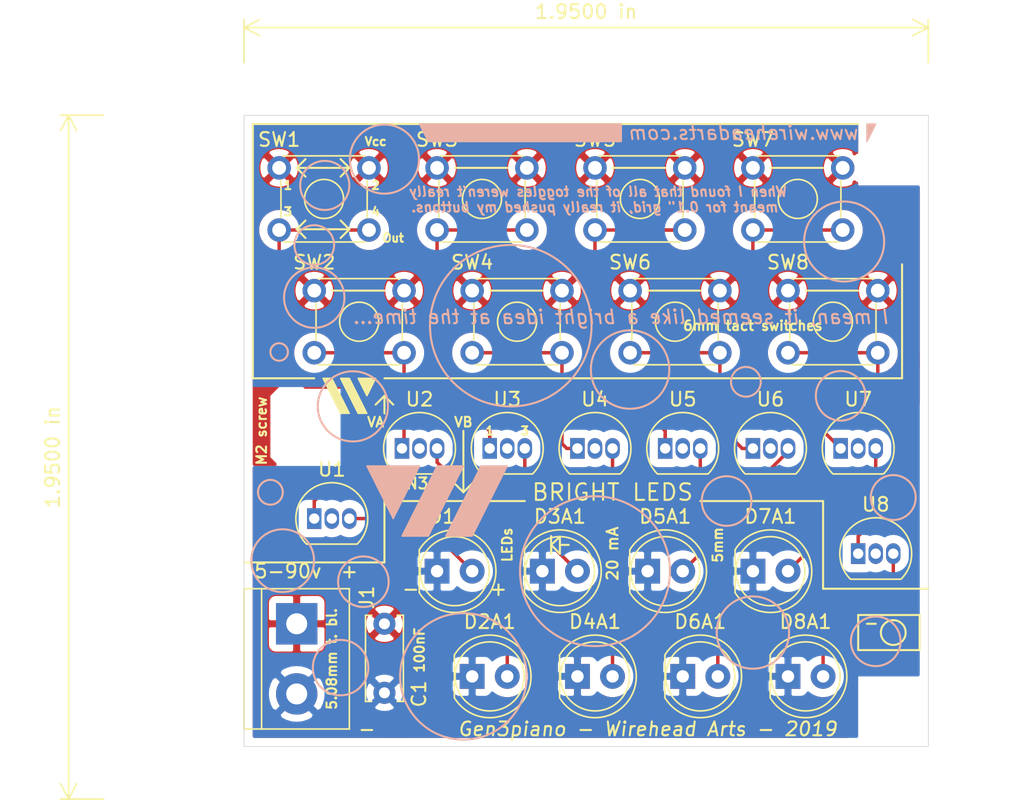
<source format=kicad_pcb>
(kicad_pcb (version 20171130) (host pcbnew "(5.1.2)-1")

  (general
    (thickness 1.6)
    (drawings 111)
    (tracks 75)
    (zones 0)
    (modules 29)
    (nets 19)
  )

  (page A4)
  (layers
    (0 F.Cu signal)
    (31 B.Cu signal)
    (32 B.Adhes user)
    (33 F.Adhes user)
    (34 B.Paste user)
    (35 F.Paste user)
    (36 B.SilkS user)
    (37 F.SilkS user)
    (38 B.Mask user)
    (39 F.Mask user)
    (40 Dwgs.User user)
    (41 Cmts.User user)
    (42 Eco1.User user)
    (43 Eco2.User user)
    (44 Edge.Cuts user)
    (45 Margin user)
    (46 B.CrtYd user)
    (47 F.CrtYd user)
    (48 B.Fab user)
    (49 F.Fab user)
  )

  (setup
    (last_trace_width 0.25)
    (trace_clearance 0.2)
    (zone_clearance 0.6)
    (zone_45_only no)
    (trace_min 0.2)
    (via_size 0.8)
    (via_drill 0.4)
    (via_min_size 0.4)
    (via_min_drill 0.3)
    (uvia_size 0.3)
    (uvia_drill 0.1)
    (uvias_allowed no)
    (uvia_min_size 0.2)
    (uvia_min_drill 0.1)
    (edge_width 0.05)
    (segment_width 0.2)
    (pcb_text_width 0.3)
    (pcb_text_size 1.5 1.5)
    (mod_edge_width 0.15)
    (mod_text_size 1 1)
    (mod_text_width 0.15)
    (pad_size 1.524 1.524)
    (pad_drill 0.762)
    (pad_to_mask_clearance 0.051)
    (solder_mask_min_width 0.25)
    (aux_axis_origin 15.24 12.7)
    (visible_elements 7FFFFFFF)
    (pcbplotparams
      (layerselection 0x010f0_ffffffff)
      (usegerberextensions true)
      (usegerberattributes false)
      (usegerberadvancedattributes false)
      (creategerberjobfile false)
      (excludeedgelayer true)
      (linewidth 0.100000)
      (plotframeref false)
      (viasonmask false)
      (mode 1)
      (useauxorigin true)
      (hpglpennumber 1)
      (hpglpenspeed 20)
      (hpglpendiameter 15.000000)
      (psnegative false)
      (psa4output false)
      (plotreference true)
      (plotvalue true)
      (plotinvisibletext false)
      (padsonsilk false)
      (subtractmaskfromsilk false)
      (outputformat 1)
      (mirror false)
      (drillshape 0)
      (scaleselection 1)
      (outputdirectory "gerber/"))
  )

  (net 0 "")
  (net 1 "Net-(D1A1-Pad2)")
  (net 2 GND)
  (net 3 "Net-(D2A1-Pad2)")
  (net 4 "Net-(D3A1-Pad2)")
  (net 5 "Net-(D4A1-Pad2)")
  (net 6 "Net-(D5A1-Pad2)")
  (net 7 "Net-(D6A1-Pad2)")
  (net 8 "Net-(D7A1-Pad2)")
  (net 9 "Net-(D8A1-Pad2)")
  (net 10 VCC)
  (net 11 "Net-(SW1-Pad3)")
  (net 12 "Net-(SW2-Pad3)")
  (net 13 "Net-(SW3-Pad3)")
  (net 14 "Net-(SW4-Pad3)")
  (net 15 "Net-(SW5-Pad3)")
  (net 16 "Net-(SW6-Pad3)")
  (net 17 "Net-(SW7-Pad3)")
  (net 18 "Net-(SW8-Pad3)")

  (net_class Default "This is the default net class."
    (clearance 0.2)
    (trace_width 0.25)
    (via_dia 0.8)
    (via_drill 0.4)
    (uvia_dia 0.3)
    (uvia_drill 0.1)
    (add_net GND)
    (add_net "Net-(D1A1-Pad2)")
    (add_net "Net-(D2A1-Pad2)")
    (add_net "Net-(D3A1-Pad2)")
    (add_net "Net-(D4A1-Pad2)")
    (add_net "Net-(D5A1-Pad2)")
    (add_net "Net-(D6A1-Pad2)")
    (add_net "Net-(D7A1-Pad2)")
    (add_net "Net-(D8A1-Pad2)")
    (add_net "Net-(SW1-Pad3)")
    (add_net "Net-(SW2-Pad3)")
    (add_net "Net-(SW3-Pad3)")
    (add_net "Net-(SW4-Pad3)")
    (add_net "Net-(SW5-Pad3)")
    (add_net "Net-(SW6-Pad3)")
    (add_net "Net-(SW7-Pad3)")
    (add_net "Net-(SW8-Pad3)")
  )

  (net_class Power ""
    (clearance 0.25)
    (trace_width 0.3)
    (via_dia 0.8)
    (via_drill 0.4)
    (uvia_dia 0.3)
    (uvia_drill 0.1)
    (add_net VCC)
  )

  (module MountingHole:MountingHole_2.2mm_M2 (layer F.Cu) (tedit 56D1B4CB) (tstamp 5CCB18AB)
    (at 19.685 35.56)
    (descr "Mounting Hole 2.2mm, no annular, M2")
    (tags "mounting hole 2.2mm no annular m2")
    (attr virtual)
    (fp_text reference REF3 (at 0 -3.2) (layer F.SilkS) hide
      (effects (font (size 1 1) (thickness 0.15)))
    )
    (fp_text value MountingHole_2.2mm_M2 (at 0 3.2) (layer F.Fab)
      (effects (font (size 1 1) (thickness 0.15)))
    )
    (fp_text user %R (at 0.3 0) (layer F.Fab)
      (effects (font (size 1 1) (thickness 0.15)))
    )
    (fp_circle (center 0 0) (end 2.2 0) (layer Cmts.User) (width 0.15))
    (fp_circle (center 0 0) (end 2.45 0) (layer F.CrtYd) (width 0.05))
    (pad 1 np_thru_hole circle (at 0 0) (size 2.2 2.2) (drill 2.2) (layers *.Cu *.Mask))
  )

  (module MountingHole:MountingHole_2.2mm_M2 (layer F.Cu) (tedit 56D1B4CB) (tstamp 5CCB1710)
    (at 62.23 55.88)
    (descr "Mounting Hole 2.2mm, no annular, M2")
    (tags "mounting hole 2.2mm no annular m2")
    (attr virtual)
    (fp_text reference REF2 (at 0 -3.2) (layer F.SilkS) hide
      (effects (font (size 1 1) (thickness 0.15)))
    )
    (fp_text value MountingHole_2.2mm_M2 (at 0 3.2) (layer F.Fab)
      (effects (font (size 1 1) (thickness 0.15)))
    )
    (fp_text user %R (at 0.3 0) (layer F.Fab)
      (effects (font (size 1 1) (thickness 0.15)))
    )
    (fp_circle (center 0 0) (end 2.2 0) (layer Cmts.User) (width 0.15))
    (fp_circle (center 0 0) (end 2.45 0) (layer F.CrtYd) (width 0.05))
    (pad 1 np_thru_hole circle (at 0 0) (size 2.2 2.2) (drill 2.2) (layers *.Cu *.Mask))
  )

  (module MountingHole:MountingHole_2.2mm_M2 (layer F.Cu) (tedit 56D1B4CB) (tstamp 5CCB16EC)
    (at 62.23 15.24)
    (descr "Mounting Hole 2.2mm, no annular, M2")
    (tags "mounting hole 2.2mm no annular m2")
    (attr virtual)
    (fp_text reference REF1 (at 0 2.54) (layer F.SilkS) hide
      (effects (font (size 1 1) (thickness 0.15)))
    )
    (fp_text value MountingHole_2.2mm_M2 (at 0 3.2) (layer F.Fab)
      (effects (font (size 1 1) (thickness 0.15)))
    )
    (fp_text user %R (at 0.3 0) (layer F.Fab)
      (effects (font (size 1 1) (thickness 0.15)))
    )
    (fp_circle (center 0 0) (end 2.2 0) (layer Cmts.User) (width 0.15))
    (fp_circle (center 0 0) (end 2.45 0) (layer F.CrtYd) (width 0.05))
    (pad 1 np_thru_hole circle (at 0 0) (size 2.2 2.2) (drill 2.2) (layers *.Cu *.Mask))
  )

  (module Capacitor_THT:C_Disc_D6.0mm_W2.5mm_P5.00mm (layer F.Cu) (tedit 5AE50EF0) (tstamp 5CC2DC0F)
    (at 25.4 49.53 270)
    (descr "C, Disc series, Radial, pin pitch=5.00mm, , diameter*width=6*2.5mm^2, Capacitor, http://cdn-reichelt.de/documents/datenblatt/B300/DS_KERKO_TC.pdf")
    (tags "C Disc series Radial pin pitch 5.00mm  diameter 6mm width 2.5mm Capacitor")
    (path /5CC3D344)
    (fp_text reference C1 (at 5.08 -2.5 270) (layer F.SilkS)
      (effects (font (size 1 1) (thickness 0.15)))
    )
    (fp_text value "100 nF" (at 2.5 2.5 270) (layer F.Fab)
      (effects (font (size 1 1) (thickness 0.15)))
    )
    (fp_text user %R (at 2.54 0 270) (layer F.Fab)
      (effects (font (size 1 1) (thickness 0.15)))
    )
    (fp_line (start 6.05 -1.5) (end -1.05 -1.5) (layer F.CrtYd) (width 0.05))
    (fp_line (start 6.05 1.5) (end 6.05 -1.5) (layer F.CrtYd) (width 0.05))
    (fp_line (start -1.05 1.5) (end 6.05 1.5) (layer F.CrtYd) (width 0.05))
    (fp_line (start -1.05 -1.5) (end -1.05 1.5) (layer F.CrtYd) (width 0.05))
    (fp_line (start 5.62 0.925) (end 5.62 1.37) (layer F.SilkS) (width 0.12))
    (fp_line (start 5.62 -1.37) (end 5.62 -0.925) (layer F.SilkS) (width 0.12))
    (fp_line (start -0.62 0.925) (end -0.62 1.37) (layer F.SilkS) (width 0.12))
    (fp_line (start -0.62 -1.37) (end -0.62 -0.925) (layer F.SilkS) (width 0.12))
    (fp_line (start -0.62 1.37) (end 5.62 1.37) (layer F.SilkS) (width 0.12))
    (fp_line (start -0.62 -1.37) (end 5.62 -1.37) (layer F.SilkS) (width 0.12))
    (fp_line (start 5.5 -1.25) (end -0.5 -1.25) (layer F.Fab) (width 0.1))
    (fp_line (start 5.5 1.25) (end 5.5 -1.25) (layer F.Fab) (width 0.1))
    (fp_line (start -0.5 1.25) (end 5.5 1.25) (layer F.Fab) (width 0.1))
    (fp_line (start -0.5 -1.25) (end -0.5 1.25) (layer F.Fab) (width 0.1))
    (pad 2 thru_hole circle (at 5 0 270) (size 1.6 1.6) (drill 0.8) (layers *.Cu *.Mask)
      (net 2 GND))
    (pad 1 thru_hole circle (at 0 0 270) (size 1.6 1.6) (drill 0.8) (layers *.Cu *.Mask)
      (net 10 VCC))
    (model ${KISYS3DMOD}/Capacitor_THT.3dshapes/C_Disc_D6.0mm_W2.5mm_P5.00mm.wrl
      (at (xyz 0 0 0))
      (scale (xyz 1 1 1))
      (rotate (xyz 0 0 0))
    )
  )

  (module Package_TO_SOT_THT:TO-92_Inline (layer F.Cu) (tedit 5A1DD157) (tstamp 5CC2B3BB)
    (at 59.69 44.45)
    (descr "TO-92 leads in-line, narrow, oval pads, drill 0.75mm (see NXP sot054_po.pdf)")
    (tags "to-92 sc-43 sc-43a sot54 PA33 transistor")
    (path /5CC46794)
    (fp_text reference U8 (at 1.27 -3.56) (layer F.SilkS)
      (effects (font (size 1 1) (thickness 0.15)))
    )
    (fp_text value CL2N3 (at 1.27 2.79) (layer F.Fab)
      (effects (font (size 1 1) (thickness 0.15)))
    )
    (fp_arc (start 1.27 0) (end 1.27 -2.6) (angle 135) (layer F.SilkS) (width 0.12))
    (fp_arc (start 1.27 0) (end 1.27 -2.48) (angle -135) (layer F.Fab) (width 0.1))
    (fp_arc (start 1.27 0) (end 1.27 -2.6) (angle -135) (layer F.SilkS) (width 0.12))
    (fp_arc (start 1.27 0) (end 1.27 -2.48) (angle 135) (layer F.Fab) (width 0.1))
    (fp_line (start 4 2.01) (end -1.46 2.01) (layer F.CrtYd) (width 0.05))
    (fp_line (start 4 2.01) (end 4 -2.73) (layer F.CrtYd) (width 0.05))
    (fp_line (start -1.46 -2.73) (end -1.46 2.01) (layer F.CrtYd) (width 0.05))
    (fp_line (start -1.46 -2.73) (end 4 -2.73) (layer F.CrtYd) (width 0.05))
    (fp_line (start -0.5 1.75) (end 3 1.75) (layer F.Fab) (width 0.1))
    (fp_line (start -0.53 1.85) (end 3.07 1.85) (layer F.SilkS) (width 0.12))
    (fp_text user %R (at 1.27 -3.56) (layer F.Fab)
      (effects (font (size 1 1) (thickness 0.15)))
    )
    (pad 1 thru_hole rect (at 0 0) (size 1.05 1.5) (drill 0.75) (layers *.Cu *.Mask)
      (net 18 "Net-(SW8-Pad3)"))
    (pad 3 thru_hole oval (at 2.54 0) (size 1.05 1.5) (drill 0.75) (layers *.Cu *.Mask)
      (net 9 "Net-(D8A1-Pad2)"))
    (pad 2 thru_hole oval (at 1.27 0) (size 1.05 1.5) (drill 0.75) (layers *.Cu *.Mask))
    (model ${KISYS3DMOD}/Package_TO_SOT_THT.3dshapes/TO-92_Inline.wrl
      (at (xyz 0 0 0))
      (scale (xyz 1 1 1))
      (rotate (xyz 0 0 0))
    )
  )

  (module Package_TO_SOT_THT:TO-92_Inline (layer F.Cu) (tedit 5A1DD157) (tstamp 5CC2B3A9)
    (at 58.42 36.83)
    (descr "TO-92 leads in-line, narrow, oval pads, drill 0.75mm (see NXP sot054_po.pdf)")
    (tags "to-92 sc-43 sc-43a sot54 PA33 transistor")
    (path /5CC44FCC)
    (fp_text reference U7 (at 1.27 -3.56) (layer F.SilkS)
      (effects (font (size 1 1) (thickness 0.15)))
    )
    (fp_text value CL2N3 (at 1.27 2.79) (layer F.Fab)
      (effects (font (size 1 1) (thickness 0.15)))
    )
    (fp_arc (start 1.27 0) (end 1.27 -2.6) (angle 135) (layer F.SilkS) (width 0.12))
    (fp_arc (start 1.27 0) (end 1.27 -2.48) (angle -135) (layer F.Fab) (width 0.1))
    (fp_arc (start 1.27 0) (end 1.27 -2.6) (angle -135) (layer F.SilkS) (width 0.12))
    (fp_arc (start 1.27 0) (end 1.27 -2.48) (angle 135) (layer F.Fab) (width 0.1))
    (fp_line (start 4 2.01) (end -1.46 2.01) (layer F.CrtYd) (width 0.05))
    (fp_line (start 4 2.01) (end 4 -2.73) (layer F.CrtYd) (width 0.05))
    (fp_line (start -1.46 -2.73) (end -1.46 2.01) (layer F.CrtYd) (width 0.05))
    (fp_line (start -1.46 -2.73) (end 4 -2.73) (layer F.CrtYd) (width 0.05))
    (fp_line (start -0.5 1.75) (end 3 1.75) (layer F.Fab) (width 0.1))
    (fp_line (start -0.53 1.85) (end 3.07 1.85) (layer F.SilkS) (width 0.12))
    (fp_text user %R (at 1.27 -3.56) (layer F.Fab)
      (effects (font (size 1 1) (thickness 0.15)))
    )
    (pad 1 thru_hole rect (at 0 0) (size 1.05 1.5) (drill 0.75) (layers *.Cu *.Mask)
      (net 17 "Net-(SW7-Pad3)"))
    (pad 3 thru_hole oval (at 2.54 0) (size 1.05 1.5) (drill 0.75) (layers *.Cu *.Mask)
      (net 8 "Net-(D7A1-Pad2)"))
    (pad 2 thru_hole oval (at 1.27 0) (size 1.05 1.5) (drill 0.75) (layers *.Cu *.Mask))
    (model ${KISYS3DMOD}/Package_TO_SOT_THT.3dshapes/TO-92_Inline.wrl
      (at (xyz 0 0 0))
      (scale (xyz 1 1 1))
      (rotate (xyz 0 0 0))
    )
  )

  (module Package_TO_SOT_THT:TO-92_Inline (layer F.Cu) (tedit 5A1DD157) (tstamp 5CC2B397)
    (at 52.07 36.83)
    (descr "TO-92 leads in-line, narrow, oval pads, drill 0.75mm (see NXP sot054_po.pdf)")
    (tags "to-92 sc-43 sc-43a sot54 PA33 transistor")
    (path /5CC42194)
    (fp_text reference U6 (at 1.27 -3.56) (layer F.SilkS)
      (effects (font (size 1 1) (thickness 0.15)))
    )
    (fp_text value CL2N3 (at 1.27 2.79) (layer F.Fab)
      (effects (font (size 1 1) (thickness 0.15)))
    )
    (fp_arc (start 1.27 0) (end 1.27 -2.6) (angle 135) (layer F.SilkS) (width 0.12))
    (fp_arc (start 1.27 0) (end 1.27 -2.48) (angle -135) (layer F.Fab) (width 0.1))
    (fp_arc (start 1.27 0) (end 1.27 -2.6) (angle -135) (layer F.SilkS) (width 0.12))
    (fp_arc (start 1.27 0) (end 1.27 -2.48) (angle 135) (layer F.Fab) (width 0.1))
    (fp_line (start 4 2.01) (end -1.46 2.01) (layer F.CrtYd) (width 0.05))
    (fp_line (start 4 2.01) (end 4 -2.73) (layer F.CrtYd) (width 0.05))
    (fp_line (start -1.46 -2.73) (end -1.46 2.01) (layer F.CrtYd) (width 0.05))
    (fp_line (start -1.46 -2.73) (end 4 -2.73) (layer F.CrtYd) (width 0.05))
    (fp_line (start -0.5 1.75) (end 3 1.75) (layer F.Fab) (width 0.1))
    (fp_line (start -0.53 1.85) (end 3.07 1.85) (layer F.SilkS) (width 0.12))
    (fp_text user %R (at 1.27 -3.56) (layer F.Fab)
      (effects (font (size 1 1) (thickness 0.15)))
    )
    (pad 1 thru_hole rect (at 0 0) (size 1.05 1.5) (drill 0.75) (layers *.Cu *.Mask)
      (net 16 "Net-(SW6-Pad3)"))
    (pad 3 thru_hole oval (at 2.54 0) (size 1.05 1.5) (drill 0.75) (layers *.Cu *.Mask)
      (net 7 "Net-(D6A1-Pad2)"))
    (pad 2 thru_hole oval (at 1.27 0) (size 1.05 1.5) (drill 0.75) (layers *.Cu *.Mask))
    (model ${KISYS3DMOD}/Package_TO_SOT_THT.3dshapes/TO-92_Inline.wrl
      (at (xyz 0 0 0))
      (scale (xyz 1 1 1))
      (rotate (xyz 0 0 0))
    )
  )

  (module Package_TO_SOT_THT:TO-92_Inline (layer F.Cu) (tedit 5A1DD157) (tstamp 5CC2B385)
    (at 45.72 36.83)
    (descr "TO-92 leads in-line, narrow, oval pads, drill 0.75mm (see NXP sot054_po.pdf)")
    (tags "to-92 sc-43 sc-43a sot54 PA33 transistor")
    (path /5CC41B1B)
    (fp_text reference U5 (at 1.27 -3.56) (layer F.SilkS)
      (effects (font (size 1 1) (thickness 0.15)))
    )
    (fp_text value CL2N3 (at 1.27 2.79) (layer F.Fab)
      (effects (font (size 1 1) (thickness 0.15)))
    )
    (fp_arc (start 1.27 0) (end 1.27 -2.6) (angle 135) (layer F.SilkS) (width 0.12))
    (fp_arc (start 1.27 0) (end 1.27 -2.48) (angle -135) (layer F.Fab) (width 0.1))
    (fp_arc (start 1.27 0) (end 1.27 -2.6) (angle -135) (layer F.SilkS) (width 0.12))
    (fp_arc (start 1.27 0) (end 1.27 -2.48) (angle 135) (layer F.Fab) (width 0.1))
    (fp_line (start 4 2.01) (end -1.46 2.01) (layer F.CrtYd) (width 0.05))
    (fp_line (start 4 2.01) (end 4 -2.73) (layer F.CrtYd) (width 0.05))
    (fp_line (start -1.46 -2.73) (end -1.46 2.01) (layer F.CrtYd) (width 0.05))
    (fp_line (start -1.46 -2.73) (end 4 -2.73) (layer F.CrtYd) (width 0.05))
    (fp_line (start -0.5 1.75) (end 3 1.75) (layer F.Fab) (width 0.1))
    (fp_line (start -0.53 1.85) (end 3.07 1.85) (layer F.SilkS) (width 0.12))
    (fp_text user %R (at 1.27 -3.56) (layer F.Fab)
      (effects (font (size 1 1) (thickness 0.15)))
    )
    (pad 1 thru_hole rect (at 0 0) (size 1.05 1.5) (drill 0.75) (layers *.Cu *.Mask)
      (net 15 "Net-(SW5-Pad3)"))
    (pad 3 thru_hole oval (at 2.54 0) (size 1.05 1.5) (drill 0.75) (layers *.Cu *.Mask)
      (net 6 "Net-(D5A1-Pad2)"))
    (pad 2 thru_hole oval (at 1.27 0) (size 1.05 1.5) (drill 0.75) (layers *.Cu *.Mask))
    (model ${KISYS3DMOD}/Package_TO_SOT_THT.3dshapes/TO-92_Inline.wrl
      (at (xyz 0 0 0))
      (scale (xyz 1 1 1))
      (rotate (xyz 0 0 0))
    )
  )

  (module Package_TO_SOT_THT:TO-92_Inline (layer F.Cu) (tedit 5A1DD157) (tstamp 5CC2B373)
    (at 39.37 36.83)
    (descr "TO-92 leads in-line, narrow, oval pads, drill 0.75mm (see NXP sot054_po.pdf)")
    (tags "to-92 sc-43 sc-43a sot54 PA33 transistor")
    (path /5CC4161F)
    (fp_text reference U4 (at 1.27 -3.56) (layer F.SilkS)
      (effects (font (size 1 1) (thickness 0.15)))
    )
    (fp_text value CL2N3 (at 1.27 2.79) (layer F.Fab)
      (effects (font (size 1 1) (thickness 0.15)))
    )
    (fp_arc (start 1.27 0) (end 1.27 -2.6) (angle 135) (layer F.SilkS) (width 0.12))
    (fp_arc (start 1.27 0) (end 1.27 -2.48) (angle -135) (layer F.Fab) (width 0.1))
    (fp_arc (start 1.27 0) (end 1.27 -2.6) (angle -135) (layer F.SilkS) (width 0.12))
    (fp_arc (start 1.27 0) (end 1.27 -2.48) (angle 135) (layer F.Fab) (width 0.1))
    (fp_line (start 4 2.01) (end -1.46 2.01) (layer F.CrtYd) (width 0.05))
    (fp_line (start 4 2.01) (end 4 -2.73) (layer F.CrtYd) (width 0.05))
    (fp_line (start -1.46 -2.73) (end -1.46 2.01) (layer F.CrtYd) (width 0.05))
    (fp_line (start -1.46 -2.73) (end 4 -2.73) (layer F.CrtYd) (width 0.05))
    (fp_line (start -0.5 1.75) (end 3 1.75) (layer F.Fab) (width 0.1))
    (fp_line (start -0.53 1.85) (end 3.07 1.85) (layer F.SilkS) (width 0.12))
    (fp_text user %R (at 1.27 -3.56) (layer F.Fab)
      (effects (font (size 1 1) (thickness 0.15)))
    )
    (pad 1 thru_hole rect (at 0 0) (size 1.05 1.5) (drill 0.75) (layers *.Cu *.Mask)
      (net 14 "Net-(SW4-Pad3)"))
    (pad 3 thru_hole oval (at 2.54 0) (size 1.05 1.5) (drill 0.75) (layers *.Cu *.Mask)
      (net 5 "Net-(D4A1-Pad2)"))
    (pad 2 thru_hole oval (at 1.27 0) (size 1.05 1.5) (drill 0.75) (layers *.Cu *.Mask))
    (model ${KISYS3DMOD}/Package_TO_SOT_THT.3dshapes/TO-92_Inline.wrl
      (at (xyz 0 0 0))
      (scale (xyz 1 1 1))
      (rotate (xyz 0 0 0))
    )
  )

  (module Package_TO_SOT_THT:TO-92_Inline (layer F.Cu) (tedit 5A1DD157) (tstamp 5CC2B361)
    (at 33.02 36.83)
    (descr "TO-92 leads in-line, narrow, oval pads, drill 0.75mm (see NXP sot054_po.pdf)")
    (tags "to-92 sc-43 sc-43a sot54 PA33 transistor")
    (path /5CC3BFCE)
    (fp_text reference U3 (at 1.27 -3.56) (layer F.SilkS)
      (effects (font (size 1 1) (thickness 0.15)))
    )
    (fp_text value CL2N3 (at 1.27 2.79) (layer F.Fab)
      (effects (font (size 1 1) (thickness 0.15)))
    )
    (fp_arc (start 1.27 0) (end 1.27 -2.6) (angle 135) (layer F.SilkS) (width 0.12))
    (fp_arc (start 1.27 0) (end 1.27 -2.48) (angle -135) (layer F.Fab) (width 0.1))
    (fp_arc (start 1.27 0) (end 1.27 -2.6) (angle -135) (layer F.SilkS) (width 0.12))
    (fp_arc (start 1.27 0) (end 1.27 -2.48) (angle 135) (layer F.Fab) (width 0.1))
    (fp_line (start 4 2.01) (end -1.46 2.01) (layer F.CrtYd) (width 0.05))
    (fp_line (start 4 2.01) (end 4 -2.73) (layer F.CrtYd) (width 0.05))
    (fp_line (start -1.46 -2.73) (end -1.46 2.01) (layer F.CrtYd) (width 0.05))
    (fp_line (start -1.46 -2.73) (end 4 -2.73) (layer F.CrtYd) (width 0.05))
    (fp_line (start -0.5 1.75) (end 3 1.75) (layer F.Fab) (width 0.1))
    (fp_line (start -0.53 1.85) (end 3.07 1.85) (layer F.SilkS) (width 0.12))
    (fp_text user %R (at 1.27 -3.56) (layer F.Fab)
      (effects (font (size 1 1) (thickness 0.15)))
    )
    (pad 1 thru_hole rect (at 0 0) (size 1.05 1.5) (drill 0.75) (layers *.Cu *.Mask)
      (net 13 "Net-(SW3-Pad3)"))
    (pad 3 thru_hole oval (at 2.54 0) (size 1.05 1.5) (drill 0.75) (layers *.Cu *.Mask)
      (net 4 "Net-(D3A1-Pad2)"))
    (pad 2 thru_hole oval (at 1.27 0) (size 1.05 1.5) (drill 0.75) (layers *.Cu *.Mask))
    (model ${KISYS3DMOD}/Package_TO_SOT_THT.3dshapes/TO-92_Inline.wrl
      (at (xyz 0 0 0))
      (scale (xyz 1 1 1))
      (rotate (xyz 0 0 0))
    )
  )

  (module Package_TO_SOT_THT:TO-92_Inline (layer F.Cu) (tedit 5A1DD157) (tstamp 5CC2B34F)
    (at 26.67 36.83)
    (descr "TO-92 leads in-line, narrow, oval pads, drill 0.75mm (see NXP sot054_po.pdf)")
    (tags "to-92 sc-43 sc-43a sot54 PA33 transistor")
    (path /5CC3AF1D)
    (fp_text reference U2 (at 1.27 -3.56) (layer F.SilkS)
      (effects (font (size 1 1) (thickness 0.15)))
    )
    (fp_text value CL2N3 (at 1.27 2.79) (layer F.Fab)
      (effects (font (size 1 1) (thickness 0.15)))
    )
    (fp_arc (start 1.27 0) (end 1.27 -2.6) (angle 135) (layer F.SilkS) (width 0.12))
    (fp_arc (start 1.27 0) (end 1.27 -2.48) (angle -135) (layer F.Fab) (width 0.1))
    (fp_arc (start 1.27 0) (end 1.27 -2.6) (angle -135) (layer F.SilkS) (width 0.12))
    (fp_arc (start 1.27 0) (end 1.27 -2.48) (angle 135) (layer F.Fab) (width 0.1))
    (fp_line (start 4 2.01) (end -1.46 2.01) (layer F.CrtYd) (width 0.05))
    (fp_line (start 4 2.01) (end 4 -2.73) (layer F.CrtYd) (width 0.05))
    (fp_line (start -1.46 -2.73) (end -1.46 2.01) (layer F.CrtYd) (width 0.05))
    (fp_line (start -1.46 -2.73) (end 4 -2.73) (layer F.CrtYd) (width 0.05))
    (fp_line (start -0.5 1.75) (end 3 1.75) (layer F.Fab) (width 0.1))
    (fp_line (start -0.53 1.85) (end 3.07 1.85) (layer F.SilkS) (width 0.12))
    (fp_text user %R (at 1.27 -3.56) (layer F.Fab)
      (effects (font (size 1 1) (thickness 0.15)))
    )
    (pad 1 thru_hole rect (at 0 0) (size 1.05 1.5) (drill 0.75) (layers *.Cu *.Mask)
      (net 12 "Net-(SW2-Pad3)"))
    (pad 3 thru_hole oval (at 2.54 0) (size 1.05 1.5) (drill 0.75) (layers *.Cu *.Mask)
      (net 3 "Net-(D2A1-Pad2)"))
    (pad 2 thru_hole oval (at 1.27 0) (size 1.05 1.5) (drill 0.75) (layers *.Cu *.Mask))
    (model ${KISYS3DMOD}/Package_TO_SOT_THT.3dshapes/TO-92_Inline.wrl
      (at (xyz 0 0 0))
      (scale (xyz 1 1 1))
      (rotate (xyz 0 0 0))
    )
  )

  (module Package_TO_SOT_THT:TO-92_Inline (layer F.Cu) (tedit 5A1DD157) (tstamp 5CC2B33D)
    (at 20.32 41.91)
    (descr "TO-92 leads in-line, narrow, oval pads, drill 0.75mm (see NXP sot054_po.pdf)")
    (tags "to-92 sc-43 sc-43a sot54 PA33 transistor")
    (path /5CC2A008)
    (fp_text reference U1 (at 1.27 -3.56) (layer F.SilkS)
      (effects (font (size 1 1) (thickness 0.15)))
    )
    (fp_text value CL2N3 (at 1.27 2.79) (layer F.Fab)
      (effects (font (size 1 1) (thickness 0.15)))
    )
    (fp_arc (start 1.27 0) (end 1.27 -2.6) (angle 135) (layer F.SilkS) (width 0.12))
    (fp_arc (start 1.27 0) (end 1.27 -2.48) (angle -135) (layer F.Fab) (width 0.1))
    (fp_arc (start 1.27 0) (end 1.27 -2.6) (angle -135) (layer F.SilkS) (width 0.12))
    (fp_arc (start 1.27 0) (end 1.27 -2.48) (angle 135) (layer F.Fab) (width 0.1))
    (fp_line (start 4 2.01) (end -1.46 2.01) (layer F.CrtYd) (width 0.05))
    (fp_line (start 4 2.01) (end 4 -2.73) (layer F.CrtYd) (width 0.05))
    (fp_line (start -1.46 -2.73) (end -1.46 2.01) (layer F.CrtYd) (width 0.05))
    (fp_line (start -1.46 -2.73) (end 4 -2.73) (layer F.CrtYd) (width 0.05))
    (fp_line (start -0.5 1.75) (end 3 1.75) (layer F.Fab) (width 0.1))
    (fp_line (start -0.53 1.85) (end 3.07 1.85) (layer F.SilkS) (width 0.12))
    (fp_text user %R (at 1.27 -3.56) (layer F.Fab)
      (effects (font (size 1 1) (thickness 0.15)))
    )
    (pad 1 thru_hole rect (at 0 0) (size 1.05 1.5) (drill 0.75) (layers *.Cu *.Mask)
      (net 11 "Net-(SW1-Pad3)"))
    (pad 3 thru_hole oval (at 2.54 0) (size 1.05 1.5) (drill 0.75) (layers *.Cu *.Mask)
      (net 1 "Net-(D1A1-Pad2)"))
    (pad 2 thru_hole oval (at 1.27 0) (size 1.05 1.5) (drill 0.75) (layers *.Cu *.Mask))
    (model ${KISYS3DMOD}/Package_TO_SOT_THT.3dshapes/TO-92_Inline.wrl
      (at (xyz 0 0 0))
      (scale (xyz 1 1 1))
      (rotate (xyz 0 0 0))
    )
  )

  (module Button_Switch_THT:SW_TH_Tactile_Omron_B3F-10xx (layer F.Cu) (tedit 5A02FE31) (tstamp 5CC2B32B)
    (at 54.61 25.4)
    (descr SW_TH_Tactile_Omron_B3F-10xx_https://www.omron.com/ecb/products/pdf/en-b3f.pdf)
    (tags "Omron B3F-10xx")
    (path /5CC487AA)
    (fp_text reference SW8 (at 0 -2.05) (layer F.SilkS)
      (effects (font (size 1 1) (thickness 0.15)))
    )
    (fp_text value SW_Push_Dual (at 3.2 6.5) (layer F.Fab)
      (effects (font (size 1 1) (thickness 0.15)))
    )
    (fp_line (start 0.25 5.25) (end 6.25 5.25) (layer F.Fab) (width 0.1))
    (fp_line (start 6.37 0.91) (end 6.37 3.59) (layer F.SilkS) (width 0.12))
    (fp_line (start 0.13 3.59) (end 0.13 0.91) (layer F.SilkS) (width 0.12))
    (fp_line (start 0.28 -0.87) (end 6.22 -0.87) (layer F.SilkS) (width 0.12))
    (fp_line (start 0.28 5.37) (end 6.22 5.37) (layer F.SilkS) (width 0.12))
    (fp_circle (center 3.25 2.25) (end 4.25 3.25) (layer F.SilkS) (width 0.12))
    (fp_line (start -1.1 -1.15) (end -1.1 5.6) (layer F.CrtYd) (width 0.05))
    (fp_line (start -1.1 5.6) (end 7.6 5.6) (layer F.CrtYd) (width 0.05))
    (fp_line (start 7.6 5.6) (end 7.6 -1.1) (layer F.CrtYd) (width 0.05))
    (fp_line (start 7.65 -1.15) (end -1.1 -1.15) (layer F.CrtYd) (width 0.05))
    (fp_text user %R (at 3.25 2.25) (layer F.Fab)
      (effects (font (size 1 1) (thickness 0.15)))
    )
    (fp_line (start 0.25 -0.75) (end 6.25 -0.75) (layer F.Fab) (width 0.1))
    (fp_line (start 6.25 -0.75) (end 6.25 5.25) (layer F.Fab) (width 0.1))
    (fp_line (start 0.25 -0.75) (end 0.25 5.25) (layer F.Fab) (width 0.1))
    (pad 1 thru_hole circle (at 0 0) (size 1.7 1.7) (drill 1) (layers *.Cu *.Mask)
      (net 10 VCC))
    (pad 2 thru_hole circle (at 6.5 0) (size 1.7 1.7) (drill 1) (layers *.Cu *.Mask)
      (net 10 VCC))
    (pad 3 thru_hole circle (at 0 4.5) (size 1.7 1.7) (drill 1) (layers *.Cu *.Mask)
      (net 18 "Net-(SW8-Pad3)"))
    (pad 4 thru_hole circle (at 6.5 4.5) (size 1.7 1.7) (drill 1) (layers *.Cu *.Mask)
      (net 18 "Net-(SW8-Pad3)"))
    (model ${KISYS3DMOD}/Button_Switch_THT.3dshapes/SW_TH_Tactile_Omron_B3F-10xx.wrl
      (at (xyz 0 0 0))
      (scale (xyz 1 1 1))
      (rotate (xyz 0 0 0))
    )
  )

  (module Button_Switch_THT:SW_TH_Tactile_Omron_B3F-10xx (layer F.Cu) (tedit 5A02FE31) (tstamp 5CC2B315)
    (at 52.07 16.51)
    (descr SW_TH_Tactile_Omron_B3F-10xx_https://www.omron.com/ecb/products/pdf/en-b3f.pdf)
    (tags "Omron B3F-10xx")
    (path /5CC48302)
    (fp_text reference SW7 (at 0 -2.05) (layer F.SilkS)
      (effects (font (size 1 1) (thickness 0.15)))
    )
    (fp_text value SW_Push_Dual (at 3.2 6.5) (layer F.Fab)
      (effects (font (size 1 1) (thickness 0.15)))
    )
    (fp_line (start 0.25 5.25) (end 6.25 5.25) (layer F.Fab) (width 0.1))
    (fp_line (start 6.37 0.91) (end 6.37 3.59) (layer F.SilkS) (width 0.12))
    (fp_line (start 0.13 3.59) (end 0.13 0.91) (layer F.SilkS) (width 0.12))
    (fp_line (start 0.28 -0.87) (end 6.22 -0.87) (layer F.SilkS) (width 0.12))
    (fp_line (start 0.28 5.37) (end 6.22 5.37) (layer F.SilkS) (width 0.12))
    (fp_circle (center 3.25 2.25) (end 4.25 3.25) (layer F.SilkS) (width 0.12))
    (fp_line (start -1.1 -1.15) (end -1.1 5.6) (layer F.CrtYd) (width 0.05))
    (fp_line (start -1.1 5.6) (end 7.6 5.6) (layer F.CrtYd) (width 0.05))
    (fp_line (start 7.6 5.6) (end 7.6 -1.1) (layer F.CrtYd) (width 0.05))
    (fp_line (start 7.65 -1.15) (end -1.1 -1.15) (layer F.CrtYd) (width 0.05))
    (fp_text user %R (at 3.25 2.25) (layer F.Fab)
      (effects (font (size 1 1) (thickness 0.15)))
    )
    (fp_line (start 0.25 -0.75) (end 6.25 -0.75) (layer F.Fab) (width 0.1))
    (fp_line (start 6.25 -0.75) (end 6.25 5.25) (layer F.Fab) (width 0.1))
    (fp_line (start 0.25 -0.75) (end 0.25 5.25) (layer F.Fab) (width 0.1))
    (pad 1 thru_hole circle (at 0 0) (size 1.7 1.7) (drill 1) (layers *.Cu *.Mask)
      (net 10 VCC))
    (pad 2 thru_hole circle (at 6.5 0) (size 1.7 1.7) (drill 1) (layers *.Cu *.Mask)
      (net 10 VCC))
    (pad 3 thru_hole circle (at 0 4.5) (size 1.7 1.7) (drill 1) (layers *.Cu *.Mask)
      (net 17 "Net-(SW7-Pad3)"))
    (pad 4 thru_hole circle (at 6.5 4.5) (size 1.7 1.7) (drill 1) (layers *.Cu *.Mask)
      (net 17 "Net-(SW7-Pad3)"))
    (model ${KISYS3DMOD}/Button_Switch_THT.3dshapes/SW_TH_Tactile_Omron_B3F-10xx.wrl
      (at (xyz 0 0 0))
      (scale (xyz 1 1 1))
      (rotate (xyz 0 0 0))
    )
  )

  (module Button_Switch_THT:SW_TH_Tactile_Omron_B3F-10xx (layer F.Cu) (tedit 5A02FE31) (tstamp 5CC2B2FF)
    (at 43.18 25.4)
    (descr SW_TH_Tactile_Omron_B3F-10xx_https://www.omron.com/ecb/products/pdf/en-b3f.pdf)
    (tags "Omron B3F-10xx")
    (path /5CC47A81)
    (fp_text reference SW6 (at 0 -2.05) (layer F.SilkS)
      (effects (font (size 1 1) (thickness 0.15)))
    )
    (fp_text value SW_Push_Dual (at 3.2 6.5) (layer F.Fab)
      (effects (font (size 1 1) (thickness 0.15)))
    )
    (fp_line (start 0.25 5.25) (end 6.25 5.25) (layer F.Fab) (width 0.1))
    (fp_line (start 6.37 0.91) (end 6.37 3.59) (layer F.SilkS) (width 0.12))
    (fp_line (start 0.13 3.59) (end 0.13 0.91) (layer F.SilkS) (width 0.12))
    (fp_line (start 0.28 -0.87) (end 6.22 -0.87) (layer F.SilkS) (width 0.12))
    (fp_line (start 0.28 5.37) (end 6.22 5.37) (layer F.SilkS) (width 0.12))
    (fp_circle (center 3.25 2.25) (end 4.25 3.25) (layer F.SilkS) (width 0.12))
    (fp_line (start -1.1 -1.15) (end -1.1 5.6) (layer F.CrtYd) (width 0.05))
    (fp_line (start -1.1 5.6) (end 7.6 5.6) (layer F.CrtYd) (width 0.05))
    (fp_line (start 7.6 5.6) (end 7.6 -1.1) (layer F.CrtYd) (width 0.05))
    (fp_line (start 7.65 -1.15) (end -1.1 -1.15) (layer F.CrtYd) (width 0.05))
    (fp_text user %R (at 3.25 2.25) (layer F.Fab)
      (effects (font (size 1 1) (thickness 0.15)))
    )
    (fp_line (start 0.25 -0.75) (end 6.25 -0.75) (layer F.Fab) (width 0.1))
    (fp_line (start 6.25 -0.75) (end 6.25 5.25) (layer F.Fab) (width 0.1))
    (fp_line (start 0.25 -0.75) (end 0.25 5.25) (layer F.Fab) (width 0.1))
    (pad 1 thru_hole circle (at 0 0) (size 1.7 1.7) (drill 1) (layers *.Cu *.Mask)
      (net 10 VCC))
    (pad 2 thru_hole circle (at 6.5 0) (size 1.7 1.7) (drill 1) (layers *.Cu *.Mask)
      (net 10 VCC))
    (pad 3 thru_hole circle (at 0 4.5) (size 1.7 1.7) (drill 1) (layers *.Cu *.Mask)
      (net 16 "Net-(SW6-Pad3)"))
    (pad 4 thru_hole circle (at 6.5 4.5) (size 1.7 1.7) (drill 1) (layers *.Cu *.Mask)
      (net 16 "Net-(SW6-Pad3)"))
    (model ${KISYS3DMOD}/Button_Switch_THT.3dshapes/SW_TH_Tactile_Omron_B3F-10xx.wrl
      (at (xyz 0 0 0))
      (scale (xyz 1 1 1))
      (rotate (xyz 0 0 0))
    )
  )

  (module Button_Switch_THT:SW_TH_Tactile_Omron_B3F-10xx (layer F.Cu) (tedit 5A02FE31) (tstamp 5CC2B2E9)
    (at 40.64 16.51)
    (descr SW_TH_Tactile_Omron_B3F-10xx_https://www.omron.com/ecb/products/pdf/en-b3f.pdf)
    (tags "Omron B3F-10xx")
    (path /5CC3A6AE)
    (fp_text reference SW5 (at 0 -2.05) (layer F.SilkS)
      (effects (font (size 1 1) (thickness 0.15)))
    )
    (fp_text value SW_Push_Dual (at 3.2 6.5) (layer F.Fab)
      (effects (font (size 1 1) (thickness 0.15)))
    )
    (fp_line (start 0.25 5.25) (end 6.25 5.25) (layer F.Fab) (width 0.1))
    (fp_line (start 6.37 0.91) (end 6.37 3.59) (layer F.SilkS) (width 0.12))
    (fp_line (start 0.13 3.59) (end 0.13 0.91) (layer F.SilkS) (width 0.12))
    (fp_line (start 0.28 -0.87) (end 6.22 -0.87) (layer F.SilkS) (width 0.12))
    (fp_line (start 0.28 5.37) (end 6.22 5.37) (layer F.SilkS) (width 0.12))
    (fp_circle (center 3.25 2.25) (end 4.25 3.25) (layer F.SilkS) (width 0.12))
    (fp_line (start -1.1 -1.15) (end -1.1 5.6) (layer F.CrtYd) (width 0.05))
    (fp_line (start -1.1 5.6) (end 7.6 5.6) (layer F.CrtYd) (width 0.05))
    (fp_line (start 7.6 5.6) (end 7.6 -1.1) (layer F.CrtYd) (width 0.05))
    (fp_line (start 7.65 -1.15) (end -1.1 -1.15) (layer F.CrtYd) (width 0.05))
    (fp_text user %R (at 3.25 2.25) (layer F.Fab)
      (effects (font (size 1 1) (thickness 0.15)))
    )
    (fp_line (start 0.25 -0.75) (end 6.25 -0.75) (layer F.Fab) (width 0.1))
    (fp_line (start 6.25 -0.75) (end 6.25 5.25) (layer F.Fab) (width 0.1))
    (fp_line (start 0.25 -0.75) (end 0.25 5.25) (layer F.Fab) (width 0.1))
    (pad 1 thru_hole circle (at 0 0) (size 1.7 1.7) (drill 1) (layers *.Cu *.Mask)
      (net 10 VCC))
    (pad 2 thru_hole circle (at 6.5 0) (size 1.7 1.7) (drill 1) (layers *.Cu *.Mask)
      (net 10 VCC))
    (pad 3 thru_hole circle (at 0 4.5) (size 1.7 1.7) (drill 1) (layers *.Cu *.Mask)
      (net 15 "Net-(SW5-Pad3)"))
    (pad 4 thru_hole circle (at 6.5 4.5) (size 1.7 1.7) (drill 1) (layers *.Cu *.Mask)
      (net 15 "Net-(SW5-Pad3)"))
    (model ${KISYS3DMOD}/Button_Switch_THT.3dshapes/SW_TH_Tactile_Omron_B3F-10xx.wrl
      (at (xyz 0 0 0))
      (scale (xyz 1 1 1))
      (rotate (xyz 0 0 0))
    )
  )

  (module Button_Switch_THT:SW_TH_Tactile_Omron_B3F-10xx (layer F.Cu) (tedit 5A02FE31) (tstamp 5CC2B2D3)
    (at 31.75 25.4)
    (descr SW_TH_Tactile_Omron_B3F-10xx_https://www.omron.com/ecb/products/pdf/en-b3f.pdf)
    (tags "Omron B3F-10xx")
    (path /5CC3A134)
    (fp_text reference SW4 (at 0 -2.05) (layer F.SilkS)
      (effects (font (size 1 1) (thickness 0.15)))
    )
    (fp_text value SW_Push_Dual (at 3.2 6.5) (layer F.Fab)
      (effects (font (size 1 1) (thickness 0.15)))
    )
    (fp_line (start 0.25 5.25) (end 6.25 5.25) (layer F.Fab) (width 0.1))
    (fp_line (start 6.37 0.91) (end 6.37 3.59) (layer F.SilkS) (width 0.12))
    (fp_line (start 0.13 3.59) (end 0.13 0.91) (layer F.SilkS) (width 0.12))
    (fp_line (start 0.28 -0.87) (end 6.22 -0.87) (layer F.SilkS) (width 0.12))
    (fp_line (start 0.28 5.37) (end 6.22 5.37) (layer F.SilkS) (width 0.12))
    (fp_circle (center 3.25 2.25) (end 4.25 3.25) (layer F.SilkS) (width 0.12))
    (fp_line (start -1.1 -1.15) (end -1.1 5.6) (layer F.CrtYd) (width 0.05))
    (fp_line (start -1.1 5.6) (end 7.6 5.6) (layer F.CrtYd) (width 0.05))
    (fp_line (start 7.6 5.6) (end 7.6 -1.1) (layer F.CrtYd) (width 0.05))
    (fp_line (start 7.65 -1.15) (end -1.1 -1.15) (layer F.CrtYd) (width 0.05))
    (fp_text user %R (at 3.25 2.25) (layer F.Fab)
      (effects (font (size 1 1) (thickness 0.15)))
    )
    (fp_line (start 0.25 -0.75) (end 6.25 -0.75) (layer F.Fab) (width 0.1))
    (fp_line (start 6.25 -0.75) (end 6.25 5.25) (layer F.Fab) (width 0.1))
    (fp_line (start 0.25 -0.75) (end 0.25 5.25) (layer F.Fab) (width 0.1))
    (pad 1 thru_hole circle (at 0 0) (size 1.7 1.7) (drill 1) (layers *.Cu *.Mask)
      (net 10 VCC))
    (pad 2 thru_hole circle (at 6.5 0) (size 1.7 1.7) (drill 1) (layers *.Cu *.Mask)
      (net 10 VCC))
    (pad 3 thru_hole circle (at 0 4.5) (size 1.7 1.7) (drill 1) (layers *.Cu *.Mask)
      (net 14 "Net-(SW4-Pad3)"))
    (pad 4 thru_hole circle (at 6.5 4.5) (size 1.7 1.7) (drill 1) (layers *.Cu *.Mask)
      (net 14 "Net-(SW4-Pad3)"))
    (model ${KISYS3DMOD}/Button_Switch_THT.3dshapes/SW_TH_Tactile_Omron_B3F-10xx.wrl
      (at (xyz 0 0 0))
      (scale (xyz 1 1 1))
      (rotate (xyz 0 0 0))
    )
  )

  (module Button_Switch_THT:SW_TH_Tactile_Omron_B3F-10xx (layer F.Cu) (tedit 5A02FE31) (tstamp 5CC2B2BD)
    (at 29.21 16.51)
    (descr SW_TH_Tactile_Omron_B3F-10xx_https://www.omron.com/ecb/products/pdf/en-b3f.pdf)
    (tags "Omron B3F-10xx")
    (path /5CC396E2)
    (fp_text reference SW3 (at 0 -2.05) (layer F.SilkS)
      (effects (font (size 1 1) (thickness 0.15)))
    )
    (fp_text value SW_Push_Dual (at 3.2 6.5) (layer F.Fab)
      (effects (font (size 1 1) (thickness 0.15)))
    )
    (fp_line (start 0.25 5.25) (end 6.25 5.25) (layer F.Fab) (width 0.1))
    (fp_line (start 6.37 0.91) (end 6.37 3.59) (layer F.SilkS) (width 0.12))
    (fp_line (start 0.13 3.59) (end 0.13 0.91) (layer F.SilkS) (width 0.12))
    (fp_line (start 0.28 -0.87) (end 6.22 -0.87) (layer F.SilkS) (width 0.12))
    (fp_line (start 0.28 5.37) (end 6.22 5.37) (layer F.SilkS) (width 0.12))
    (fp_circle (center 3.25 2.25) (end 4.25 3.25) (layer F.SilkS) (width 0.12))
    (fp_line (start -1.1 -1.15) (end -1.1 5.6) (layer F.CrtYd) (width 0.05))
    (fp_line (start -1.1 5.6) (end 7.6 5.6) (layer F.CrtYd) (width 0.05))
    (fp_line (start 7.6 5.6) (end 7.6 -1.1) (layer F.CrtYd) (width 0.05))
    (fp_line (start 7.65 -1.15) (end -1.1 -1.15) (layer F.CrtYd) (width 0.05))
    (fp_text user %R (at 3.25 2.25) (layer F.Fab)
      (effects (font (size 1 1) (thickness 0.15)))
    )
    (fp_line (start 0.25 -0.75) (end 6.25 -0.75) (layer F.Fab) (width 0.1))
    (fp_line (start 6.25 -0.75) (end 6.25 5.25) (layer F.Fab) (width 0.1))
    (fp_line (start 0.25 -0.75) (end 0.25 5.25) (layer F.Fab) (width 0.1))
    (pad 1 thru_hole circle (at 0 0) (size 1.7 1.7) (drill 1) (layers *.Cu *.Mask)
      (net 10 VCC))
    (pad 2 thru_hole circle (at 6.5 0) (size 1.7 1.7) (drill 1) (layers *.Cu *.Mask)
      (net 10 VCC))
    (pad 3 thru_hole circle (at 0 4.5) (size 1.7 1.7) (drill 1) (layers *.Cu *.Mask)
      (net 13 "Net-(SW3-Pad3)"))
    (pad 4 thru_hole circle (at 6.5 4.5) (size 1.7 1.7) (drill 1) (layers *.Cu *.Mask)
      (net 13 "Net-(SW3-Pad3)"))
    (model ${KISYS3DMOD}/Button_Switch_THT.3dshapes/SW_TH_Tactile_Omron_B3F-10xx.wrl
      (at (xyz 0 0 0))
      (scale (xyz 1 1 1))
      (rotate (xyz 0 0 0))
    )
  )

  (module Button_Switch_THT:SW_TH_Tactile_Omron_B3F-10xx (layer F.Cu) (tedit 5A02FE31) (tstamp 5CC2B2A7)
    (at 20.32 25.4)
    (descr SW_TH_Tactile_Omron_B3F-10xx_https://www.omron.com/ecb/products/pdf/en-b3f.pdf)
    (tags "Omron B3F-10xx")
    (path /5CC389B4)
    (fp_text reference SW2 (at 0 -2.05) (layer F.SilkS)
      (effects (font (size 1 1) (thickness 0.15)))
    )
    (fp_text value SW_Push_Dual (at 3.2 6.5) (layer F.Fab)
      (effects (font (size 1 1) (thickness 0.15)))
    )
    (fp_line (start 0.25 5.25) (end 6.25 5.25) (layer F.Fab) (width 0.1))
    (fp_line (start 6.37 0.91) (end 6.37 3.59) (layer F.SilkS) (width 0.12))
    (fp_line (start 0.13 3.59) (end 0.13 0.91) (layer F.SilkS) (width 0.12))
    (fp_line (start 0.28 -0.87) (end 6.22 -0.87) (layer F.SilkS) (width 0.12))
    (fp_line (start 0.28 5.37) (end 6.22 5.37) (layer F.SilkS) (width 0.12))
    (fp_circle (center 3.25 2.25) (end 4.25 3.25) (layer F.SilkS) (width 0.12))
    (fp_line (start -1.1 -1.15) (end -1.1 5.6) (layer F.CrtYd) (width 0.05))
    (fp_line (start -1.1 5.6) (end 7.6 5.6) (layer F.CrtYd) (width 0.05))
    (fp_line (start 7.6 5.6) (end 7.6 -1.1) (layer F.CrtYd) (width 0.05))
    (fp_line (start 7.65 -1.15) (end -1.1 -1.15) (layer F.CrtYd) (width 0.05))
    (fp_text user %R (at 3.25 2.25) (layer F.Fab)
      (effects (font (size 1 1) (thickness 0.15)))
    )
    (fp_line (start 0.25 -0.75) (end 6.25 -0.75) (layer F.Fab) (width 0.1))
    (fp_line (start 6.25 -0.75) (end 6.25 5.25) (layer F.Fab) (width 0.1))
    (fp_line (start 0.25 -0.75) (end 0.25 5.25) (layer F.Fab) (width 0.1))
    (pad 1 thru_hole circle (at 0 0) (size 1.7 1.7) (drill 1) (layers *.Cu *.Mask)
      (net 10 VCC))
    (pad 2 thru_hole circle (at 6.5 0) (size 1.7 1.7) (drill 1) (layers *.Cu *.Mask)
      (net 10 VCC))
    (pad 3 thru_hole circle (at 0 4.5) (size 1.7 1.7) (drill 1) (layers *.Cu *.Mask)
      (net 12 "Net-(SW2-Pad3)"))
    (pad 4 thru_hole circle (at 6.5 4.5) (size 1.7 1.7) (drill 1) (layers *.Cu *.Mask)
      (net 12 "Net-(SW2-Pad3)"))
    (model ${KISYS3DMOD}/Button_Switch_THT.3dshapes/SW_TH_Tactile_Omron_B3F-10xx.wrl
      (at (xyz 0 0 0))
      (scale (xyz 1 1 1))
      (rotate (xyz 0 0 0))
    )
  )

  (module Button_Switch_THT:SW_TH_Tactile_Omron_B3F-10xx (layer F.Cu) (tedit 5A02FE31) (tstamp 5CC2BA92)
    (at 17.78 16.51)
    (descr SW_TH_Tactile_Omron_B3F-10xx_https://www.omron.com/ecb/products/pdf/en-b3f.pdf)
    (tags "Omron B3F-10xx")
    (path /5CC2BC7E)
    (fp_text reference SW1 (at 0 -2.05) (layer F.SilkS)
      (effects (font (size 1 1) (thickness 0.15)))
    )
    (fp_text value SW_Push_Dual (at 3.2 6.5) (layer F.Fab)
      (effects (font (size 1 1) (thickness 0.15)))
    )
    (fp_line (start 0.25 5.25) (end 6.25 5.25) (layer F.Fab) (width 0.1))
    (fp_line (start 6.37 0.91) (end 6.37 3.59) (layer F.SilkS) (width 0.12))
    (fp_line (start 0.13 3.59) (end 0.13 0.91) (layer F.SilkS) (width 0.12))
    (fp_line (start 0.28 -0.87) (end 6.22 -0.87) (layer F.SilkS) (width 0.12))
    (fp_line (start 0.28 5.37) (end 6.22 5.37) (layer F.SilkS) (width 0.12))
    (fp_circle (center 3.25 2.25) (end 4.25 3.25) (layer F.SilkS) (width 0.12))
    (fp_line (start -1.1 -1.15) (end -1.1 5.6) (layer F.CrtYd) (width 0.05))
    (fp_line (start -1.1 5.6) (end 7.6 5.6) (layer F.CrtYd) (width 0.05))
    (fp_line (start 7.6 5.6) (end 7.6 -1.1) (layer F.CrtYd) (width 0.05))
    (fp_line (start 7.65 -1.15) (end -1.1 -1.15) (layer F.CrtYd) (width 0.05))
    (fp_text user %R (at 3.25 2.25) (layer F.Fab)
      (effects (font (size 1 1) (thickness 0.15)))
    )
    (fp_line (start 0.25 -0.75) (end 6.25 -0.75) (layer F.Fab) (width 0.1))
    (fp_line (start 6.25 -0.75) (end 6.25 5.25) (layer F.Fab) (width 0.1))
    (fp_line (start 0.25 -0.75) (end 0.25 5.25) (layer F.Fab) (width 0.1))
    (pad 1 thru_hole circle (at 0 0) (size 1.7 1.7) (drill 1) (layers *.Cu *.Mask)
      (net 10 VCC))
    (pad 2 thru_hole circle (at 6.5 0) (size 1.7 1.7) (drill 1) (layers *.Cu *.Mask)
      (net 10 VCC))
    (pad 3 thru_hole circle (at 0 4.5) (size 1.7 1.7) (drill 1) (layers *.Cu *.Mask)
      (net 11 "Net-(SW1-Pad3)"))
    (pad 4 thru_hole circle (at 6.5 4.5) (size 1.7 1.7) (drill 1) (layers *.Cu *.Mask)
      (net 11 "Net-(SW1-Pad3)"))
    (model ${KISYS3DMOD}/Button_Switch_THT.3dshapes/SW_TH_Tactile_Omron_B3F-10xx.wrl
      (at (xyz 0 0 0))
      (scale (xyz 1 1 1))
      (rotate (xyz 0 0 0))
    )
  )

  (module TerminalBlock:TerminalBlock_bornier-2_P5.08mm (layer F.Cu) (tedit 59FF03AB) (tstamp 5CC2B27B)
    (at 19.05 49.53 270)
    (descr "simple 2-pin terminal block, pitch 5.08mm, revamped version of bornier2")
    (tags "terminal block bornier2")
    (path /5CC31F7C)
    (fp_text reference J1 (at -1.905 -5.08 270) (layer F.SilkS)
      (effects (font (size 1 1) (thickness 0.15)))
    )
    (fp_text value Screw_Terminal_01x02 (at 2.54 5.08 270) (layer F.Fab)
      (effects (font (size 1 1) (thickness 0.15)))
    )
    (fp_line (start 7.79 4) (end -2.71 4) (layer F.CrtYd) (width 0.05))
    (fp_line (start 7.79 4) (end 7.79 -4) (layer F.CrtYd) (width 0.05))
    (fp_line (start -2.71 -4) (end -2.71 4) (layer F.CrtYd) (width 0.05))
    (fp_line (start -2.71 -4) (end 7.79 -4) (layer F.CrtYd) (width 0.05))
    (fp_line (start -2.54 3.81) (end 7.62 3.81) (layer F.SilkS) (width 0.12))
    (fp_line (start -2.54 -3.81) (end -2.54 3.81) (layer F.SilkS) (width 0.12))
    (fp_line (start 7.62 -3.81) (end -2.54 -3.81) (layer F.SilkS) (width 0.12))
    (fp_line (start 7.62 3.81) (end 7.62 -3.81) (layer F.SilkS) (width 0.12))
    (fp_line (start 7.62 2.54) (end -2.54 2.54) (layer F.SilkS) (width 0.12))
    (fp_line (start 7.54 -3.75) (end -2.46 -3.75) (layer F.Fab) (width 0.1))
    (fp_line (start 7.54 3.75) (end 7.54 -3.75) (layer F.Fab) (width 0.1))
    (fp_line (start -2.46 3.75) (end 7.54 3.75) (layer F.Fab) (width 0.1))
    (fp_line (start -2.46 -3.75) (end -2.46 3.75) (layer F.Fab) (width 0.1))
    (fp_line (start -2.41 2.55) (end 7.49 2.55) (layer F.Fab) (width 0.1))
    (fp_text user %R (at 2.54 0 270) (layer F.Fab)
      (effects (font (size 1 1) (thickness 0.15)))
    )
    (pad 2 thru_hole circle (at 5.08 0 270) (size 3 3) (drill 1.52) (layers *.Cu *.Mask)
      (net 2 GND))
    (pad 1 thru_hole rect (at 0 0 270) (size 3 3) (drill 1.52) (layers *.Cu *.Mask)
      (net 10 VCC))
    (model ${KISYS3DMOD}/TerminalBlock.3dshapes/TerminalBlock_bornier-2_P5.08mm.wrl
      (offset (xyz 2.539999961853027 0 0))
      (scale (xyz 1 1 1))
      (rotate (xyz 0 0 0))
    )
  )

  (module LED_THT:LED_D5.0mm_Clear (layer F.Cu) (tedit 5A6C9BC0) (tstamp 5CC2B249)
    (at 54.61 53.34)
    (descr "LED, diameter 5.0mm, 2 pins, http://cdn-reichelt.de/documents/datenblatt/A500/LL-504BC2E-009.pdf")
    (tags "LED diameter 5.0mm 2 pins")
    (path /5CC45F7E)
    (fp_text reference D8A1 (at 1.27 -3.96) (layer F.SilkS)
      (effects (font (size 1 1) (thickness 0.15)))
    )
    (fp_text value LED (at 1.27 3.96) (layer F.Fab)
      (effects (font (size 1 1) (thickness 0.15)))
    )
    (fp_arc (start 1.27 0) (end -1.29 1.54483) (angle -148.9) (layer F.SilkS) (width 0.12))
    (fp_arc (start 1.27 0) (end -1.29 -1.54483) (angle 148.9) (layer F.SilkS) (width 0.12))
    (fp_arc (start 1.27 0) (end -1.23 -1.469694) (angle 299.1) (layer F.Fab) (width 0.1))
    (fp_circle (center 1.27 0) (end 3.77 0) (layer F.SilkS) (width 0.12))
    (fp_circle (center 1.27 0) (end 3.77 0) (layer F.Fab) (width 0.1))
    (fp_line (start 4.5 -3.25) (end -1.95 -3.25) (layer F.CrtYd) (width 0.05))
    (fp_line (start 4.5 3.25) (end 4.5 -3.25) (layer F.CrtYd) (width 0.05))
    (fp_line (start -1.95 3.25) (end 4.5 3.25) (layer F.CrtYd) (width 0.05))
    (fp_line (start -1.95 -3.25) (end -1.95 3.25) (layer F.CrtYd) (width 0.05))
    (fp_line (start -1.29 -1.545) (end -1.29 1.545) (layer F.SilkS) (width 0.12))
    (fp_line (start -1.23 -1.469694) (end -1.23 1.469694) (layer F.Fab) (width 0.1))
    (fp_text user %R (at 1.25 0) (layer F.Fab)
      (effects (font (size 0.8 0.8) (thickness 0.2)))
    )
    (pad 2 thru_hole circle (at 2.54 0) (size 1.8 1.8) (drill 0.9) (layers *.Cu *.Mask)
      (net 9 "Net-(D8A1-Pad2)"))
    (pad 1 thru_hole rect (at 0 0) (size 1.8 1.8) (drill 0.9) (layers *.Cu *.Mask)
      (net 2 GND))
    (model ${KISYS3DMOD}/LED_THT.3dshapes/LED_D5.0mm_Clear.wrl
      (at (xyz 0 0 0))
      (scale (xyz 1 1 1))
      (rotate (xyz 0 0 0))
    )
  )

  (module LED_THT:LED_D5.0mm_Clear (layer F.Cu) (tedit 5A6C9BC0) (tstamp 5CC2B21A)
    (at 52.07 45.72)
    (descr "LED, diameter 5.0mm, 2 pins, http://cdn-reichelt.de/documents/datenblatt/A500/LL-504BC2E-009.pdf")
    (tags "LED diameter 5.0mm 2 pins")
    (path /5CC44537)
    (fp_text reference D7A1 (at 1.27 -3.96) (layer F.SilkS)
      (effects (font (size 1 1) (thickness 0.15)))
    )
    (fp_text value LED (at 1.27 3.96) (layer F.Fab)
      (effects (font (size 1 1) (thickness 0.15)))
    )
    (fp_arc (start 1.27 0) (end -1.29 1.54483) (angle -148.9) (layer F.SilkS) (width 0.12))
    (fp_arc (start 1.27 0) (end -1.29 -1.54483) (angle 148.9) (layer F.SilkS) (width 0.12))
    (fp_arc (start 1.27 0) (end -1.23 -1.469694) (angle 299.1) (layer F.Fab) (width 0.1))
    (fp_circle (center 1.27 0) (end 3.77 0) (layer F.SilkS) (width 0.12))
    (fp_circle (center 1.27 0) (end 3.77 0) (layer F.Fab) (width 0.1))
    (fp_line (start 4.5 -3.25) (end -1.95 -3.25) (layer F.CrtYd) (width 0.05))
    (fp_line (start 4.5 3.25) (end 4.5 -3.25) (layer F.CrtYd) (width 0.05))
    (fp_line (start -1.95 3.25) (end 4.5 3.25) (layer F.CrtYd) (width 0.05))
    (fp_line (start -1.95 -3.25) (end -1.95 3.25) (layer F.CrtYd) (width 0.05))
    (fp_line (start -1.29 -1.545) (end -1.29 1.545) (layer F.SilkS) (width 0.12))
    (fp_line (start -1.23 -1.469694) (end -1.23 1.469694) (layer F.Fab) (width 0.1))
    (fp_text user %R (at 1.25 0) (layer F.Fab)
      (effects (font (size 0.8 0.8) (thickness 0.2)))
    )
    (pad 2 thru_hole circle (at 2.54 0) (size 1.8 1.8) (drill 0.9) (layers *.Cu *.Mask)
      (net 8 "Net-(D7A1-Pad2)"))
    (pad 1 thru_hole rect (at 0 0) (size 1.8 1.8) (drill 0.9) (layers *.Cu *.Mask)
      (net 2 GND))
    (model ${KISYS3DMOD}/LED_THT.3dshapes/LED_D5.0mm_Clear.wrl
      (at (xyz 0 0 0))
      (scale (xyz 1 1 1))
      (rotate (xyz 0 0 0))
    )
  )

  (module LED_THT:LED_D5.0mm_Clear (layer F.Cu) (tedit 5A6C9BC0) (tstamp 5CC2B1EB)
    (at 46.99 53.34)
    (descr "LED, diameter 5.0mm, 2 pins, http://cdn-reichelt.de/documents/datenblatt/A500/LL-504BC2E-009.pdf")
    (tags "LED diameter 5.0mm 2 pins")
    (path /5CC43292)
    (fp_text reference D6A1 (at 1.27 -3.96) (layer F.SilkS)
      (effects (font (size 1 1) (thickness 0.15)))
    )
    (fp_text value LED (at 1.27 3.96) (layer F.Fab)
      (effects (font (size 1 1) (thickness 0.15)))
    )
    (fp_arc (start 1.27 0) (end -1.29 1.54483) (angle -148.9) (layer F.SilkS) (width 0.12))
    (fp_arc (start 1.27 0) (end -1.29 -1.54483) (angle 148.9) (layer F.SilkS) (width 0.12))
    (fp_arc (start 1.27 0) (end -1.23 -1.469694) (angle 299.1) (layer F.Fab) (width 0.1))
    (fp_circle (center 1.27 0) (end 3.77 0) (layer F.SilkS) (width 0.12))
    (fp_circle (center 1.27 0) (end 3.77 0) (layer F.Fab) (width 0.1))
    (fp_line (start 4.5 -3.25) (end -1.95 -3.25) (layer F.CrtYd) (width 0.05))
    (fp_line (start 4.5 3.25) (end 4.5 -3.25) (layer F.CrtYd) (width 0.05))
    (fp_line (start -1.95 3.25) (end 4.5 3.25) (layer F.CrtYd) (width 0.05))
    (fp_line (start -1.95 -3.25) (end -1.95 3.25) (layer F.CrtYd) (width 0.05))
    (fp_line (start -1.29 -1.545) (end -1.29 1.545) (layer F.SilkS) (width 0.12))
    (fp_line (start -1.23 -1.469694) (end -1.23 1.469694) (layer F.Fab) (width 0.1))
    (fp_text user %R (at 1.25 0) (layer F.Fab)
      (effects (font (size 0.8 0.8) (thickness 0.2)))
    )
    (pad 2 thru_hole circle (at 2.54 0) (size 1.8 1.8) (drill 0.9) (layers *.Cu *.Mask)
      (net 7 "Net-(D6A1-Pad2)"))
    (pad 1 thru_hole rect (at 0 0) (size 1.8 1.8) (drill 0.9) (layers *.Cu *.Mask)
      (net 2 GND))
    (model ${KISYS3DMOD}/LED_THT.3dshapes/LED_D5.0mm_Clear.wrl
      (at (xyz 0 0 0))
      (scale (xyz 1 1 1))
      (rotate (xyz 0 0 0))
    )
  )

  (module LED_THT:LED_D5.0mm_Clear (layer F.Cu) (tedit 5A6C9BC0) (tstamp 5CC2B1BC)
    (at 44.45 45.72)
    (descr "LED, diameter 5.0mm, 2 pins, http://cdn-reichelt.de/documents/datenblatt/A500/LL-504BC2E-009.pdf")
    (tags "LED diameter 5.0mm 2 pins")
    (path /5CC42D79)
    (fp_text reference D5A1 (at 1.27 -3.96) (layer F.SilkS)
      (effects (font (size 1 1) (thickness 0.15)))
    )
    (fp_text value LED (at 1.27 3.96) (layer F.Fab)
      (effects (font (size 1 1) (thickness 0.15)))
    )
    (fp_arc (start 1.27 0) (end -1.29 1.54483) (angle -148.9) (layer F.SilkS) (width 0.12))
    (fp_arc (start 1.27 0) (end -1.29 -1.54483) (angle 148.9) (layer F.SilkS) (width 0.12))
    (fp_arc (start 1.27 0) (end -1.23 -1.469694) (angle 299.1) (layer F.Fab) (width 0.1))
    (fp_circle (center 1.27 0) (end 3.77 0) (layer F.SilkS) (width 0.12))
    (fp_circle (center 1.27 0) (end 3.77 0) (layer F.Fab) (width 0.1))
    (fp_line (start 4.5 -3.25) (end -1.95 -3.25) (layer F.CrtYd) (width 0.05))
    (fp_line (start 4.5 3.25) (end 4.5 -3.25) (layer F.CrtYd) (width 0.05))
    (fp_line (start -1.95 3.25) (end 4.5 3.25) (layer F.CrtYd) (width 0.05))
    (fp_line (start -1.95 -3.25) (end -1.95 3.25) (layer F.CrtYd) (width 0.05))
    (fp_line (start -1.29 -1.545) (end -1.29 1.545) (layer F.SilkS) (width 0.12))
    (fp_line (start -1.23 -1.469694) (end -1.23 1.469694) (layer F.Fab) (width 0.1))
    (fp_text user %R (at 1.25 0) (layer F.Fab)
      (effects (font (size 0.8 0.8) (thickness 0.2)))
    )
    (pad 2 thru_hole circle (at 2.54 0) (size 1.8 1.8) (drill 0.9) (layers *.Cu *.Mask)
      (net 6 "Net-(D5A1-Pad2)"))
    (pad 1 thru_hole rect (at 0 0) (size 1.8 1.8) (drill 0.9) (layers *.Cu *.Mask)
      (net 2 GND))
    (model ${KISYS3DMOD}/LED_THT.3dshapes/LED_D5.0mm_Clear.wrl
      (at (xyz 0 0 0))
      (scale (xyz 1 1 1))
      (rotate (xyz 0 0 0))
    )
  )

  (module LED_THT:LED_D5.0mm_Clear (layer F.Cu) (tedit 5A6C9BC0) (tstamp 5CC2B18D)
    (at 39.37 53.34)
    (descr "LED, diameter 5.0mm, 2 pins, http://cdn-reichelt.de/documents/datenblatt/A500/LL-504BC2E-009.pdf")
    (tags "LED diameter 5.0mm 2 pins")
    (path /5CC42771)
    (fp_text reference D4A1 (at 1.27 -3.96) (layer F.SilkS)
      (effects (font (size 1 1) (thickness 0.15)))
    )
    (fp_text value LED (at 1.27 3.96) (layer F.Fab)
      (effects (font (size 1 1) (thickness 0.15)))
    )
    (fp_arc (start 1.27 0) (end -1.29 1.54483) (angle -148.9) (layer F.SilkS) (width 0.12))
    (fp_arc (start 1.27 0) (end -1.29 -1.54483) (angle 148.9) (layer F.SilkS) (width 0.12))
    (fp_arc (start 1.27 0) (end -1.23 -1.469694) (angle 299.1) (layer F.Fab) (width 0.1))
    (fp_circle (center 1.27 0) (end 3.77 0) (layer F.SilkS) (width 0.12))
    (fp_circle (center 1.27 0) (end 3.77 0) (layer F.Fab) (width 0.1))
    (fp_line (start 4.5 -3.25) (end -1.95 -3.25) (layer F.CrtYd) (width 0.05))
    (fp_line (start 4.5 3.25) (end 4.5 -3.25) (layer F.CrtYd) (width 0.05))
    (fp_line (start -1.95 3.25) (end 4.5 3.25) (layer F.CrtYd) (width 0.05))
    (fp_line (start -1.95 -3.25) (end -1.95 3.25) (layer F.CrtYd) (width 0.05))
    (fp_line (start -1.29 -1.545) (end -1.29 1.545) (layer F.SilkS) (width 0.12))
    (fp_line (start -1.23 -1.469694) (end -1.23 1.469694) (layer F.Fab) (width 0.1))
    (fp_text user %R (at 1.25 0) (layer F.Fab)
      (effects (font (size 0.8 0.8) (thickness 0.2)))
    )
    (pad 2 thru_hole circle (at 2.54 0) (size 1.8 1.8) (drill 0.9) (layers *.Cu *.Mask)
      (net 5 "Net-(D4A1-Pad2)"))
    (pad 1 thru_hole rect (at 0 0) (size 1.8 1.8) (drill 0.9) (layers *.Cu *.Mask)
      (net 2 GND))
    (model ${KISYS3DMOD}/LED_THT.3dshapes/LED_D5.0mm_Clear.wrl
      (at (xyz 0 0 0))
      (scale (xyz 1 1 1))
      (rotate (xyz 0 0 0))
    )
  )

  (module LED_THT:LED_D5.0mm_Clear (layer F.Cu) (tedit 5A6C9BC0) (tstamp 5CC2B15E)
    (at 36.83 45.72)
    (descr "LED, diameter 5.0mm, 2 pins, http://cdn-reichelt.de/documents/datenblatt/A500/LL-504BC2E-009.pdf")
    (tags "LED diameter 5.0mm 2 pins")
    (path /5CC3D6A5)
    (fp_text reference D3A1 (at 1.27 -3.96) (layer F.SilkS)
      (effects (font (size 1 1) (thickness 0.15)))
    )
    (fp_text value LED (at 1.27 3.96) (layer F.Fab)
      (effects (font (size 1 1) (thickness 0.15)))
    )
    (fp_arc (start 1.27 0) (end -1.29 1.54483) (angle -148.9) (layer F.SilkS) (width 0.12))
    (fp_arc (start 1.27 0) (end -1.29 -1.54483) (angle 148.9) (layer F.SilkS) (width 0.12))
    (fp_arc (start 1.27 0) (end -1.23 -1.469694) (angle 299.1) (layer F.Fab) (width 0.1))
    (fp_circle (center 1.27 0) (end 3.77 0) (layer F.SilkS) (width 0.12))
    (fp_circle (center 1.27 0) (end 3.77 0) (layer F.Fab) (width 0.1))
    (fp_line (start 4.5 -3.25) (end -1.95 -3.25) (layer F.CrtYd) (width 0.05))
    (fp_line (start 4.5 3.25) (end 4.5 -3.25) (layer F.CrtYd) (width 0.05))
    (fp_line (start -1.95 3.25) (end 4.5 3.25) (layer F.CrtYd) (width 0.05))
    (fp_line (start -1.95 -3.25) (end -1.95 3.25) (layer F.CrtYd) (width 0.05))
    (fp_line (start -1.29 -1.545) (end -1.29 1.545) (layer F.SilkS) (width 0.12))
    (fp_line (start -1.23 -1.469694) (end -1.23 1.469694) (layer F.Fab) (width 0.1))
    (fp_text user %R (at 1.25 0) (layer F.Fab)
      (effects (font (size 0.8 0.8) (thickness 0.2)))
    )
    (pad 2 thru_hole circle (at 2.54 0) (size 1.8 1.8) (drill 0.9) (layers *.Cu *.Mask)
      (net 4 "Net-(D3A1-Pad2)"))
    (pad 1 thru_hole rect (at 0 0) (size 1.8 1.8) (drill 0.9) (layers *.Cu *.Mask)
      (net 2 GND))
    (model ${KISYS3DMOD}/LED_THT.3dshapes/LED_D5.0mm_Clear.wrl
      (at (xyz 0 0 0))
      (scale (xyz 1 1 1))
      (rotate (xyz 0 0 0))
    )
  )

  (module LED_THT:LED_D5.0mm_Clear (layer F.Cu) (tedit 5A6C9BC0) (tstamp 5CC2B12F)
    (at 31.75 53.34)
    (descr "LED, diameter 5.0mm, 2 pins, http://cdn-reichelt.de/documents/datenblatt/A500/LL-504BC2E-009.pdf")
    (tags "LED diameter 5.0mm 2 pins")
    (path /5CC3CBC1)
    (fp_text reference D2A1 (at 1.27 -3.96) (layer F.SilkS)
      (effects (font (size 1 1) (thickness 0.15)))
    )
    (fp_text value LED (at 1.27 3.96) (layer F.Fab)
      (effects (font (size 1 1) (thickness 0.15)))
    )
    (fp_arc (start 1.27 0) (end -1.29 1.54483) (angle -148.9) (layer F.SilkS) (width 0.12))
    (fp_arc (start 1.27 0) (end -1.29 -1.54483) (angle 148.9) (layer F.SilkS) (width 0.12))
    (fp_arc (start 1.27 0) (end -1.23 -1.469694) (angle 299.1) (layer F.Fab) (width 0.1))
    (fp_circle (center 1.27 0) (end 3.77 0) (layer F.SilkS) (width 0.12))
    (fp_circle (center 1.27 0) (end 3.77 0) (layer F.Fab) (width 0.1))
    (fp_line (start 4.5 -3.25) (end -1.95 -3.25) (layer F.CrtYd) (width 0.05))
    (fp_line (start 4.5 3.25) (end 4.5 -3.25) (layer F.CrtYd) (width 0.05))
    (fp_line (start -1.95 3.25) (end 4.5 3.25) (layer F.CrtYd) (width 0.05))
    (fp_line (start -1.95 -3.25) (end -1.95 3.25) (layer F.CrtYd) (width 0.05))
    (fp_line (start -1.29 -1.545) (end -1.29 1.545) (layer F.SilkS) (width 0.12))
    (fp_line (start -1.23 -1.469694) (end -1.23 1.469694) (layer F.Fab) (width 0.1))
    (fp_text user %R (at 1.25 0) (layer F.Fab)
      (effects (font (size 0.8 0.8) (thickness 0.2)))
    )
    (pad 2 thru_hole circle (at 2.54 0) (size 1.8 1.8) (drill 0.9) (layers *.Cu *.Mask)
      (net 3 "Net-(D2A1-Pad2)"))
    (pad 1 thru_hole rect (at 0 0) (size 1.8 1.8) (drill 0.9) (layers *.Cu *.Mask)
      (net 2 GND))
    (model ${KISYS3DMOD}/LED_THT.3dshapes/LED_D5.0mm_Clear.wrl
      (at (xyz 0 0 0))
      (scale (xyz 1 1 1))
      (rotate (xyz 0 0 0))
    )
  )

  (module LED_THT:LED_D5.0mm_Clear (layer F.Cu) (tedit 5A6C9BC0) (tstamp 5CC2B100)
    (at 29.21 45.72)
    (descr "LED, diameter 5.0mm, 2 pins, http://cdn-reichelt.de/documents/datenblatt/A500/LL-504BC2E-009.pdf")
    (tags "LED diameter 5.0mm 2 pins")
    (path /5CC2A6B7)
    (fp_text reference D1A1 (at 1.27 -3.96) (layer F.SilkS)
      (effects (font (size 1 1) (thickness 0.15)))
    )
    (fp_text value LED (at 1.27 3.96) (layer F.Fab)
      (effects (font (size 1 1) (thickness 0.15)))
    )
    (fp_arc (start 1.27 0) (end -1.29 1.54483) (angle -148.9) (layer F.SilkS) (width 0.12))
    (fp_arc (start 1.27 0) (end -1.29 -1.54483) (angle 148.9) (layer F.SilkS) (width 0.12))
    (fp_arc (start 1.27 0) (end -1.23 -1.469694) (angle 299.1) (layer F.Fab) (width 0.1))
    (fp_circle (center 1.27 0) (end 3.77 0) (layer F.SilkS) (width 0.12))
    (fp_circle (center 1.27 0) (end 3.77 0) (layer F.Fab) (width 0.1))
    (fp_line (start 4.5 -3.25) (end -1.95 -3.25) (layer F.CrtYd) (width 0.05))
    (fp_line (start 4.5 3.25) (end 4.5 -3.25) (layer F.CrtYd) (width 0.05))
    (fp_line (start -1.95 3.25) (end 4.5 3.25) (layer F.CrtYd) (width 0.05))
    (fp_line (start -1.95 -3.25) (end -1.95 3.25) (layer F.CrtYd) (width 0.05))
    (fp_line (start -1.29 -1.545) (end -1.29 1.545) (layer F.SilkS) (width 0.12))
    (fp_line (start -1.23 -1.469694) (end -1.23 1.469694) (layer F.Fab) (width 0.1))
    (fp_text user %R (at 1.25 0) (layer F.Fab)
      (effects (font (size 0.8 0.8) (thickness 0.2)))
    )
    (pad 2 thru_hole circle (at 2.54 0) (size 1.8 1.8) (drill 0.9) (layers *.Cu *.Mask)
      (net 1 "Net-(D1A1-Pad2)"))
    (pad 1 thru_hole rect (at 0 0) (size 1.8 1.8) (drill 0.9) (layers *.Cu *.Mask)
      (net 2 GND))
    (model ${KISYS3DMOD}/LED_THT.3dshapes/LED_D5.0mm_Clear.wrl
      (at (xyz 0 0 0))
      (scale (xyz 1 1 1))
      (rotate (xyz 0 0 0))
    )
  )

  (gr_circle (center 31.115 53.34) (end 34.925 55.88) (layer B.SilkS) (width 0.15))
  (gr_circle (center 60.96 50.8) (end 62.23 52.07) (layer B.SilkS) (width 0.15))
  (gr_circle (center 50.165 40.64) (end 51.435 41.91) (layer B.SilkS) (width 0.15))
  (gr_circle (center 40.64 45.72) (end 42.545 50.8) (layer B.SilkS) (width 0.15))
  (gr_circle (center 52.07 50.165) (end 54.61 50.8) (layer B.SilkS) (width 0.15))
  (gr_text 4 (at 24.765 19.685) (layer F.SilkS)
    (effects (font (size 0.6 0.6) (thickness 0.15)))
  )
  (gr_text 3 (at 18.415 19.685) (layer F.SilkS)
    (effects (font (size 0.6 0.6) (thickness 0.15)))
  )
  (gr_text 2 (at 24.765 17.78) (layer F.SilkS)
    (effects (font (size 0.6 0.6) (thickness 0.15)))
  )
  (gr_text 1 (at 18.415 17.78) (layer F.SilkS)
    (effects (font (size 0.6 0.6) (thickness 0.15)))
  )
  (gr_poly (pts (xy 20.955 31.75) (xy 22.225 34.29) (xy 22.86 34.29) (xy 22.225 33.02) (xy 21.59 31.75)) (layer F.SilkS) (width 0.1))
  (gr_poly (pts (xy 42.545 14.605) (xy 42.545 13.335) (xy 27.94 13.335) (xy 28.575 14.605)) (layer B.SilkS) (width 0.1))
  (gr_circle (center 17.78 29.845) (end 17.78 30.48) (layer B.SilkS) (width 0.15))
  (gr_circle (center 17.145 40.005) (end 17.78 40.64) (layer B.SilkS) (width 0.15))
  (gr_circle (center 22.225 52.705) (end 22.86 54.61) (layer B.SilkS) (width 0.15))
  (gr_poly (pts (xy 60.325 14.605) (xy 60.325 13.335) (xy 60.96 13.335)) (layer B.SilkS) (width 0.1))
  (gr_text 3 (at 35.56 35.56) (layer F.SilkS)
    (effects (font (size 0.6 0.6) (thickness 0.15)))
  )
  (gr_text 1 (at 33.02 35.56) (layer F.SilkS)
    (effects (font (size 0.6 0.6) (thickness 0.15)))
  )
  (gr_text Out (at 26.035 21.59) (layer F.SilkS)
    (effects (font (size 0.6 0.6) (thickness 0.15)))
  )
  (gr_text Vcc (at 24.765 14.605) (layer F.SilkS)
    (effects (font (size 0.6 0.6) (thickness 0.15)))
  )
  (gr_line (start 19.05 20.955) (end 19.685 21.59) (layer F.SilkS) (width 0.15))
  (gr_line (start 19.05 20.955) (end 19.685 20.32) (layer F.SilkS) (width 0.15))
  (gr_line (start 22.86 20.955) (end 22.225 21.59) (layer F.SilkS) (width 0.15))
  (gr_line (start 22.225 20.32) (end 22.86 20.955) (layer F.SilkS) (width 0.15) (tstamp 5CCB6983))
  (gr_line (start 19.05 20.955) (end 22.86 20.955) (layer F.SilkS) (width 0.15))
  (gr_line (start 25.4 33.02) (end 26.035 33.655) (layer F.SilkS) (width 0.15))
  (gr_line (start 24.765 33.655) (end 25.4 33.02) (layer F.SilkS) (width 0.15) (tstamp 5CCB6982))
  (gr_line (start 25.4 34.29) (end 25.4 33.02) (layer F.SilkS) (width 0.15))
  (gr_line (start 31.115 40.005) (end 31.75 39.37) (layer F.SilkS) (width 0.15))
  (gr_line (start 30.48 39.37) (end 31.115 40.005) (layer F.SilkS) (width 0.15) (tstamp 5CCB6981))
  (gr_line (start 31.115 35.56) (end 31.115 40.005) (layer F.SilkS) (width 0.15))
  (gr_line (start 38.1 43.815) (end 38.735 43.815) (layer F.SilkS) (width 0.15))
  (gr_line (start 38.1 44.45) (end 37.465 43.815) (layer F.SilkS) (width 0.15) (tstamp 5CCB6980))
  (gr_line (start 38.1 43.22) (end 38.1 44.45) (layer F.SilkS) (width 0.15))
  (gr_line (start 37.465 43.815) (end 38.1 43.22) (layer F.SilkS) (width 0.15))
  (gr_line (start 37.465 44.45) (end 37.465 43.815) (layer F.SilkS) (width 0.15))
  (gr_line (start 37.465 43.18) (end 37.465 44.45) (layer F.SilkS) (width 0.15))
  (gr_line (start 22.86 16.51) (end 22.225 17.145) (layer F.SilkS) (width 0.15))
  (gr_line (start 22.86 16.51) (end 22.225 15.875) (layer F.SilkS) (width 0.15))
  (gr_line (start 19.05 16.51) (end 19.685 17.145) (layer F.SilkS) (width 0.15))
  (gr_line (start 19.05 16.51) (end 19.685 15.875) (layer F.SilkS) (width 0.15))
  (gr_text LEDs (at 34.29 43.815 90) (layer F.SilkS)
    (effects (font (size 0.7 0.7) (thickness 0.15)))
  )
  (gr_text 5mm (at 49.53 43.815 90) (layer F.SilkS)
    (effects (font (size 0.7 0.7) (thickness 0.15)))
  )
  (gr_text + (at 33.655 46.99) (layer F.SilkS)
    (effects (font (size 1 1) (thickness 0.15)))
  )
  (gr_text - (at 27.305 46.99) (layer F.SilkS)
    (effects (font (size 1 1) (thickness 0.15)))
  )
  (gr_line (start 25.4 45.085) (end 15.24 45.085) (layer F.SilkS) (width 0.15))
  (gr_line (start 25.4 40.64) (end 25.4 45.085) (layer F.SilkS) (width 0.15))
  (gr_line (start 35.56 40.64) (end 25.4 40.64) (layer F.SilkS) (width 0.15))
  (gr_text VB (at 31.115 34.925) (layer F.SilkS)
    (effects (font (size 0.7 0.7) (thickness 0.15)))
  )
  (gr_text VA (at 24.765 34.925) (layer F.SilkS)
    (effects (font (size 0.7 0.7) (thickness 0.15)))
  )
  (gr_line (start 57.15 46.99) (end 64.77 46.99) (layer F.SilkS) (width 0.15))
  (gr_line (start 57.15 40.64) (end 57.15 46.99) (layer F.SilkS) (width 0.15))
  (gr_line (start 48.26 40.64) (end 57.15 40.64) (layer F.SilkS) (width 0.15))
  (gr_circle (center 62.23 40.386) (end 63.246 41.656) (layer B.SilkS) (width 0.15))
  (gr_circle (center 51.562 32.004) (end 52.324 32.766) (layer B.SilkS) (width 0.15))
  (gr_circle (center 21.082 17.78) (end 22.86 17.78) (layer B.SilkS) (width 0.15))
  (gr_circle (center 58.674 21.844) (end 60.96 23.622) (layer B.SilkS) (width 0.15))
  (gr_circle (center 23.876 46.482) (end 25.4 47.498) (layer B.SilkS) (width 0.15))
  (gr_circle (center 18.034 44.958) (end 20.066 45.974) (layer B.SilkS) (width 0.15))
  (gr_circle (center 25.4 15.875) (end 26.416 18.161) (layer B.SilkS) (width 0.15))
  (gr_circle (center 34.544 27.94) (end 37.846 32.766) (layer B.SilkS) (width 0.15))
  (gr_circle (center 20.32 25.908) (end 22.098 27.178) (layer B.SilkS) (width 0.15))
  (gr_circle (center 20.32 22.098) (end 21.336 23.114) (layer B.SilkS) (width 0.15))
  (gr_circle (center 23.114 33.782) (end 25.146 35.306) (layer B.SilkS) (width 0.15))
  (gr_circle (center 43.18 31.115) (end 44.45 33.655) (layer B.SilkS) (width 0.15))
  (gr_poly (pts (xy 62.23 17.78) (xy 63.5 17.78) (xy 63.5 22.86) (xy 62.23 22.86)) (layer F.Mask) (width 0.1))
  (gr_poly (pts (xy 62.23 22.86) (xy 63.5 22.86) (xy 63.5 17.78) (xy 62.23 17.78)) (layer B.Mask) (width 0.1))
  (gr_text "When I found that all of the toggles weren't really \nmeant for 0.1\" grid, it really pushed my buttons." (at 40.64 18.796) (layer B.SilkS)
    (effects (font (size 0.7 0.7) (thickness 0.15) italic) (justify mirror))
  )
  (gr_circle (center 58.42 33.02) (end 59.69 34.29) (layer B.SilkS) (width 0.15))
  (gr_text "I mean, it seemed like a bright idea at the time..." (at 42.545 27.305) (layer B.SilkS)
    (effects (font (size 1 1) (thickness 0.15) italic) (justify mirror))
  )
  (gr_poly (pts (xy 32.385 38.1) (xy 29.845 43.18) (xy 31.75 43.18) (xy 34.29 38.1)) (layer B.SilkS) (width 0.1))
  (gr_poly (pts (xy 29.21 38.1) (xy 28.575 39.37) (xy 27.94 40.64) (xy 27.305 41.91) (xy 26.67 43.18) (xy 28.575 43.18) (xy 31.115 38.1)) (layer B.SilkS) (width 0.1))
  (gr_poly (pts (xy 24.13 38.1) (xy 24.765 39.37) (xy 25.4 40.64) (xy 26.035 41.91) (xy 26.67 40.64) (xy 27.305 39.37) (xy 27.94 38.1)) (layer B.SilkS) (width 0.1))
  (gr_text "BRIGHT LEDS" (at 41.91 40.005) (layer F.SilkS)
    (effects (font (size 1.2 1.2) (thickness 0.15)))
  )
  (gr_text www.wireheadarts.com (at 51.435 13.97) (layer B.SilkS)
    (effects (font (size 1 1) (thickness 0.15) italic) (justify mirror))
  )
  (gr_line (start 15.875 31.75) (end 20.32 31.75) (layer F.SilkS) (width 0.15))
  (gr_line (start 15.875 13.335) (end 15.875 31.75) (layer F.SilkS) (width 0.15))
  (gr_line (start 59.69 13.335) (end 15.875 13.335) (layer F.SilkS) (width 0.15))
  (gr_line (start 62.865 31.75) (end 62.865 23.495) (layer F.SilkS) (width 0.15))
  (gr_line (start 25.4 31.75) (end 62.865 31.75) (layer F.SilkS) (width 0.15))
  (gr_line (start 60.325 49.53) (end 60.96 49.53) (layer F.SilkS) (width 0.15))
  (gr_circle (center 62.23 50.165) (end 61.595 49.53) (layer F.SilkS) (width 0.15))
  (gr_line (start 64.135 48.895) (end 59.69 48.895) (layer F.SilkS) (width 0.15) (tstamp 5CCB399E))
  (gr_line (start 64.135 51.435) (end 64.135 48.895) (layer F.SilkS) (width 0.15))
  (gr_line (start 59.69 51.435) (end 64.135 51.435) (layer F.SilkS) (width 0.15))
  (gr_line (start 59.69 48.895) (end 59.69 51.435) (layer F.SilkS) (width 0.15))
  (gr_poly (pts (xy 23.495 31.75) (xy 24.13 33.02) (xy 24.765 31.75)) (layer F.SilkS) (width 0.1))
  (gr_poly (pts (xy 22.225 31.75) (xy 23.495 34.29) (xy 24.13 34.29) (xy 22.86 31.75)) (layer F.SilkS) (width 0.1))
  (gr_text "5.08mm t. bl." (at 21.59 52.07 90) (layer F.SilkS)
    (effects (font (size 0.7 0.7) (thickness 0.15)))
  )
  (gr_line (start 55.88 25.4) (end 59.69 25.4) (layer F.SilkS) (width 0.15))
  (gr_line (start 53.34 16.51) (end 57.15 16.51) (layer F.SilkS) (width 0.15))
  (gr_line (start 44.45 25.4) (end 48.26 25.4) (layer F.SilkS) (width 0.15))
  (gr_line (start 33.02 25.4) (end 36.83 25.4) (layer F.SilkS) (width 0.15))
  (gr_line (start 41.91 16.51) (end 45.72 16.51) (layer F.SilkS) (width 0.15))
  (gr_line (start 21.59 25.4) (end 25.4 25.4) (layer F.SilkS) (width 0.15))
  (gr_line (start 30.48 16.51) (end 34.29 16.51) (layer F.SilkS) (width 0.15))
  (gr_line (start 19.05 16.51) (end 22.86 16.51) (layer F.SilkS) (width 0.15))
  (gr_text "6mm tact switches" (at 52.07 27.94) (layer F.SilkS)
    (effects (font (size 0.7 0.7) (thickness 0.15)))
  )
  (gr_text - (at 24.13 57.15) (layer F.SilkS)
    (effects (font (size 1 1) (thickness 0.15)))
  )
  (gr_text + (at 22.86 45.72) (layer F.SilkS)
    (effects (font (size 1 1) (thickness 0.15)))
  )
  (gr_text "M2 screw" (at 16.51 35.56 90) (layer F.SilkS)
    (effects (font (size 0.7 0.7) (thickness 0.15)))
  )
  (gr_text 100nF (at 27.94 51.435 90) (layer F.SilkS)
    (effects (font (size 0.7 0.7) (thickness 0.15)))
  )
  (gr_text CL2N3 (at 26.67 39.37) (layer F.SilkS)
    (effects (font (size 0.8 0.8) (thickness 0.15)))
  )
  (gr_text "20 mA" (at 41.91 44.45 90) (layer F.SilkS)
    (effects (font (size 0.8 0.8) (thickness 0.15)))
  )
  (gr_text 5-90v (at 18.415 45.72) (layer F.SilkS)
    (effects (font (size 1 1) (thickness 0.15)))
  )
  (gr_text "Gen3piano - Wirehead Arts - 2019" (at 44.45 57.15) (layer F.SilkS)
    (effects (font (size 1 1) (thickness 0.15) italic))
  )
  (gr_line (start 64.77 58.42) (end 15.24 58.42) (layer Edge.Cuts) (width 0.05) (tstamp 5CC2D347))
  (gr_line (start 64.77 12.7) (end 64.77 58.42) (layer Edge.Cuts) (width 0.05))
  (gr_line (start 15.24 12.7) (end 64.77 12.7) (layer Edge.Cuts) (width 0.05))
  (gr_line (start 15.24 58.42) (end 15.24 12.7) (layer Edge.Cuts) (width 0.05))
  (dimension 49.53 (width 0.12) (layer F.SilkS)
    (gr_text "49.530 mm" (at 1.27 37.465 270) (layer F.SilkS)
      (effects (font (size 1 1) (thickness 0.15)))
    )
    (feature1 (pts (xy 5.08 62.23) (xy 1.953579 62.23)))
    (feature2 (pts (xy 5.08 12.7) (xy 1.953579 12.7)))
    (crossbar (pts (xy 2.54 12.7) (xy 2.54 62.23)))
    (arrow1a (pts (xy 2.54 62.23) (xy 1.953579 61.103496)))
    (arrow1b (pts (xy 2.54 62.23) (xy 3.126421 61.103496)))
    (arrow2a (pts (xy 2.54 12.7) (xy 1.953579 13.826504)))
    (arrow2b (pts (xy 2.54 12.7) (xy 3.126421 13.826504)))
  )
  (dimension 49.53 (width 0.12) (layer F.SilkS)
    (gr_text "49.530 mm" (at 40.005 5.08) (layer F.SilkS)
      (effects (font (size 1 1) (thickness 0.15)))
    )
    (feature1 (pts (xy 64.77 8.89) (xy 64.77 5.763579)))
    (feature2 (pts (xy 15.24 8.89) (xy 15.24 5.763579)))
    (crossbar (pts (xy 15.24 6.35) (xy 64.77 6.35)))
    (arrow1a (pts (xy 64.77 6.35) (xy 63.643496 6.936421)))
    (arrow1b (pts (xy 64.77 6.35) (xy 63.643496 5.763579)))
    (arrow2a (pts (xy 15.24 6.35) (xy 16.366504 6.936421)))
    (arrow2b (pts (xy 15.24 6.35) (xy 16.366504 5.763579)))
  )

  (segment (start 27.94 41.91) (end 31.75 45.72) (width 0.25) (layer F.Cu) (net 1))
  (segment (start 22.86 41.91) (end 27.94 41.91) (width 0.25) (layer F.Cu) (net 1))
  (segment (start 34.29 52.067208) (end 34.29 53.34) (width 0.25) (layer F.Cu) (net 3))
  (segment (start 34.29 42.91) (end 34.29 52.067208) (width 0.25) (layer F.Cu) (net 3))
  (segment (start 29.21 37.83) (end 34.29 42.91) (width 0.25) (layer F.Cu) (net 3))
  (segment (start 29.21 36.83) (end 29.21 37.83) (width 0.25) (layer F.Cu) (net 3))
  (segment (start 35.56 41.91) (end 36.83 43.18) (width 0.25) (layer F.Cu) (net 4))
  (segment (start 35.56 36.83) (end 35.56 41.91) (width 0.25) (layer F.Cu) (net 4))
  (segment (start 36.83 43.18) (end 39.37 45.72) (width 0.25) (layer F.Cu) (net 4))
  (segment (start 41.91 36.83) (end 41.91 53.34) (width 0.25) (layer F.Cu) (net 5))
  (segment (start 48.26 44.45) (end 46.99 45.72) (width 0.25) (layer F.Cu) (net 6))
  (segment (start 48.26 36.83) (end 48.26 44.45) (width 0.25) (layer F.Cu) (net 6))
  (segment (start 54.61 37.055) (end 49.53 42.135) (width 0.25) (layer F.Cu) (net 7))
  (segment (start 54.61 36.83) (end 54.61 37.055) (width 0.25) (layer F.Cu) (net 7))
  (segment (start 49.53 42.135) (end 49.53 53.34) (width 0.25) (layer F.Cu) (net 7))
  (segment (start 60.96 39.37) (end 54.61 45.72) (width 0.25) (layer F.Cu) (net 8))
  (segment (start 60.96 36.83) (end 60.96 39.37) (width 0.25) (layer F.Cu) (net 8))
  (segment (start 57.15 46.99) (end 57.15 53.34) (width 0.25) (layer F.Cu) (net 9))
  (segment (start 61.595 46.99) (end 57.15 46.99) (width 0.25) (layer F.Cu) (net 9))
  (segment (start 62.23 44.45) (end 62.23 46.355) (width 0.25) (layer F.Cu) (net 9))
  (segment (start 62.23 46.355) (end 61.595 46.99) (width 0.25) (layer F.Cu) (net 9))
  (segment (start 36.559999 17.359999) (end 35.71 16.51) (width 0.25) (layer F.Cu) (net 10))
  (segment (start 38.1 18.9) (end 36.559999 17.359999) (width 0.25) (layer F.Cu) (net 10))
  (segment (start 49.68 19.05) (end 47.14 16.51) (width 0.25) (layer F.Cu) (net 10))
  (segment (start 26.82 19.05) (end 24.28 16.51) (width 0.25) (layer F.Cu) (net 10))
  (segment (start 19.05 49.53) (end 19.05 47.73) (width 0.3) (layer F.Cu) (net 10))
  (segment (start 16.51 17.78) (end 17.78 16.51) (width 0.3) (layer F.Cu) (net 10))
  (segment (start 23.077919 21.01) (end 17.78 21.01) (width 0.25) (layer F.Cu) (net 11))
  (segment (start 24.28 21.01) (end 23.077919 21.01) (width 0.25) (layer F.Cu) (net 11))
  (segment (start 17.78 21.01) (end 17.78 30.48) (width 0.25) (layer F.Cu) (net 11))
  (segment (start 17.78 30.48) (end 19.685 32.385) (width 0.25) (layer F.Cu) (net 11))
  (segment (start 19.685 32.385) (end 22.86 32.385) (width 0.25) (layer F.Cu) (net 11))
  (segment (start 22.86 32.385) (end 22.86 38.1) (width 0.25) (layer F.Cu) (net 11))
  (segment (start 20.32 40.64) (end 20.32 41.91) (width 0.25) (layer F.Cu) (net 11))
  (segment (start 22.86 38.1) (end 20.32 40.64) (width 0.25) (layer F.Cu) (net 11))
  (segment (start 25.617919 29.9) (end 20.32 29.9) (width 0.25) (layer F.Cu) (net 12))
  (segment (start 26.82 29.9) (end 25.617919 29.9) (width 0.25) (layer F.Cu) (net 12))
  (segment (start 26.82 36.68) (end 26.67 36.83) (width 0.25) (layer F.Cu) (net 12))
  (segment (start 26.82 29.9) (end 26.82 36.68) (width 0.25) (layer F.Cu) (net 12))
  (segment (start 34.507919 21.01) (end 29.21 21.01) (width 0.25) (layer F.Cu) (net 13))
  (segment (start 35.71 21.01) (end 34.507919 21.01) (width 0.25) (layer F.Cu) (net 13))
  (segment (start 29.21 21.01) (end 29.21 31.75) (width 0.25) (layer F.Cu) (net 13))
  (segment (start 33.02 35.56) (end 33.02 36.83) (width 0.25) (layer F.Cu) (net 13))
  (segment (start 29.21 31.75) (end 33.02 35.56) (width 0.25) (layer F.Cu) (net 13))
  (segment (start 37.047919 29.9) (end 31.75 29.9) (width 0.25) (layer F.Cu) (net 14))
  (segment (start 38.25 29.9) (end 37.047919 29.9) (width 0.25) (layer F.Cu) (net 14))
  (segment (start 38.595 36.83) (end 39.37 36.83) (width 0.25) (layer F.Cu) (net 14))
  (segment (start 38.25 36.485) (end 38.595 36.83) (width 0.25) (layer F.Cu) (net 14))
  (segment (start 38.25 29.9) (end 38.25 36.485) (width 0.25) (layer F.Cu) (net 14))
  (segment (start 45.937919 21.01) (end 40.64 21.01) (width 0.25) (layer F.Cu) (net 15))
  (segment (start 47.14 21.01) (end 45.937919 21.01) (width 0.25) (layer F.Cu) (net 15))
  (segment (start 45.72 35.83) (end 45.72 36.83) (width 0.25) (layer F.Cu) (net 15))
  (segment (start 47.14 21.01) (end 45.682998 21.01) (width 0.25) (layer F.Cu) (net 15))
  (segment (start 40.64 21.01) (end 40.64 33.02) (width 0.25) (layer F.Cu) (net 15))
  (segment (start 40.64 33.02) (end 43.18 33.02) (width 0.25) (layer F.Cu) (net 15))
  (segment (start 45.72 35.56) (end 45.72 36.83) (width 0.25) (layer F.Cu) (net 15))
  (segment (start 43.18 33.02) (end 45.72 35.56) (width 0.25) (layer F.Cu) (net 15))
  (segment (start 48.477919 29.9) (end 43.18 29.9) (width 0.25) (layer F.Cu) (net 16))
  (segment (start 49.68 29.9) (end 48.477919 29.9) (width 0.25) (layer F.Cu) (net 16))
  (segment (start 49.53 30.05) (end 49.68 29.9) (width 0.25) (layer F.Cu) (net 16))
  (segment (start 51.295 36.83) (end 52.07 36.83) (width 0.25) (layer F.Cu) (net 16))
  (segment (start 49.68 35.215) (end 51.295 36.83) (width 0.25) (layer F.Cu) (net 16))
  (segment (start 49.68 29.9) (end 49.68 35.215) (width 0.25) (layer F.Cu) (net 16))
  (segment (start 57.367919 21.01) (end 52.07 21.01) (width 0.25) (layer F.Cu) (net 17))
  (segment (start 58.57 21.01) (end 57.367919 21.01) (width 0.25) (layer F.Cu) (net 17))
  (segment (start 53.34 31.75) (end 58.42 36.83) (width 0.25) (layer F.Cu) (net 17))
  (segment (start 52.07 21.01) (end 52.07 31.75) (width 0.25) (layer F.Cu) (net 17))
  (segment (start 52.07 31.75) (end 53.34 31.75) (width 0.25) (layer F.Cu) (net 17))
  (segment (start 59.907919 29.9) (end 54.61 29.9) (width 0.25) (layer F.Cu) (net 18))
  (segment (start 61.11 29.9) (end 59.907919 29.9) (width 0.25) (layer F.Cu) (net 18))
  (segment (start 61.11 29.9) (end 61.11 31.9) (width 0.25) (layer F.Cu) (net 18))
  (segment (start 61.11 31.9) (end 63.5 34.29) (width 0.25) (layer F.Cu) (net 18))
  (segment (start 63.5 34.29) (end 63.5 39.37) (width 0.25) (layer F.Cu) (net 18))
  (segment (start 59.69 43.18) (end 59.69 44.45) (width 0.25) (layer F.Cu) (net 18))
  (segment (start 63.5 39.37) (end 59.69 43.18) (width 0.25) (layer F.Cu) (net 18))

  (zone (net 10) (net_name VCC) (layer F.Cu) (tstamp 5CCC3782) (hatch edge 0.508)
    (connect_pads (clearance 0.6))
    (min_thickness 0.254)
    (fill yes (arc_segments 32) (thermal_gap 0.508) (thermal_bridge_width 0.508))
    (polygon
      (pts
        (xy 17.78 38.1) (xy 17.78 17.145) (xy 15.24 17.145) (xy 15.24 38.1)
      )
    )
    (filled_polygon
      (pts
        (xy 16.502528 17.281157) (xy 16.751603 17.358792) (xy 16.838395 17.272) (xy 17.197605 17.272) (xy 16.931208 17.538397)
        (xy 17.008843 17.787472) (xy 17.272883 17.913371) (xy 17.556411 17.985339) (xy 17.653 17.990389) (xy 17.653 19.433)
        (xy 17.624679 19.433) (xy 17.320006 19.493604) (xy 17.033011 19.612481) (xy 16.774721 19.785064) (xy 16.555064 20.004721)
        (xy 16.382481 20.263011) (xy 16.263604 20.550006) (xy 16.203 20.854679) (xy 16.203 21.165321) (xy 16.263604 21.469994)
        (xy 16.382481 21.756989) (xy 16.555064 22.015279) (xy 16.774721 22.234936) (xy 16.928 22.337353) (xy 16.928001 30.438141)
        (xy 16.923878 30.48) (xy 16.940329 30.64702) (xy 16.989046 30.807623) (xy 17.068161 30.955636) (xy 17.134066 31.035941)
        (xy 17.174631 31.08537) (xy 17.207141 31.11205) (xy 17.653 31.557909) (xy 17.653 32.332394) (xy 17.055197 32.930197)
        (xy 17.039403 32.949443) (xy 17.027667 32.971399) (xy 17.02044 32.995224) (xy 17.018 33.02) (xy 17.018 37.465)
        (xy 17.02044 37.489776) (xy 17.027667 37.513601) (xy 17.039403 37.535557) (xy 17.055197 37.554803) (xy 17.473394 37.973)
        (xy 15.992 37.973) (xy 15.992 17.272) (xy 16.497633 17.272)
      )
    )
  )
  (zone (net 10) (net_name VCC) (layer F.Cu) (tstamp 5CCC377F) (hatch edge 0.508)
    (connect_pads (clearance 0.6))
    (min_thickness 0.254)
    (fill yes (arc_segments 32) (thermal_gap 0.508) (thermal_bridge_width 0.508))
    (polygon
      (pts
        (xy 15.24 31.115) (xy 64.77 31.115) (xy 64.77 12.7) (xy 15.24 12.7)
      )
    )
    (filled_polygon
      (pts
        (xy 59.563 15.3936) (xy 59.534896 15.365496) (xy 59.418791 15.481601) (xy 59.341157 15.232528) (xy 59.077117 15.106629)
        (xy 58.793589 15.034661) (xy 58.501469 15.019389) (xy 58.211981 15.061401) (xy 57.936253 15.159081) (xy 57.798843 15.232528)
        (xy 57.721208 15.481603) (xy 58.57 16.330395) (xy 58.584143 16.316253) (xy 58.763748 16.495858) (xy 58.749605 16.51)
        (xy 58.763748 16.524143) (xy 58.584143 16.703748) (xy 58.57 16.689605) (xy 57.721208 17.538397) (xy 57.798843 17.787472)
        (xy 58.062883 17.913371) (xy 58.346411 17.985339) (xy 58.638531 18.000611) (xy 58.928019 17.958599) (xy 59.203747 17.860919)
        (xy 59.341157 17.787472) (xy 59.418791 17.538399) (xy 59.534896 17.654504) (xy 59.563 17.6264) (xy 59.563 17.78)
        (xy 59.56544 17.804776) (xy 59.572667 17.828601) (xy 59.584403 17.850557) (xy 59.600197 17.869803) (xy 59.619443 17.885597)
        (xy 59.641399 17.897333) (xy 59.665224 17.90456) (xy 59.69 17.907) (xy 64.018 17.907) (xy 64.018 30.988)
        (xy 62.252215 30.988) (xy 62.334936 30.905279) (xy 62.507519 30.646989) (xy 62.626396 30.359994) (xy 62.687 30.055321)
        (xy 62.687 29.744679) (xy 62.626396 29.440006) (xy 62.507519 29.153011) (xy 62.334936 28.894721) (xy 62.115279 28.675064)
        (xy 61.856989 28.502481) (xy 61.569994 28.383604) (xy 61.265321 28.323) (xy 60.954679 28.323) (xy 60.650006 28.383604)
        (xy 60.363011 28.502481) (xy 60.104721 28.675064) (xy 59.885064 28.894721) (xy 59.782647 29.048) (xy 55.937353 29.048)
        (xy 55.834936 28.894721) (xy 55.615279 28.675064) (xy 55.356989 28.502481) (xy 55.069994 28.383604) (xy 54.765321 28.323)
        (xy 54.454679 28.323) (xy 54.150006 28.383604) (xy 53.863011 28.502481) (xy 53.604721 28.675064) (xy 53.385064 28.894721)
        (xy 53.212481 29.153011) (xy 53.093604 29.440006) (xy 53.033 29.744679) (xy 53.033 30.055321) (xy 53.093604 30.359994)
        (xy 53.212481 30.646989) (xy 53.380084 30.897826) (xy 53.34 30.893878) (xy 53.298151 30.898) (xy 52.922 30.898)
        (xy 52.922 26.428397) (xy 53.761208 26.428397) (xy 53.838843 26.677472) (xy 54.102883 26.803371) (xy 54.386411 26.875339)
        (xy 54.678531 26.890611) (xy 54.968019 26.848599) (xy 55.243747 26.750919) (xy 55.381157 26.677472) (xy 55.458792 26.428397)
        (xy 60.261208 26.428397) (xy 60.338843 26.677472) (xy 60.602883 26.803371) (xy 60.886411 26.875339) (xy 61.178531 26.890611)
        (xy 61.468019 26.848599) (xy 61.743747 26.750919) (xy 61.881157 26.677472) (xy 61.958792 26.428397) (xy 61.11 25.579605)
        (xy 60.261208 26.428397) (xy 55.458792 26.428397) (xy 54.61 25.579605) (xy 53.761208 26.428397) (xy 52.922 26.428397)
        (xy 52.922 25.468531) (xy 53.119389 25.468531) (xy 53.161401 25.758019) (xy 53.259081 26.033747) (xy 53.332528 26.171157)
        (xy 53.581603 26.248792) (xy 54.430395 25.4) (xy 54.789605 25.4) (xy 55.638397 26.248792) (xy 55.887472 26.171157)
        (xy 56.013371 25.907117) (xy 56.085339 25.623589) (xy 56.093445 25.468531) (xy 59.619389 25.468531) (xy 59.661401 25.758019)
        (xy 59.759081 26.033747) (xy 59.832528 26.171157) (xy 60.081603 26.248792) (xy 60.930395 25.4) (xy 61.289605 25.4)
        (xy 62.138397 26.248792) (xy 62.387472 26.171157) (xy 62.513371 25.907117) (xy 62.585339 25.623589) (xy 62.600611 25.331469)
        (xy 62.558599 25.041981) (xy 62.460919 24.766253) (xy 62.387472 24.628843) (xy 62.138397 24.551208) (xy 61.289605 25.4)
        (xy 60.930395 25.4) (xy 60.081603 24.551208) (xy 59.832528 24.628843) (xy 59.706629 24.892883) (xy 59.634661 25.176411)
        (xy 59.619389 25.468531) (xy 56.093445 25.468531) (xy 56.100611 25.331469) (xy 56.058599 25.041981) (xy 55.960919 24.766253)
        (xy 55.887472 24.628843) (xy 55.638397 24.551208) (xy 54.789605 25.4) (xy 54.430395 25.4) (xy 53.581603 24.551208)
        (xy 53.332528 24.628843) (xy 53.206629 24.892883) (xy 53.134661 25.176411) (xy 53.119389 25.468531) (xy 52.922 25.468531)
        (xy 52.922 24.371603) (xy 53.761208 24.371603) (xy 54.61 25.220395) (xy 55.458792 24.371603) (xy 60.261208 24.371603)
        (xy 61.11 25.220395) (xy 61.958792 24.371603) (xy 61.881157 24.122528) (xy 61.617117 23.996629) (xy 61.333589 23.924661)
        (xy 61.041469 23.909389) (xy 60.751981 23.951401) (xy 60.476253 24.049081) (xy 60.338843 24.122528) (xy 60.261208 24.371603)
        (xy 55.458792 24.371603) (xy 55.381157 24.122528) (xy 55.117117 23.996629) (xy 54.833589 23.924661) (xy 54.541469 23.909389)
        (xy 54.251981 23.951401) (xy 53.976253 24.049081) (xy 53.838843 24.122528) (xy 53.761208 24.371603) (xy 52.922 24.371603)
        (xy 52.922 22.337353) (xy 53.075279 22.234936) (xy 53.294936 22.015279) (xy 53.397353 21.862) (xy 57.242647 21.862)
        (xy 57.345064 22.015279) (xy 57.564721 22.234936) (xy 57.823011 22.407519) (xy 58.110006 22.526396) (xy 58.414679 22.587)
        (xy 58.725321 22.587) (xy 59.029994 22.526396) (xy 59.316989 22.407519) (xy 59.575279 22.234936) (xy 59.794936 22.015279)
        (xy 59.967519 21.756989) (xy 60.086396 21.469994) (xy 60.147 21.165321) (xy 60.147 20.854679) (xy 60.086396 20.550006)
        (xy 59.967519 20.263011) (xy 59.794936 20.004721) (xy 59.575279 19.785064) (xy 59.316989 19.612481) (xy 59.029994 19.493604)
        (xy 58.725321 19.433) (xy 58.414679 19.433) (xy 58.110006 19.493604) (xy 57.823011 19.612481) (xy 57.564721 19.785064)
        (xy 57.345064 20.004721) (xy 57.242647 20.158) (xy 53.397353 20.158) (xy 53.294936 20.004721) (xy 53.075279 19.785064)
        (xy 52.816989 19.612481) (xy 52.529994 19.493604) (xy 52.225321 19.433) (xy 51.914679 19.433) (xy 51.610006 19.493604)
        (xy 51.323011 19.612481) (xy 51.064721 19.785064) (xy 50.845064 20.004721) (xy 50.672481 20.263011) (xy 50.553604 20.550006)
        (xy 50.493 20.854679) (xy 50.493 21.165321) (xy 50.553604 21.469994) (xy 50.672481 21.756989) (xy 50.845064 22.015279)
        (xy 51.064721 22.234936) (xy 51.218 22.337353) (xy 51.218001 29.548619) (xy 51.196396 29.440006) (xy 51.077519 29.153011)
        (xy 50.904936 28.894721) (xy 50.685279 28.675064) (xy 50.426989 28.502481) (xy 50.139994 28.383604) (xy 49.835321 28.323)
        (xy 49.524679 28.323) (xy 49.220006 28.383604) (xy 48.933011 28.502481) (xy 48.674721 28.675064) (xy 48.455064 28.894721)
        (xy 48.352647 29.048) (xy 44.507353 29.048) (xy 44.404936 28.894721) (xy 44.185279 28.675064) (xy 43.926989 28.502481)
        (xy 43.639994 28.383604) (xy 43.335321 28.323) (xy 43.024679 28.323) (xy 42.720006 28.383604) (xy 42.433011 28.502481)
        (xy 42.174721 28.675064) (xy 41.955064 28.894721) (xy 41.782481 29.153011) (xy 41.663604 29.440006) (xy 41.603 29.744679)
        (xy 41.603 30.055321) (xy 41.663604 30.359994) (xy 41.782481 30.646989) (xy 41.955064 30.905279) (xy 42.037785 30.988)
        (xy 41.492 30.988) (xy 41.492 26.428397) (xy 42.331208 26.428397) (xy 42.408843 26.677472) (xy 42.672883 26.803371)
        (xy 42.956411 26.875339) (xy 43.248531 26.890611) (xy 43.538019 26.848599) (xy 43.813747 26.750919) (xy 43.951157 26.677472)
        (xy 44.028792 26.428397) (xy 48.831208 26.428397) (xy 48.908843 26.677472) (xy 49.172883 26.803371) (xy 49.456411 26.875339)
        (xy 49.748531 26.890611) (xy 50.038019 26.848599) (xy 50.313747 26.750919) (xy 50.451157 26.677472) (xy 50.528792 26.428397)
        (xy 49.68 25.579605) (xy 48.831208 26.428397) (xy 44.028792 26.428397) (xy 43.18 25.579605) (xy 42.331208 26.428397)
        (xy 41.492 26.428397) (xy 41.492 25.468531) (xy 41.689389 25.468531) (xy 41.731401 25.758019) (xy 41.829081 26.033747)
        (xy 41.902528 26.171157) (xy 42.151603 26.248792) (xy 43.000395 25.4) (xy 43.359605 25.4) (xy 44.208397 26.248792)
        (xy 44.457472 26.171157) (xy 44.583371 25.907117) (xy 44.655339 25.623589) (xy 44.663445 25.468531) (xy 48.189389 25.468531)
        (xy 48.231401 25.758019) (xy 48.329081 26.033747) (xy 48.402528 26.171157) (xy 48.651603 26.248792) (xy 49.500395 25.4)
        (xy 49.859605 25.4) (xy 50.708397 26.248792) (xy 50.957472 26.171157) (xy 51.083371 25.907117) (xy 51.155339 25.623589)
        (xy 51.170611 25.331469) (xy 51.128599 25.041981) (xy 51.030919 24.766253) (xy 50.957472 24.628843) (xy 50.708397 24.551208)
        (xy 49.859605 25.4) (xy 49.500395 25.4) (xy 48.651603 24.551208) (xy 48.402528 24.628843) (xy 48.276629 24.892883)
        (xy 48.204661 25.176411) (xy 48.189389 25.468531) (xy 44.663445 25.468531) (xy 44.670611 25.331469) (xy 44.628599 25.041981)
        (xy 44.530919 24.766253) (xy 44.457472 24.628843) (xy 44.208397 24.551208) (xy 43.359605 25.4) (xy 43.000395 25.4)
        (xy 42.151603 24.551208) (xy 41.902528 24.628843) (xy 41.776629 24.892883) (xy 41.704661 25.176411) (xy 41.689389 25.468531)
        (xy 41.492 25.468531) (xy 41.492 24.371603) (xy 42.331208 24.371603) (xy 43.18 25.220395) (xy 44.028792 24.371603)
        (xy 48.831208 24.371603) (xy 49.68 25.220395) (xy 50.528792 24.371603) (xy 50.451157 24.122528) (xy 50.187117 23.996629)
        (xy 49.903589 23.924661) (xy 49.611469 23.909389) (xy 49.321981 23.951401) (xy 49.046253 24.049081) (xy 48.908843 24.122528)
        (xy 48.831208 24.371603) (xy 44.028792 24.371603) (xy 43.951157 24.122528) (xy 43.687117 23.996629) (xy 43.403589 23.924661)
        (xy 43.111469 23.909389) (xy 42.821981 23.951401) (xy 42.546253 24.049081) (xy 42.408843 24.122528) (xy 42.331208 24.371603)
        (xy 41.492 24.371603) (xy 41.492 22.337353) (xy 41.645279 22.234936) (xy 41.864936 22.015279) (xy 41.967353 21.862)
        (xy 45.812647 21.862) (xy 45.915064 22.015279) (xy 46.134721 22.234936) (xy 46.393011 22.407519) (xy 46.680006 22.526396)
        (xy 46.984679 22.587) (xy 47.295321 22.587) (xy 47.599994 22.526396) (xy 47.886989 22.407519) (xy 48.145279 22.234936)
        (xy 48.364936 22.015279) (xy 48.537519 21.756989) (xy 48.656396 21.469994) (xy 48.717 21.165321) (xy 48.717 20.854679)
        (xy 48.656396 20.550006) (xy 48.537519 20.263011) (xy 48.364936 20.004721) (xy 48.145279 19.785064) (xy 47.886989 19.612481)
        (xy 47.599994 19.493604) (xy 47.295321 19.433) (xy 46.984679 19.433) (xy 46.680006 19.493604) (xy 46.393011 19.612481)
        (xy 46.134721 19.785064) (xy 45.915064 20.004721) (xy 45.812647 20.158) (xy 41.967353 20.158) (xy 41.864936 20.004721)
        (xy 41.645279 19.785064) (xy 41.386989 19.612481) (xy 41.099994 19.493604) (xy 40.795321 19.433) (xy 40.484679 19.433)
        (xy 40.180006 19.493604) (xy 39.893011 19.612481) (xy 39.634721 19.785064) (xy 39.415064 20.004721) (xy 39.242481 20.263011)
        (xy 39.123604 20.550006) (xy 39.063 20.854679) (xy 39.063 21.165321) (xy 39.123604 21.469994) (xy 39.242481 21.756989)
        (xy 39.415064 22.015279) (xy 39.634721 22.234936) (xy 39.788 22.337353) (xy 39.788001 29.548619) (xy 39.766396 29.440006)
        (xy 39.647519 29.153011) (xy 39.474936 28.894721) (xy 39.255279 28.675064) (xy 38.996989 28.502481) (xy 38.709994 28.383604)
        (xy 38.405321 28.323) (xy 38.094679 28.323) (xy 37.790006 28.383604) (xy 37.503011 28.502481) (xy 37.244721 28.675064)
        (xy 37.025064 28.894721) (xy 36.922647 29.048) (xy 33.077353 29.048) (xy 32.974936 28.894721) (xy 32.755279 28.675064)
        (xy 32.496989 28.502481) (xy 32.209994 28.383604) (xy 31.905321 28.323) (xy 31.594679 28.323) (xy 31.290006 28.383604)
        (xy 31.003011 28.502481) (xy 30.744721 28.675064) (xy 30.525064 28.894721) (xy 30.352481 29.153011) (xy 30.233604 29.440006)
        (xy 30.173 29.744679) (xy 30.173 30.055321) (xy 30.233604 30.359994) (xy 30.352481 30.646989) (xy 30.525064 30.905279)
        (xy 30.607785 30.988) (xy 30.062 30.988) (xy 30.062 26.428397) (xy 30.901208 26.428397) (xy 30.978843 26.677472)
        (xy 31.242883 26.803371) (xy 31.526411 26.875339) (xy 31.818531 26.890611) (xy 32.108019 26.848599) (xy 32.383747 26.750919)
        (xy 32.521157 26.677472) (xy 32.598792 26.428397) (xy 37.401208 26.428397) (xy 37.478843 26.677472) (xy 37.742883 26.803371)
        (xy 38.026411 26.875339) (xy 38.318531 26.890611) (xy 38.608019 26.848599) (xy 38.883747 26.750919) (xy 39.021157 26.677472)
        (xy 39.098792 26.428397) (xy 38.25 25.579605) (xy 37.401208 26.428397) (xy 32.598792 26.428397) (xy 31.75 25.579605)
        (xy 30.901208 26.428397) (xy 30.062 26.428397) (xy 30.062 25.468531) (xy 30.259389 25.468531) (xy 30.301401 25.758019)
        (xy 30.399081 26.033747) (xy 30.472528 26.171157) (xy 30.721603 26.248792) (xy 31.570395 25.4) (xy 31.929605 25.4)
        (xy 32.778397 26.248792) (xy 33.027472 26.171157) (xy 33.153371 25.907117) (xy 33.225339 25.623589) (xy 33.233445 25.468531)
        (xy 36.759389 25.468531) (xy 36.801401 25.758019) (xy 36.899081 26.033747) (xy 36.972528 26.171157) (xy 37.221603 26.248792)
        (xy 38.070395 25.4) (xy 38.429605 25.4) (xy 39.278397 26.248792) (xy 39.527472 26.171157) (xy 39.653371 25.907117)
        (xy 39.725339 25.623589) (xy 39.740611 25.331469) (xy 39.698599 25.041981) (xy 39.600919 24.766253) (xy 39.527472 24.628843)
        (xy 39.278397 24.551208) (xy 38.429605 25.4) (xy 38.070395 25.4) (xy 37.221603 24.551208) (xy 36.972528 24.628843)
        (xy 36.846629 24.892883) (xy 36.774661 25.176411) (xy 36.759389 25.468531) (xy 33.233445 25.468531) (xy 33.240611 25.331469)
        (xy 33.198599 25.041981) (xy 33.100919 24.766253) (xy 33.027472 24.628843) (xy 32.778397 24.551208) (xy 31.929605 25.4)
        (xy 31.570395 25.4) (xy 30.721603 24.551208) (xy 30.472528 24.628843) (xy 30.346629 24.892883) (xy 30.274661 25.176411)
        (xy 30.259389 25.468531) (xy 30.062 25.468531) (xy 30.062 24.371603) (xy 30.901208 24.371603) (xy 31.75 25.220395)
        (xy 32.598792 24.371603) (xy 37.401208 24.371603) (xy 38.25 25.220395) (xy 39.098792 24.371603) (xy 39.021157 24.122528)
        (xy 38.757117 23.996629) (xy 38.473589 23.924661) (xy 38.181469 23.909389) (xy 37.891981 23.951401) (xy 37.616253 24.049081)
        (xy 37.478843 24.122528) (xy 37.401208 24.371603) (xy 32.598792 24.371603) (xy 32.521157 24.122528) (xy 32.257117 23.996629)
        (xy 31.973589 23.924661) (xy 31.681469 23.909389) (xy 31.391981 23.951401) (xy 31.116253 24.049081) (xy 30.978843 24.122528)
        (xy 30.901208 24.371603) (xy 30.062 24.371603) (xy 30.062 22.337353) (xy 30.215279 22.234936) (xy 30.434936 22.015279)
        (xy 30.537353 21.862) (xy 34.382647 21.862) (xy 34.485064 22.015279) (xy 34.704721 22.234936) (xy 34.963011 22.407519)
        (xy 35.250006 22.526396) (xy 35.554679 22.587) (xy 35.865321 22.587) (xy 36.169994 22.526396) (xy 36.456989 22.407519)
        (xy 36.715279 22.234936) (xy 36.934936 22.015279) (xy 37.107519 21.756989) (xy 37.226396 21.469994) (xy 37.287 21.165321)
        (xy 37.287 20.854679) (xy 37.226396 20.550006) (xy 37.107519 20.263011) (xy 36.934936 20.004721) (xy 36.715279 19.785064)
        (xy 36.456989 19.612481) (xy 36.169994 19.493604) (xy 35.865321 19.433) (xy 35.554679 19.433) (xy 35.250006 19.493604)
        (xy 34.963011 19.612481) (xy 34.704721 19.785064) (xy 34.485064 20.004721) (xy 34.382647 20.158) (xy 30.537353 20.158)
        (xy 30.434936 20.004721) (xy 30.215279 19.785064) (xy 29.956989 19.612481) (xy 29.669994 19.493604) (xy 29.365321 19.433)
        (xy 29.054679 19.433) (xy 28.750006 19.493604) (xy 28.463011 19.612481) (xy 28.204721 19.785064) (xy 27.985064 20.004721)
        (xy 27.812481 20.263011) (xy 27.693604 20.550006) (xy 27.633 20.854679) (xy 27.633 21.165321) (xy 27.693604 21.469994)
        (xy 27.812481 21.756989) (xy 27.985064 22.015279) (xy 28.204721 22.234936) (xy 28.358 22.337353) (xy 28.358001 29.548619)
        (xy 28.336396 29.440006) (xy 28.217519 29.153011) (xy 28.044936 28.894721) (xy 27.825279 28.675064) (xy 27.566989 28.502481)
        (xy 27.279994 28.383604) (xy 26.975321 28.323) (xy 26.664679 28.323) (xy 26.360006 28.383604) (xy 26.073011 28.502481)
        (xy 25.814721 28.675064) (xy 25.595064 28.894721) (xy 25.492647 29.048) (xy 21.647353 29.048) (xy 21.544936 28.894721)
        (xy 21.325279 28.675064) (xy 21.066989 28.502481) (xy 20.779994 28.383604) (xy 20.475321 28.323) (xy 20.164679 28.323)
        (xy 19.860006 28.383604) (xy 19.573011 28.502481) (xy 19.314721 28.675064) (xy 19.095064 28.894721) (xy 18.922481 29.153011)
        (xy 18.803604 29.440006) (xy 18.743 29.744679) (xy 18.743 30.055321) (xy 18.788383 30.283474) (xy 18.632 30.127091)
        (xy 18.632 26.428397) (xy 19.471208 26.428397) (xy 19.548843 26.677472) (xy 19.812883 26.803371) (xy 20.096411 26.875339)
        (xy 20.388531 26.890611) (xy 20.678019 26.848599) (xy 20.953747 26.750919) (xy 21.091157 26.677472) (xy 21.168792 26.428397)
        (xy 25.971208 26.428397) (xy 26.048843 26.677472) (xy 26.312883 26.803371) (xy 26.596411 26.875339) (xy 26.888531 26.890611)
        (xy 27.178019 26.848599) (xy 27.453747 26.750919) (xy 27.591157 26.677472) (xy 27.668792 26.428397) (xy 26.82 25.579605)
        (xy 25.971208 26.428397) (xy 21.168792 26.428397) (xy 20.32 25.579605) (xy 19.471208 26.428397) (xy 18.632 26.428397)
        (xy 18.632 25.468531) (xy 18.829389 25.468531) (xy 18.871401 25.758019) (xy 18.969081 26.033747) (xy 19.042528 26.171157)
        (xy 19.291603 26.248792) (xy 20.140395 25.4) (xy 20.499605 25.4) (xy 21.348397 26.248792) (xy 21.597472 26.171157)
        (xy 21.723371 25.907117) (xy 21.795339 25.623589) (xy 21.803445 25.468531) (xy 25.329389 25.468531) (xy 25.371401 25.758019)
        (xy 25.469081 26.033747) (xy 25.542528 26.171157) (xy 25.791603 26.248792) (xy 26.640395 25.4) (xy 26.999605 25.4)
        (xy 27.848397 26.248792) (xy 28.097472 26.171157) (xy 28.223371 25.907117) (xy 28.295339 25.623589) (xy 28.310611 25.331469)
        (xy 28.268599 25.041981) (xy 28.170919 24.766253) (xy 28.097472 24.628843) (xy 27.848397 24.551208) (xy 26.999605 25.4)
        (xy 26.640395 25.4) (xy 25.791603 24.551208) (xy 25.542528 24.628843) (xy 25.416629 24.892883) (xy 25.344661 25.176411)
        (xy 25.329389 25.468531) (xy 21.803445 25.468531) (xy 21.810611 25.331469) (xy 21.768599 25.041981) (xy 21.670919 24.766253)
        (xy 21.597472 24.628843) (xy 21.348397 24.551208) (xy 20.499605 25.4) (xy 20.140395 25.4) (xy 19.291603 24.551208)
        (xy 19.042528 24.628843) (xy 18.916629 24.892883) (xy 18.844661 25.176411) (xy 18.829389 25.468531) (xy 18.632 25.468531)
        (xy 18.632 24.371603) (xy 19.471208 24.371603) (xy 20.32 25.220395) (xy 21.168792 24.371603) (xy 25.971208 24.371603)
        (xy 26.82 25.220395) (xy 27.668792 24.371603) (xy 27.591157 24.122528) (xy 27.327117 23.996629) (xy 27.043589 23.924661)
        (xy 26.751469 23.909389) (xy 26.461981 23.951401) (xy 26.186253 24.049081) (xy 26.048843 24.122528) (xy 25.971208 24.371603)
        (xy 21.168792 24.371603) (xy 21.091157 24.122528) (xy 20.827117 23.996629) (xy 20.543589 23.924661) (xy 20.251469 23.909389)
        (xy 19.961981 23.951401) (xy 19.686253 24.049081) (xy 19.548843 24.122528) (xy 19.471208 24.371603) (xy 18.632 24.371603)
        (xy 18.632 22.337353) (xy 18.785279 22.234936) (xy 19.004936 22.015279) (xy 19.107353 21.862) (xy 22.952647 21.862)
        (xy 23.055064 22.015279) (xy 23.274721 22.234936) (xy 23.533011 22.407519) (xy 23.820006 22.526396) (xy 24.124679 22.587)
        (xy 24.435321 22.587) (xy 24.739994 22.526396) (xy 25.026989 22.407519) (xy 25.285279 22.234936) (xy 25.504936 22.015279)
        (xy 25.677519 21.756989) (xy 25.796396 21.469994) (xy 25.857 21.165321) (xy 25.857 20.854679) (xy 25.796396 20.550006)
        (xy 25.677519 20.263011) (xy 25.504936 20.004721) (xy 25.285279 19.785064) (xy 25.026989 19.612481) (xy 24.739994 19.493604)
        (xy 24.435321 19.433) (xy 24.124679 19.433) (xy 23.820006 19.493604) (xy 23.533011 19.612481) (xy 23.274721 19.785064)
        (xy 23.055064 20.004721) (xy 22.952647 20.158) (xy 19.107353 20.158) (xy 19.004936 20.004721) (xy 18.785279 19.785064)
        (xy 18.526989 19.612481) (xy 18.239994 19.493604) (xy 17.935321 19.433) (xy 17.624679 19.433) (xy 17.320006 19.493604)
        (xy 17.033011 19.612481) (xy 16.774721 19.785064) (xy 16.555064 20.004721) (xy 16.382481 20.263011) (xy 16.263604 20.550006)
        (xy 16.203 20.854679) (xy 16.203 21.165321) (xy 16.263604 21.469994) (xy 16.382481 21.756989) (xy 16.555064 22.015279)
        (xy 16.774721 22.234936) (xy 16.928 22.337353) (xy 16.928001 30.438141) (xy 16.923878 30.48) (xy 16.936864 30.611839)
        (xy 16.940329 30.647021) (xy 16.950954 30.682048) (xy 16.989046 30.807623) (xy 17.068161 30.955636) (xy 17.07096 30.959046)
        (xy 17.094722 30.988) (xy 15.992 30.988) (xy 15.992 17.538397) (xy 16.931208 17.538397) (xy 17.008843 17.787472)
        (xy 17.272883 17.913371) (xy 17.556411 17.985339) (xy 17.848531 18.000611) (xy 18.138019 17.958599) (xy 18.413747 17.860919)
        (xy 18.551157 17.787472) (xy 18.628792 17.538397) (xy 23.431208 17.538397) (xy 23.508843 17.787472) (xy 23.772883 17.913371)
        (xy 24.056411 17.985339) (xy 24.348531 18.000611) (xy 24.638019 17.958599) (xy 24.913747 17.860919) (xy 25.051157 17.787472)
        (xy 25.128792 17.538397) (xy 28.361208 17.538397) (xy 28.438843 17.787472) (xy 28.702883 17.913371) (xy 28.986411 17.985339)
        (xy 29.278531 18.000611) (xy 29.568019 17.958599) (xy 29.843747 17.860919) (xy 29.981157 17.787472) (xy 30.058792 17.538397)
        (xy 34.861208 17.538397) (xy 34.938843 17.787472) (xy 35.202883 17.913371) (xy 35.486411 17.985339) (xy 35.778531 18.000611)
        (xy 36.068019 17.958599) (xy 36.343747 17.860919) (xy 36.481157 17.787472) (xy 36.558792 17.538397) (xy 39.791208 17.538397)
        (xy 39.868843 17.787472) (xy 40.132883 17.913371) (xy 40.416411 17.985339) (xy 40.708531 18.000611) (xy 40.998019 17.958599)
        (xy 41.273747 17.860919) (xy 41.411157 17.787472) (xy 41.488792 17.538397) (xy 46.291208 17.538397) (xy 46.368843 17.787472)
        (xy 46.632883 17.913371) (xy 46.916411 17.985339) (xy 47.208531 18.000611) (xy 47.498019 17.958599) (xy 47.773747 17.860919)
        (xy 47.911157 17.787472) (xy 47.988792 17.538397) (xy 51.221208 17.538397) (xy 51.298843 17.787472) (xy 51.562883 17.913371)
        (xy 51.846411 17.985339) (xy 52.138531 18.000611) (xy 52.428019 17.958599) (xy 52.703747 17.860919) (xy 52.841157 17.787472)
        (xy 52.918792 17.538397) (xy 52.07 16.689605) (xy 51.221208 17.538397) (xy 47.988792 17.538397) (xy 47.14 16.689605)
        (xy 46.291208 17.538397) (xy 41.488792 17.538397) (xy 40.64 16.689605) (xy 39.791208 17.538397) (xy 36.558792 17.538397)
        (xy 35.71 16.689605) (xy 34.861208 17.538397) (xy 30.058792 17.538397) (xy 29.21 16.689605) (xy 28.361208 17.538397)
        (xy 25.128792 17.538397) (xy 24.28 16.689605) (xy 23.431208 17.538397) (xy 18.628792 17.538397) (xy 17.78 16.689605)
        (xy 16.931208 17.538397) (xy 15.992 17.538397) (xy 15.992 16.578531) (xy 16.289389 16.578531) (xy 16.331401 16.868019)
        (xy 16.429081 17.143747) (xy 16.502528 17.281157) (xy 16.751603 17.358792) (xy 17.600395 16.51) (xy 17.959605 16.51)
        (xy 18.808397 17.358792) (xy 19.057472 17.281157) (xy 19.183371 17.017117) (xy 19.255339 16.733589) (xy 19.263445 16.578531)
        (xy 22.789389 16.578531) (xy 22.831401 16.868019) (xy 22.929081 17.143747) (xy 23.002528 17.281157) (xy 23.251603 17.358792)
        (xy 24.100395 16.51) (xy 24.459605 16.51) (xy 25.308397 17.358792) (xy 25.557472 17.281157) (xy 25.683371 17.017117)
        (xy 25.755339 16.733589) (xy 25.763445 16.578531) (xy 27.719389 16.578531) (xy 27.761401 16.868019) (xy 27.859081 17.143747)
        (xy 27.932528 17.281157) (xy 28.181603 17.358792) (xy 29.030395 16.51) (xy 29.389605 16.51) (xy 30.238397 17.358792)
        (xy 30.487472 17.281157) (xy 30.613371 17.017117) (xy 30.685339 16.733589) (xy 30.693445 16.578531) (xy 34.219389 16.578531)
        (xy 34.261401 16.868019) (xy 34.359081 17.143747) (xy 34.432528 17.281157) (xy 34.681603 17.358792) (xy 35.530395 16.51)
        (xy 35.889605 16.51) (xy 36.738397 17.358792) (xy 36.987472 17.281157) (xy 37.113371 17.017117) (xy 37.185339 16.733589)
        (xy 37.193445 16.578531) (xy 39.149389 16.578531) (xy 39.191401 16.868019) (xy 39.289081 17.143747) (xy 39.362528 17.281157)
        (xy 39.611603 17.358792) (xy 40.460395 16.51) (xy 40.819605 16.51) (xy 41.668397 17.358792) (xy 41.917472 17.281157)
        (xy 42.043371 17.017117) (xy 42.115339 16.733589) (xy 42.123445 16.578531) (xy 45.649389 16.578531) (xy 45.691401 16.868019)
        (xy 45.789081 17.143747) (xy 45.862528 17.281157) (xy 46.111603 17.358792) (xy 46.960395 16.51) (xy 47.319605 16.51)
        (xy 48.168397 17.358792) (xy 48.417472 17.281157) (xy 48.543371 17.017117) (xy 48.615339 16.733589) (xy 48.623445 16.578531)
        (xy 50.579389 16.578531) (xy 50.621401 16.868019) (xy 50.719081 17.143747) (xy 50.792528 17.281157) (xy 51.041603 17.358792)
        (xy 51.890395 16.51) (xy 52.249605 16.51) (xy 53.098397 17.358792) (xy 53.347472 17.281157) (xy 53.473371 17.017117)
        (xy 53.545339 16.733589) (xy 53.553445 16.578531) (xy 57.079389 16.578531) (xy 57.121401 16.868019) (xy 57.219081 17.143747)
        (xy 57.292528 17.281157) (xy 57.541603 17.358792) (xy 58.390395 16.51) (xy 57.541603 15.661208) (xy 57.292528 15.738843)
        (xy 57.166629 16.002883) (xy 57.094661 16.286411) (xy 57.079389 16.578531) (xy 53.553445 16.578531) (xy 53.560611 16.441469)
        (xy 53.518599 16.151981) (xy 53.420919 15.876253) (xy 53.347472 15.738843) (xy 53.098397 15.661208) (xy 52.249605 16.51)
        (xy 51.890395 16.51) (xy 51.041603 15.661208) (xy 50.792528 15.738843) (xy 50.666629 16.002883) (xy 50.594661 16.286411)
        (xy 50.579389 16.578531) (xy 48.623445 16.578531) (xy 48.630611 16.441469) (xy 48.588599 16.151981) (xy 48.490919 15.876253)
        (xy 48.417472 15.738843) (xy 48.168397 15.661208) (xy 47.319605 16.51) (xy 46.960395 16.51) (xy 46.111603 15.661208)
        (xy 45.862528 15.738843) (xy 45.736629 16.002883) (xy 45.664661 16.286411) (xy 45.649389 16.578531) (xy 42.123445 16.578531)
        (xy 42.130611 16.441469) (xy 42.088599 16.151981) (xy 41.990919 15.876253) (xy 41.917472 15.738843) (xy 41.668397 15.661208)
        (xy 40.819605 16.51) (xy 40.460395 16.51) (xy 39.611603 15.661208) (xy 39.362528 15.738843) (xy 39.236629 16.002883)
        (xy 39.164661 16.286411) (xy 39.149389 16.578531) (xy 37.193445 16.578531) (xy 37.200611 16.441469) (xy 37.158599 16.151981)
        (xy 37.060919 15.876253) (xy 36.987472 15.738843) (xy 36.738397 15.661208) (xy 35.889605 16.51) (xy 35.530395 16.51)
        (xy 34.681603 15.661208) (xy 34.432528 15.738843) (xy 34.306629 16.002883) (xy 34.234661 16.286411) (xy 34.219389 16.578531)
        (xy 30.693445 16.578531) (xy 30.700611 16.441469) (xy 30.658599 16.151981) (xy 30.560919 15.876253) (xy 30.487472 15.738843)
        (xy 30.238397 15.661208) (xy 29.389605 16.51) (xy 29.030395 16.51) (xy 28.181603 15.661208) (xy 27.932528 15.738843)
        (xy 27.806629 16.002883) (xy 27.734661 16.286411) (xy 27.719389 16.578531) (xy 25.763445 16.578531) (xy 25.770611 16.441469)
        (xy 25.728599 16.151981) (xy 25.630919 15.876253) (xy 25.557472 15.738843) (xy 25.308397 15.661208) (xy 24.459605 16.51)
        (xy 24.100395 16.51) (xy 23.251603 15.661208) (xy 23.002528 15.738843) (xy 22.876629 16.002883) (xy 22.804661 16.286411)
        (xy 22.789389 16.578531) (xy 19.263445 16.578531) (xy 19.270611 16.441469) (xy 19.228599 16.151981) (xy 19.130919 15.876253)
        (xy 19.057472 15.738843) (xy 18.808397 15.661208) (xy 17.959605 16.51) (xy 17.600395 16.51) (xy 16.751603 15.661208)
        (xy 16.502528 15.738843) (xy 16.376629 16.002883) (xy 16.304661 16.286411) (xy 16.289389 16.578531) (xy 15.992 16.578531)
        (xy 15.992 15.481603) (xy 16.931208 15.481603) (xy 17.78 16.330395) (xy 18.628792 15.481603) (xy 23.431208 15.481603)
        (xy 24.28 16.330395) (xy 25.128792 15.481603) (xy 28.361208 15.481603) (xy 29.21 16.330395) (xy 30.058792 15.481603)
        (xy 34.861208 15.481603) (xy 35.71 16.330395) (xy 36.558792 15.481603) (xy 39.791208 15.481603) (xy 40.64 16.330395)
        (xy 41.488792 15.481603) (xy 46.291208 15.481603) (xy 47.14 16.330395) (xy 47.988792 15.481603) (xy 51.221208 15.481603)
        (xy 52.07 16.330395) (xy 52.918792 15.481603) (xy 52.841157 15.232528) (xy 52.577117 15.106629) (xy 52.293589 15.034661)
        (xy 52.001469 15.019389) (xy 51.711981 15.061401) (xy 51.436253 15.159081) (xy 51.298843 15.232528) (xy 51.221208 15.481603)
        (xy 47.988792 15.481603) (xy 47.911157 15.232528) (xy 47.647117 15.106629) (xy 47.363589 15.034661) (xy 47.071469 15.019389)
        (xy 46.781981 15.061401) (xy 46.506253 15.159081) (xy 46.368843 15.232528) (xy 46.291208 15.481603) (xy 41.488792 15.481603)
        (xy 41.411157 15.232528) (xy 41.147117 15.106629) (xy 40.863589 15.034661) (xy 40.571469 15.019389) (xy 40.281981 15.061401)
        (xy 40.006253 15.159081) (xy 39.868843 15.232528) (xy 39.791208 15.481603) (xy 36.558792 15.481603) (xy 36.481157 15.232528)
        (xy 36.217117 15.106629) (xy 35.933589 15.034661) (xy 35.641469 15.019389) (xy 35.351981 15.061401) (xy 35.076253 15.159081)
        (xy 34.938843 15.232528) (xy 34.861208 15.481603) (xy 30.058792 15.481603) (xy 29.981157 15.232528) (xy 29.717117 15.106629)
        (xy 29.433589 15.034661) (xy 29.141469 15.019389) (xy 28.851981 15.061401) (xy 28.576253 15.159081) (xy 28.438843 15.232528)
        (xy 28.361208 15.481603) (xy 25.128792 15.481603) (xy 25.051157 15.232528) (xy 24.787117 15.106629) (xy 24.503589 15.034661)
        (xy 24.211469 15.019389) (xy 23.921981 15.061401) (xy 23.646253 15.159081) (xy 23.508843 15.232528) (xy 23.431208 15.481603)
        (xy 18.628792 15.481603) (xy 18.551157 15.232528) (xy 18.287117 15.106629) (xy 18.003589 15.034661) (xy 17.711469 15.019389)
        (xy 17.421981 15.061401) (xy 17.146253 15.159081) (xy 17.008843 15.232528) (xy 16.931208 15.481603) (xy 15.992 15.481603)
        (xy 15.992 13.452) (xy 59.563 13.452)
      )
    )
  )
  (zone (net 2) (net_name GND) (layer B.Cu) (tstamp 5CCC377C) (hatch edge 0.508)
    (connect_pads (clearance 0.6))
    (min_thickness 0.254)
    (fill yes (arc_segments 32) (thermal_gap 0.508) (thermal_bridge_width 0.508))
    (polygon
      (pts
        (xy 64.77 12.7) (xy 15.24 12.7) (xy 15.24 58.42) (xy 64.77 58.42)
      )
    )
    (filled_polygon
      (pts
        (xy 59.563 15.276859) (xy 59.316989 15.112481) (xy 59.029994 14.993604) (xy 58.725321 14.933) (xy 58.414679 14.933)
        (xy 58.110006 14.993604) (xy 57.823011 15.112481) (xy 57.564721 15.285064) (xy 57.345064 15.504721) (xy 57.172481 15.763011)
        (xy 57.053604 16.050006) (xy 56.993 16.354679) (xy 56.993 16.665321) (xy 57.053604 16.969994) (xy 57.172481 17.256989)
        (xy 57.345064 17.515279) (xy 57.564721 17.734936) (xy 57.823011 17.907519) (xy 58.110006 18.026396) (xy 58.414679 18.087)
        (xy 58.725321 18.087) (xy 59.029994 18.026396) (xy 59.316989 17.907519) (xy 59.563 17.743141) (xy 59.563 17.78)
        (xy 59.56544 17.804776) (xy 59.572667 17.828601) (xy 59.584403 17.850557) (xy 59.600197 17.869803) (xy 59.619443 17.885597)
        (xy 59.641399 17.897333) (xy 59.665224 17.90456) (xy 59.69 17.907) (xy 64.018 17.907) (xy 64.018001 53.213)
        (xy 59.69 53.213) (xy 59.665224 53.21544) (xy 59.641399 53.222667) (xy 59.619443 53.234403) (xy 59.600197 53.250197)
        (xy 59.584403 53.269443) (xy 59.572667 53.291399) (xy 59.56544 53.315224) (xy 59.563 53.34) (xy 59.563 57.668)
        (xy 15.992 57.668) (xy 15.992 56.101653) (xy 17.737952 56.101653) (xy 17.893962 56.417214) (xy 18.268745 56.60802)
        (xy 18.673551 56.722044) (xy 19.092824 56.754902) (xy 19.510451 56.705334) (xy 19.910383 56.575243) (xy 20.206038 56.417214)
        (xy 20.362048 56.101653) (xy 19.05 54.789605) (xy 17.737952 56.101653) (xy 15.992 56.101653) (xy 15.992 54.652824)
        (xy 16.905098 54.652824) (xy 16.954666 55.070451) (xy 17.084757 55.470383) (xy 17.242786 55.766038) (xy 17.558347 55.922048)
        (xy 18.870395 54.61) (xy 19.229605 54.61) (xy 20.541653 55.922048) (xy 20.857214 55.766038) (xy 20.981098 55.522702)
        (xy 24.586903 55.522702) (xy 24.658486 55.766671) (xy 24.913996 55.887571) (xy 25.188184 55.9563) (xy 25.470512 55.970217)
        (xy 25.75013 55.928787) (xy 26.016292 55.833603) (xy 26.141514 55.766671) (xy 26.213097 55.522702) (xy 25.4 54.709605)
        (xy 24.586903 55.522702) (xy 20.981098 55.522702) (xy 21.04802 55.391255) (xy 21.162044 54.986449) (xy 21.192289 54.600512)
        (xy 23.959783 54.600512) (xy 24.001213 54.88013) (xy 24.096397 55.146292) (xy 24.163329 55.271514) (xy 24.407298 55.343097)
        (xy 25.220395 54.53) (xy 25.579605 54.53) (xy 26.392702 55.343097) (xy 26.636671 55.271514) (xy 26.757571 55.016004)
        (xy 26.8263 54.741816) (xy 26.840217 54.459488) (xy 26.807697 54.24) (xy 30.211928 54.24) (xy 30.224188 54.364482)
        (xy 30.260498 54.48418) (xy 30.319463 54.594494) (xy 30.398815 54.691185) (xy 30.495506 54.770537) (xy 30.60582 54.829502)
        (xy 30.725518 54.865812) (xy 30.85 54.878072) (xy 31.46425 54.875) (xy 31.623 54.71625) (xy 31.623 53.467)
        (xy 30.37375 53.467) (xy 30.215 53.62575) (xy 30.211928 54.24) (xy 26.807697 54.24) (xy 26.798787 54.17987)
        (xy 26.703603 53.913708) (xy 26.636671 53.788486) (xy 26.392702 53.716903) (xy 25.579605 54.53) (xy 25.220395 54.53)
        (xy 24.407298 53.716903) (xy 24.163329 53.788486) (xy 24.042429 54.043996) (xy 23.9737 54.318184) (xy 23.959783 54.600512)
        (xy 21.192289 54.600512) (xy 21.194902 54.567176) (xy 21.145334 54.149549) (xy 21.015243 53.749617) (xy 20.901758 53.537298)
        (xy 24.586903 53.537298) (xy 25.4 54.350395) (xy 26.213097 53.537298) (xy 26.141514 53.293329) (xy 25.886004 53.172429)
        (xy 25.611816 53.1037) (xy 25.329488 53.089783) (xy 25.04987 53.131213) (xy 24.783708 53.226397) (xy 24.658486 53.293329)
        (xy 24.586903 53.537298) (xy 20.901758 53.537298) (xy 20.857214 53.453962) (xy 20.541653 53.297952) (xy 19.229605 54.61)
        (xy 18.870395 54.61) (xy 17.558347 53.297952) (xy 17.242786 53.453962) (xy 17.05198 53.828745) (xy 16.937956 54.233551)
        (xy 16.905098 54.652824) (xy 15.992 54.652824) (xy 15.992 53.118347) (xy 17.737952 53.118347) (xy 19.05 54.430395)
        (xy 20.362048 53.118347) (xy 20.206038 52.802786) (xy 19.831255 52.61198) (xy 19.426449 52.497956) (xy 19.007176 52.465098)
        (xy 18.589549 52.514666) (xy 18.189617 52.644757) (xy 17.893962 52.802786) (xy 17.737952 53.118347) (xy 15.992 53.118347)
        (xy 15.992 52.44) (xy 30.211928 52.44) (xy 30.215 53.05425) (xy 30.37375 53.213) (xy 31.623 53.213)
        (xy 31.623 51.96375) (xy 31.877 51.96375) (xy 31.877 53.213) (xy 31.897 53.213) (xy 31.897 53.467)
        (xy 31.877 53.467) (xy 31.877 54.71625) (xy 32.03575 54.875) (xy 32.65 54.878072) (xy 32.774482 54.865812)
        (xy 32.89418 54.829502) (xy 33.004494 54.770537) (xy 33.101185 54.691185) (xy 33.180537 54.594494) (xy 33.202493 54.553418)
        (xy 33.252848 54.603773) (xy 33.519327 54.781828) (xy 33.815422 54.904475) (xy 34.129755 54.967) (xy 34.450245 54.967)
        (xy 34.764578 54.904475) (xy 35.060673 54.781828) (xy 35.327152 54.603773) (xy 35.553773 54.377152) (xy 35.645414 54.24)
        (xy 37.831928 54.24) (xy 37.844188 54.364482) (xy 37.880498 54.48418) (xy 37.939463 54.594494) (xy 38.018815 54.691185)
        (xy 38.115506 54.770537) (xy 38.22582 54.829502) (xy 38.345518 54.865812) (xy 38.47 54.878072) (xy 39.08425 54.875)
        (xy 39.243 54.71625) (xy 39.243 53.467) (xy 37.99375 53.467) (xy 37.835 53.62575) (xy 37.831928 54.24)
        (xy 35.645414 54.24) (xy 35.731828 54.110673) (xy 35.854475 53.814578) (xy 35.917 53.500245) (xy 35.917 53.179755)
        (xy 35.854475 52.865422) (xy 35.731828 52.569327) (xy 35.645415 52.44) (xy 37.831928 52.44) (xy 37.835 53.05425)
        (xy 37.99375 53.213) (xy 39.243 53.213) (xy 39.243 51.96375) (xy 39.497 51.96375) (xy 39.497 53.213)
        (xy 39.517 53.213) (xy 39.517 53.467) (xy 39.497 53.467) (xy 39.497 54.71625) (xy 39.65575 54.875)
        (xy 40.27 54.878072) (xy 40.394482 54.865812) (xy 40.51418 54.829502) (xy 40.624494 54.770537) (xy 40.721185 54.691185)
        (xy 40.800537 54.594494) (xy 40.822493 54.553418) (xy 40.872848 54.603773) (xy 41.139327 54.781828) (xy 41.435422 54.904475)
        (xy 41.749755 54.967) (xy 42.070245 54.967) (xy 42.384578 54.904475) (xy 42.680673 54.781828) (xy 42.947152 54.603773)
        (xy 43.173773 54.377152) (xy 43.265414 54.24) (xy 45.451928 54.24) (xy 45.464188 54.364482) (xy 45.500498 54.48418)
        (xy 45.559463 54.594494) (xy 45.638815 54.691185) (xy 45.735506 54.770537) (xy 45.84582 54.829502) (xy 45.965518 54.865812)
        (xy 46.09 54.878072) (xy 46.70425 54.875) (xy 46.863 54.71625) (xy 46.863 53.467) (xy 45.61375 53.467)
        (xy 45.455 53.62575) (xy 45.451928 54.24) (xy 43.265414 54.24) (xy 43.351828 54.110673) (xy 43.474475 53.814578)
        (xy 43.537 53.500245) (xy 43.537 53.179755) (xy 43.474475 52.865422) (xy 43.351828 52.569327) (xy 43.265415 52.44)
        (xy 45.451928 52.44) (xy 45.455 53.05425) (xy 45.61375 53.213) (xy 46.863 53.213) (xy 46.863 51.96375)
        (xy 47.117 51.96375) (xy 47.117 53.213) (xy 47.137 53.213) (xy 47.137 53.467) (xy 47.117 53.467)
        (xy 47.117 54.71625) (xy 47.27575 54.875) (xy 47.89 54.878072) (xy 48.014482 54.865812) (xy 48.13418 54.829502)
        (xy 48.244494 54.770537) (xy 48.341185 54.691185) (xy 48.420537 54.594494) (xy 48.442493 54.553418) (xy 48.492848 54.603773)
        (xy 48.759327 54.781828) (xy 49.055422 54.904475) (xy 49.369755 54.967) (xy 49.690245 54.967) (xy 50.004578 54.904475)
        (xy 50.300673 54.781828) (xy 50.567152 54.603773) (xy 50.793773 54.377152) (xy 50.885414 54.24) (xy 53.071928 54.24)
        (xy 53.084188 54.364482) (xy 53.120498 54.48418) (xy 53.179463 54.594494) (xy 53.258815 54.691185) (xy 53.355506 54.770537)
        (xy 53.46582 54.829502) (xy 53.585518 54.865812) (xy 53.71 54.878072) (xy 54.32425 54.875) (xy 54.483 54.71625)
        (xy 54.483 53.467) (xy 53.23375 53.467) (xy 53.075 53.62575) (xy 53.071928 54.24) (xy 50.885414 54.24)
        (xy 50.971828 54.110673) (xy 51.094475 53.814578) (xy 51.157 53.500245) (xy 51.157 53.179755) (xy 51.094475 52.865422)
        (xy 50.971828 52.569327) (xy 50.885415 52.44) (xy 53.071928 52.44) (xy 53.075 53.05425) (xy 53.23375 53.213)
        (xy 54.483 53.213) (xy 54.483 51.96375) (xy 54.737 51.96375) (xy 54.737 53.213) (xy 54.757 53.213)
        (xy 54.757 53.467) (xy 54.737 53.467) (xy 54.737 54.71625) (xy 54.89575 54.875) (xy 55.51 54.878072)
        (xy 55.634482 54.865812) (xy 55.75418 54.829502) (xy 55.864494 54.770537) (xy 55.961185 54.691185) (xy 56.040537 54.594494)
        (xy 56.062493 54.553418) (xy 56.112848 54.603773) (xy 56.379327 54.781828) (xy 56.675422 54.904475) (xy 56.989755 54.967)
        (xy 57.310245 54.967) (xy 57.624578 54.904475) (xy 57.920673 54.781828) (xy 58.187152 54.603773) (xy 58.413773 54.377152)
        (xy 58.591828 54.110673) (xy 58.714475 53.814578) (xy 58.777 53.500245) (xy 58.777 53.179755) (xy 58.714475 52.865422)
        (xy 58.591828 52.569327) (xy 58.413773 52.302848) (xy 58.187152 52.076227) (xy 57.920673 51.898172) (xy 57.624578 51.775525)
        (xy 57.310245 51.713) (xy 56.989755 51.713) (xy 56.675422 51.775525) (xy 56.379327 51.898172) (xy 56.112848 52.076227)
        (xy 56.062493 52.126582) (xy 56.040537 52.085506) (xy 55.961185 51.988815) (xy 55.864494 51.909463) (xy 55.75418 51.850498)
        (xy 55.634482 51.814188) (xy 55.51 51.801928) (xy 54.89575 51.805) (xy 54.737 51.96375) (xy 54.483 51.96375)
        (xy 54.32425 51.805) (xy 53.71 51.801928) (xy 53.585518 51.814188) (xy 53.46582 51.850498) (xy 53.355506 51.909463)
        (xy 53.258815 51.988815) (xy 53.179463 52.085506) (xy 53.120498 52.19582) (xy 53.084188 52.315518) (xy 53.071928 52.44)
        (xy 50.885415 52.44) (xy 50.793773 52.302848) (xy 50.567152 52.076227) (xy 50.300673 51.898172) (xy 50.004578 51.775525)
        (xy 49.690245 51.713) (xy 49.369755 51.713) (xy 49.055422 51.775525) (xy 48.759327 51.898172) (xy 48.492848 52.076227)
        (xy 48.442493 52.126582) (xy 48.420537 52.085506) (xy 48.341185 51.988815) (xy 48.244494 51.909463) (xy 48.13418 51.850498)
        (xy 48.014482 51.814188) (xy 47.89 51.801928) (xy 47.27575 51.805) (xy 47.117 51.96375) (xy 46.863 51.96375)
        (xy 46.70425 51.805) (xy 46.09 51.801928) (xy 45.965518 51.814188) (xy 45.84582 51.850498) (xy 45.735506 51.909463)
        (xy 45.638815 51.988815) (xy 45.559463 52.085506) (xy 45.500498 52.19582) (xy 45.464188 52.315518) (xy 45.451928 52.44)
        (xy 43.265415 52.44) (xy 43.173773 52.302848) (xy 42.947152 52.076227) (xy 42.680673 51.898172) (xy 42.384578 51.775525)
        (xy 42.070245 51.713) (xy 41.749755 51.713) (xy 41.435422 51.775525) (xy 41.139327 51.898172) (xy 40.872848 52.076227)
        (xy 40.822493 52.126582) (xy 40.800537 52.085506) (xy 40.721185 51.988815) (xy 40.624494 51.909463) (xy 40.51418 51.850498)
        (xy 40.394482 51.814188) (xy 40.27 51.801928) (xy 39.65575 51.805) (xy 39.497 51.96375) (xy 39.243 51.96375)
        (xy 39.08425 51.805) (xy 38.47 51.801928) (xy 38.345518 51.814188) (xy 38.22582 51.850498) (xy 38.115506 51.909463)
        (xy 38.018815 51.988815) (xy 37.939463 52.085506) (xy 37.880498 52.19582) (xy 37.844188 52.315518) (xy 37.831928 52.44)
        (xy 35.645415 52.44) (xy 35.553773 52.302848) (xy 35.327152 52.076227) (xy 35.060673 51.898172) (xy 34.764578 51.775525)
        (xy 34.450245 51.713) (xy 34.129755 51.713) (xy 33.815422 51.775525) (xy 33.519327 51.898172) (xy 33.252848 52.076227)
        (xy 33.202493 52.126582) (xy 33.180537 52.085506) (xy 33.101185 51.988815) (xy 33.004494 51.909463) (xy 32.89418 51.850498)
        (xy 32.774482 51.814188) (xy 32.65 51.801928) (xy 32.03575 51.805) (xy 31.877 51.96375) (xy 31.623 51.96375)
        (xy 31.46425 51.805) (xy 30.85 51.801928) (xy 30.725518 51.814188) (xy 30.60582 51.850498) (xy 30.495506 51.909463)
        (xy 30.398815 51.988815) (xy 30.319463 52.085506) (xy 30.260498 52.19582) (xy 30.224188 52.315518) (xy 30.211928 52.44)
        (xy 15.992 52.44) (xy 15.992 48.03) (xy 16.819483 48.03) (xy 16.819483 51.03) (xy 16.83352 51.172517)
        (xy 16.87509 51.309557) (xy 16.942597 51.435853) (xy 17.033446 51.546554) (xy 17.144147 51.637403) (xy 17.270443 51.70491)
        (xy 17.407483 51.74648) (xy 17.55 51.760517) (xy 20.55 51.760517) (xy 20.692517 51.74648) (xy 20.829557 51.70491)
        (xy 20.955853 51.637403) (xy 21.066554 51.546554) (xy 21.157403 51.435853) (xy 21.22491 51.309557) (xy 21.26648 51.172517)
        (xy 21.280517 51.03) (xy 21.280517 49.379604) (xy 23.873 49.379604) (xy 23.873 49.680396) (xy 23.931681 49.97541)
        (xy 24.04679 50.253306) (xy 24.213901 50.503406) (xy 24.426594 50.716099) (xy 24.676694 50.88321) (xy 24.95459 50.998319)
        (xy 25.249604 51.057) (xy 25.550396 51.057) (xy 25.84541 50.998319) (xy 26.123306 50.88321) (xy 26.373406 50.716099)
        (xy 26.586099 50.503406) (xy 26.75321 50.253306) (xy 26.868319 49.97541) (xy 26.927 49.680396) (xy 26.927 49.379604)
        (xy 26.868319 49.08459) (xy 26.75321 48.806694) (xy 26.586099 48.556594) (xy 26.373406 48.343901) (xy 26.123306 48.17679)
        (xy 25.84541 48.061681) (xy 25.550396 48.003) (xy 25.249604 48.003) (xy 24.95459 48.061681) (xy 24.676694 48.17679)
        (xy 24.426594 48.343901) (xy 24.213901 48.556594) (xy 24.04679 48.806694) (xy 23.931681 49.08459) (xy 23.873 49.379604)
        (xy 21.280517 49.379604) (xy 21.280517 48.03) (xy 21.26648 47.887483) (xy 21.22491 47.750443) (xy 21.157403 47.624147)
        (xy 21.066554 47.513446) (xy 20.955853 47.422597) (xy 20.829557 47.35509) (xy 20.692517 47.31352) (xy 20.55 47.299483)
        (xy 17.55 47.299483) (xy 17.407483 47.31352) (xy 17.270443 47.35509) (xy 17.144147 47.422597) (xy 17.033446 47.513446)
        (xy 16.942597 47.624147) (xy 16.87509 47.750443) (xy 16.83352 47.887483) (xy 16.819483 48.03) (xy 15.992 48.03)
        (xy 15.992 46.62) (xy 27.671928 46.62) (xy 27.684188 46.744482) (xy 27.720498 46.86418) (xy 27.779463 46.974494)
        (xy 27.858815 47.071185) (xy 27.955506 47.150537) (xy 28.06582 47.209502) (xy 28.185518 47.245812) (xy 28.31 47.258072)
        (xy 28.92425 47.255) (xy 29.083 47.09625) (xy 29.083 45.847) (xy 27.83375 45.847) (xy 27.675 46.00575)
        (xy 27.671928 46.62) (xy 15.992 46.62) (xy 15.992 44.82) (xy 27.671928 44.82) (xy 27.675 45.43425)
        (xy 27.83375 45.593) (xy 29.083 45.593) (xy 29.083 44.34375) (xy 29.337 44.34375) (xy 29.337 45.593)
        (xy 29.357 45.593) (xy 29.357 45.847) (xy 29.337 45.847) (xy 29.337 47.09625) (xy 29.49575 47.255)
        (xy 30.11 47.258072) (xy 30.234482 47.245812) (xy 30.35418 47.209502) (xy 30.464494 47.150537) (xy 30.561185 47.071185)
        (xy 30.640537 46.974494) (xy 30.662493 46.933418) (xy 30.712848 46.983773) (xy 30.979327 47.161828) (xy 31.275422 47.284475)
        (xy 31.589755 47.347) (xy 31.910245 47.347) (xy 32.224578 47.284475) (xy 32.520673 47.161828) (xy 32.787152 46.983773)
        (xy 33.013773 46.757152) (xy 33.105414 46.62) (xy 35.291928 46.62) (xy 35.304188 46.744482) (xy 35.340498 46.86418)
        (xy 35.399463 46.974494) (xy 35.478815 47.071185) (xy 35.575506 47.150537) (xy 35.68582 47.209502) (xy 35.805518 47.245812)
        (xy 35.93 47.258072) (xy 36.54425 47.255) (xy 36.703 47.09625) (xy 36.703 45.847) (xy 35.45375 45.847)
        (xy 35.295 46.00575) (xy 35.291928 46.62) (xy 33.105414 46.62) (xy 33.191828 46.490673) (xy 33.314475 46.194578)
        (xy 33.377 45.880245) (xy 33.377 45.559755) (xy 33.314475 45.245422) (xy 33.191828 44.949327) (xy 33.105415 44.82)
        (xy 35.291928 44.82) (xy 35.295 45.43425) (xy 35.45375 45.593) (xy 36.703 45.593) (xy 36.703 44.34375)
        (xy 36.957 44.34375) (xy 36.957 45.593) (xy 36.977 45.593) (xy 36.977 45.847) (xy 36.957 45.847)
        (xy 36.957 47.09625) (xy 37.11575 47.255) (xy 37.73 47.258072) (xy 37.854482 47.245812) (xy 37.97418 47.209502)
        (xy 38.084494 47.150537) (xy 38.181185 47.071185) (xy 38.260537 46.974494) (xy 38.282493 46.933418) (xy 38.332848 46.983773)
        (xy 38.599327 47.161828) (xy 38.895422 47.284475) (xy 39.209755 47.347) (xy 39.530245 47.347) (xy 39.844578 47.284475)
        (xy 40.140673 47.161828) (xy 40.407152 46.983773) (xy 40.633773 46.757152) (xy 40.725414 46.62) (xy 42.911928 46.62)
        (xy 42.924188 46.744482) (xy 42.960498 46.86418) (xy 43.019463 46.974494) (xy 43.098815 47.071185) (xy 43.195506 47.150537)
        (xy 43.30582 47.209502) (xy 43.425518 47.245812) (xy 43.55 47.258072) (xy 44.16425 47.255) (xy 44.323 47.09625)
        (xy 44.323 45.847) (xy 43.07375 45.847) (xy 42.915 46.00575) (xy 42.911928 46.62) (xy 40.725414 46.62)
        (xy 40.811828 46.490673) (xy 40.934475 46.194578) (xy 40.997 45.880245) (xy 40.997 45.559755) (xy 40.934475 45.245422)
        (xy 40.811828 44.949327) (xy 40.725415 44.82) (xy 42.911928 44.82) (xy 42.915 45.43425) (xy 43.07375 45.593)
        (xy 44.323 45.593) (xy 44.323 44.34375) (xy 44.577 44.34375) (xy 44.577 45.593) (xy 44.597 45.593)
        (xy 44.597 45.847) (xy 44.577 45.847) (xy 44.577 47.09625) (xy 44.73575 47.255) (xy 45.35 47.258072)
        (xy 45.474482 47.245812) (xy 45.59418 47.209502) (xy 45.704494 47.150537) (xy 45.801185 47.071185) (xy 45.880537 46.974494)
        (xy 45.902493 46.933418) (xy 45.952848 46.983773) (xy 46.219327 47.161828) (xy 46.515422 47.284475) (xy 46.829755 47.347)
        (xy 47.150245 47.347) (xy 47.464578 47.284475) (xy 47.760673 47.161828) (xy 48.027152 46.983773) (xy 48.253773 46.757152)
        (xy 48.345414 46.62) (xy 50.531928 46.62) (xy 50.544188 46.744482) (xy 50.580498 46.86418) (xy 50.639463 46.974494)
        (xy 50.718815 47.071185) (xy 50.815506 47.150537) (xy 50.92582 47.209502) (xy 51.045518 47.245812) (xy 51.17 47.258072)
        (xy 51.78425 47.255) (xy 51.943 47.09625) (xy 51.943 45.847) (xy 50.69375 45.847) (xy 50.535 46.00575)
        (xy 50.531928 46.62) (xy 48.345414 46.62) (xy 48.431828 46.490673) (xy 48.554475 46.194578) (xy 48.617 45.880245)
        (xy 48.617 45.559755) (xy 48.554475 45.245422) (xy 48.431828 44.949327) (xy 48.345415 44.82) (xy 50.531928 44.82)
        (xy 50.535 45.43425) (xy 50.69375 45.593) (xy 51.943 45.593) (xy 51.943 44.34375) (xy 52.197 44.34375)
        (xy 52.197 45.593) (xy 52.217 45.593) (xy 52.217 45.847) (xy 52.197 45.847) (xy 52.197 47.09625)
        (xy 52.35575 47.255) (xy 52.97 47.258072) (xy 53.094482 47.245812) (xy 53.21418 47.209502) (xy 53.324494 47.150537)
        (xy 53.421185 47.071185) (xy 53.500537 46.974494) (xy 53.522493 46.933418) (xy 53.572848 46.983773) (xy 53.839327 47.161828)
        (xy 54.135422 47.284475) (xy 54.449755 47.347) (xy 54.770245 47.347) (xy 55.084578 47.284475) (xy 55.380673 47.161828)
        (xy 55.647152 46.983773) (xy 55.873773 46.757152) (xy 56.051828 46.490673) (xy 56.174475 46.194578) (xy 56.237 45.880245)
        (xy 56.237 45.559755) (xy 56.174475 45.245422) (xy 56.051828 44.949327) (xy 55.873773 44.682848) (xy 55.647152 44.456227)
        (xy 55.380673 44.278172) (xy 55.084578 44.155525) (xy 54.770245 44.093) (xy 54.449755 44.093) (xy 54.135422 44.155525)
        (xy 53.839327 44.278172) (xy 53.572848 44.456227) (xy 53.522493 44.506582) (xy 53.500537 44.465506) (xy 53.421185 44.368815)
        (xy 53.324494 44.289463) (xy 53.21418 44.230498) (xy 53.094482 44.194188) (xy 52.97 44.181928) (xy 52.35575 44.185)
        (xy 52.197 44.34375) (xy 51.943 44.34375) (xy 51.78425 44.185) (xy 51.17 44.181928) (xy 51.045518 44.194188)
        (xy 50.92582 44.230498) (xy 50.815506 44.289463) (xy 50.718815 44.368815) (xy 50.639463 44.465506) (xy 50.580498 44.57582)
        (xy 50.544188 44.695518) (xy 50.531928 44.82) (xy 48.345415 44.82) (xy 48.253773 44.682848) (xy 48.027152 44.456227)
        (xy 47.760673 44.278172) (xy 47.464578 44.155525) (xy 47.150245 44.093) (xy 46.829755 44.093) (xy 46.515422 44.155525)
        (xy 46.219327 44.278172) (xy 45.952848 44.456227) (xy 45.902493 44.506582) (xy 45.880537 44.465506) (xy 45.801185 44.368815)
        (xy 45.704494 44.289463) (xy 45.59418 44.230498) (xy 45.474482 44.194188) (xy 45.35 44.181928) (xy 44.73575 44.185)
        (xy 44.577 44.34375) (xy 44.323 44.34375) (xy 44.16425 44.185) (xy 43.55 44.181928) (xy 43.425518 44.194188)
        (xy 43.30582 44.230498) (xy 43.195506 44.289463) (xy 43.098815 44.368815) (xy 43.019463 44.465506) (xy 42.960498 44.57582)
        (xy 42.924188 44.695518) (xy 42.911928 44.82) (xy 40.725415 44.82) (xy 40.633773 44.682848) (xy 40.407152 44.456227)
        (xy 40.140673 44.278172) (xy 39.844578 44.155525) (xy 39.530245 44.093) (xy 39.209755 44.093) (xy 38.895422 44.155525)
        (xy 38.599327 44.278172) (xy 38.332848 44.456227) (xy 38.282493 44.506582) (xy 38.260537 44.465506) (xy 38.181185 44.368815)
        (xy 38.084494 44.289463) (xy 37.97418 44.230498) (xy 37.854482 44.194188) (xy 37.73 44.181928) (xy 37.11575 44.185)
        (xy 36.957 44.34375) (xy 36.703 44.34375) (xy 36.54425 44.185) (xy 35.93 44.181928) (xy 35.805518 44.194188)
        (xy 35.68582 44.230498) (xy 35.575506 44.289463) (xy 35.478815 44.368815) (xy 35.399463 44.465506) (xy 35.340498 44.57582)
        (xy 35.304188 44.695518) (xy 35.291928 44.82) (xy 33.105415 44.82) (xy 33.013773 44.682848) (xy 32.787152 44.456227)
        (xy 32.520673 44.278172) (xy 32.224578 44.155525) (xy 31.910245 44.093) (xy 31.589755 44.093) (xy 31.275422 44.155525)
        (xy 30.979327 44.278172) (xy 30.712848 44.456227) (xy 30.662493 44.506582) (xy 30.640537 44.465506) (xy 30.561185 44.368815)
        (xy 30.464494 44.289463) (xy 30.35418 44.230498) (xy 30.234482 44.194188) (xy 30.11 44.181928) (xy 29.49575 44.185)
        (xy 29.337 44.34375) (xy 29.083 44.34375) (xy 28.92425 44.185) (xy 28.31 44.181928) (xy 28.185518 44.194188)
        (xy 28.06582 44.230498) (xy 27.955506 44.289463) (xy 27.858815 44.368815) (xy 27.779463 44.465506) (xy 27.720498 44.57582)
        (xy 27.684188 44.695518) (xy 27.671928 44.82) (xy 15.992 44.82) (xy 15.992 43.7) (xy 58.434483 43.7)
        (xy 58.434483 45.2) (xy 58.44852 45.342517) (xy 58.49009 45.479557) (xy 58.557597 45.605853) (xy 58.648446 45.716554)
        (xy 58.759147 45.807403) (xy 58.885443 45.87491) (xy 59.022483 45.91648) (xy 59.165 45.930517) (xy 60.215 45.930517)
        (xy 60.357517 45.91648) (xy 60.494557 45.87491) (xy 60.533663 45.854007) (xy 60.714566 45.908884) (xy 60.96 45.933057)
        (xy 61.205435 45.908884) (xy 61.441438 45.837293) (xy 61.595001 45.755212) (xy 61.748563 45.837293) (xy 61.984566 45.908884)
        (xy 62.23 45.933057) (xy 62.475435 45.908884) (xy 62.711438 45.837293) (xy 62.928939 45.721036) (xy 63.119581 45.564581)
        (xy 63.276036 45.373939) (xy 63.392293 45.156437) (xy 63.463884 44.920434) (xy 63.482 44.736497) (xy 63.482 44.163502)
        (xy 63.463884 43.979565) (xy 63.392293 43.743562) (xy 63.276036 43.526061) (xy 63.119581 43.335419) (xy 62.928938 43.178964)
        (xy 62.711437 43.062707) (xy 62.475434 42.991116) (xy 62.23 42.966943) (xy 61.984565 42.991116) (xy 61.748562 43.062707)
        (xy 61.594999 43.144788) (xy 61.441437 43.062707) (xy 61.205434 42.991116) (xy 60.96 42.966943) (xy 60.714565 42.991116)
        (xy 60.533662 43.045992) (xy 60.494557 43.02509) (xy 60.357517 42.98352) (xy 60.215 42.969483) (xy 59.165 42.969483)
        (xy 59.022483 42.98352) (xy 58.885443 43.02509) (xy 58.759147 43.092597) (xy 58.648446 43.183446) (xy 58.557597 43.294147)
        (xy 58.49009 43.420443) (xy 58.44852 43.557483) (xy 58.434483 43.7) (xy 15.992 43.7) (xy 15.992 41.16)
        (xy 19.064483 41.16) (xy 19.064483 42.66) (xy 19.07852 42.802517) (xy 19.12009 42.939557) (xy 19.187597 43.065853)
        (xy 19.278446 43.176554) (xy 19.389147 43.267403) (xy 19.515443 43.33491) (xy 19.652483 43.37648) (xy 19.795 43.390517)
        (xy 20.845 43.390517) (xy 20.987517 43.37648) (xy 21.124557 43.33491) (xy 21.163663 43.314007) (xy 21.344566 43.368884)
        (xy 21.59 43.393057) (xy 21.835435 43.368884) (xy 22.071438 43.297293) (xy 22.225001 43.215212) (xy 22.378563 43.297293)
        (xy 22.614566 43.368884) (xy 22.86 43.393057) (xy 23.105435 43.368884) (xy 23.341438 43.297293) (xy 23.558939 43.181036)
        (xy 23.749581 43.024581) (xy 23.906036 42.833939) (xy 24.022293 42.616437) (xy 24.093884 42.380434) (xy 24.112 42.196497)
        (xy 24.112 41.623502) (xy 24.093884 41.439565) (xy 24.022293 41.203562) (xy 23.906036 40.986061) (xy 23.749581 40.795419)
        (xy 23.558938 40.638964) (xy 23.341437 40.522707) (xy 23.105434 40.451116) (xy 22.86 40.426943) (xy 22.614565 40.451116)
        (xy 22.378562 40.522707) (xy 22.225 40.604788) (xy 22.071437 40.522707) (xy 21.835434 40.451116) (xy 21.59 40.426943)
        (xy 21.344565 40.451116) (xy 21.163662 40.505992) (xy 21.124557 40.48509) (xy 20.987517 40.44352) (xy 20.845 40.429483)
        (xy 19.795 40.429483) (xy 19.652483 40.44352) (xy 19.515443 40.48509) (xy 19.389147 40.552597) (xy 19.278446 40.643446)
        (xy 19.187597 40.754147) (xy 19.12009 40.880443) (xy 19.07852 41.017483) (xy 19.064483 41.16) (xy 15.992 41.16)
        (xy 15.992 38.227) (xy 22.225 38.227) (xy 22.249776 38.22456) (xy 22.273601 38.217333) (xy 22.295557 38.205597)
        (xy 22.314803 38.189803) (xy 22.330597 38.170557) (xy 22.342333 38.148601) (xy 22.34956 38.124776) (xy 22.352 38.1)
        (xy 22.352 36.08) (xy 25.414483 36.08) (xy 25.414483 37.58) (xy 25.42852 37.722517) (xy 25.47009 37.859557)
        (xy 25.537597 37.985853) (xy 25.628446 38.096554) (xy 25.739147 38.187403) (xy 25.865443 38.25491) (xy 26.002483 38.29648)
        (xy 26.145 38.310517) (xy 27.195 38.310517) (xy 27.337517 38.29648) (xy 27.474557 38.25491) (xy 27.513663 38.234007)
        (xy 27.694566 38.288884) (xy 27.94 38.313057) (xy 28.185435 38.288884) (xy 28.421438 38.217293) (xy 28.575001 38.135212)
        (xy 28.728563 38.217293) (xy 28.964566 38.288884) (xy 29.21 38.313057) (xy 29.455435 38.288884) (xy 29.691438 38.217293)
        (xy 29.908939 38.101036) (xy 30.099581 37.944581) (xy 30.256036 37.753939) (xy 30.372293 37.536437) (xy 30.443884 37.300434)
        (xy 30.462 37.116497) (xy 30.462 36.543502) (xy 30.443884 36.359565) (xy 30.372293 36.123562) (xy 30.349009 36.08)
        (xy 31.764483 36.08) (xy 31.764483 37.58) (xy 31.77852 37.722517) (xy 31.82009 37.859557) (xy 31.887597 37.985853)
        (xy 31.978446 38.096554) (xy 32.089147 38.187403) (xy 32.215443 38.25491) (xy 32.352483 38.29648) (xy 32.495 38.310517)
        (xy 33.545 38.310517) (xy 33.687517 38.29648) (xy 33.824557 38.25491) (xy 33.863663 38.234007) (xy 34.044566 38.288884)
        (xy 34.29 38.313057) (xy 34.535435 38.288884) (xy 34.771438 38.217293) (xy 34.925001 38.135212) (xy 35.078563 38.217293)
        (xy 35.314566 38.288884) (xy 35.56 38.313057) (xy 35.805435 38.288884) (xy 36.041438 38.217293) (xy 36.258939 38.101036)
        (xy 36.449581 37.944581) (xy 36.606036 37.753939) (xy 36.722293 37.536437) (xy 36.793884 37.300434) (xy 36.812 37.116497)
        (xy 36.812 36.543502) (xy 36.793884 36.359565) (xy 36.722293 36.123562) (xy 36.699009 36.08) (xy 38.114483 36.08)
        (xy 38.114483 37.58) (xy 38.12852 37.722517) (xy 38.17009 37.859557) (xy 38.237597 37.985853) (xy 38.328446 38.096554)
        (xy 38.439147 38.187403) (xy 38.565443 38.25491) (xy 38.702483 38.29648) (xy 38.845 38.310517) (xy 39.895 38.310517)
        (xy 40.037517 38.29648) (xy 40.174557 38.25491) (xy 40.213663 38.234007) (xy 40.394566 38.288884) (xy 40.64 38.313057)
        (xy 40.885435 38.288884) (xy 41.121438 38.217293) (xy 41.275001 38.135212) (xy 41.428563 38.217293) (xy 41.664566 38.288884)
        (xy 41.91 38.313057) (xy 42.155435 38.288884) (xy 42.391438 38.217293) (xy 42.608939 38.101036) (xy 42.799581 37.944581)
        (xy 42.956036 37.753939) (xy 43.072293 37.536437) (xy 43.143884 37.300434) (xy 43.162 37.116497) (xy 43.162 36.543502)
        (xy 43.143884 36.359565) (xy 43.072293 36.123562) (xy 43.049009 36.08) (xy 44.464483 36.08) (xy 44.464483 37.58)
        (xy 44.47852 37.722517) (xy 44.52009 37.859557) (xy 44.587597 37.985853) (xy 44.678446 38.096554) (xy 44.789147 38.187403)
        (xy 44.915443 38.25491) (xy 45.052483 38.29648) (xy 45.195 38.310517) (xy 46.245 38.310517) (xy 46.387517 38.29648)
        (xy 46.524557 38.25491) (xy 46.563663 38.234007) (xy 46.744566 38.288884) (xy 46.99 38.313057) (xy 47.235435 38.288884)
        (xy 47.471438 38.217293) (xy 47.625001 38.135212) (xy 47.778563 38.217293) (xy 48.014566 38.288884) (xy 48.26 38.313057)
        (xy 48.505435 38.288884) (xy 48.741438 38.217293) (xy 48.958939 38.101036) (xy 49.149581 37.944581) (xy 49.306036 37.753939)
        (xy 49.422293 37.536437) (xy 49.493884 37.300434) (xy 49.512 37.116497) (xy 49.512 36.543502) (xy 49.493884 36.359565)
        (xy 49.422293 36.123562) (xy 49.399009 36.08) (xy 50.814483 36.08) (xy 50.814483 37.58) (xy 50.82852 37.722517)
        (xy 50.87009 37.859557) (xy 50.937597 37.985853) (xy 51.028446 38.096554) (xy 51.139147 38.187403) (xy 51.265443 38.25491)
        (xy 51.402483 38.29648) (xy 51.545 38.310517) (xy 52.595 38.310517) (xy 52.737517 38.29648) (xy 52.874557 38.25491)
        (xy 52.913663 38.234007) (xy 53.094566 38.288884) (xy 53.34 38.313057) (xy 53.585435 38.288884) (xy 53.821438 38.217293)
        (xy 53.975001 38.135212) (xy 54.128563 38.217293) (xy 54.364566 38.288884) (xy 54.61 38.313057) (xy 54.855435 38.288884)
        (xy 55.091438 38.217293) (xy 55.308939 38.101036) (xy 55.499581 37.944581) (xy 55.656036 37.753939) (xy 55.772293 37.536437)
        (xy 55.843884 37.300434) (xy 55.862 37.116497) (xy 55.862 36.543502) (xy 55.843884 36.359565) (xy 55.772293 36.123562)
        (xy 55.749009 36.08) (xy 57.164483 36.08) (xy 57.164483 37.58) (xy 57.17852 37.722517) (xy 57.22009 37.859557)
        (xy 57.287597 37.985853) (xy 57.378446 38.096554) (xy 57.489147 38.187403) (xy 57.615443 38.25491) (xy 57.752483 38.29648)
        (xy 57.895 38.310517) (xy 58.945 38.310517) (xy 59.087517 38.29648) (xy 59.224557 38.25491) (xy 59.263663 38.234007)
        (xy 59.444566 38.288884) (xy 59.69 38.313057) (xy 59.935435 38.288884) (xy 60.171438 38.217293) (xy 60.325001 38.135212)
        (xy 60.478563 38.217293) (xy 60.714566 38.288884) (xy 60.96 38.313057) (xy 61.205435 38.288884) (xy 61.441438 38.217293)
        (xy 61.658939 38.101036) (xy 61.849581 37.944581) (xy 62.006036 37.753939) (xy 62.122293 37.536437) (xy 62.193884 37.300434)
        (xy 62.212 37.116497) (xy 62.212 36.543502) (xy 62.193884 36.359565) (xy 62.122293 36.123562) (xy 62.006036 35.906061)
        (xy 61.849581 35.715419) (xy 61.658938 35.558964) (xy 61.441437 35.442707) (xy 61.205434 35.371116) (xy 60.96 35.346943)
        (xy 60.714565 35.371116) (xy 60.478562 35.442707) (xy 60.324999 35.524788) (xy 60.171437 35.442707) (xy 59.935434 35.371116)
        (xy 59.69 35.346943) (xy 59.444565 35.371116) (xy 59.263662 35.425992) (xy 59.224557 35.40509) (xy 59.087517 35.36352)
        (xy 58.945 35.349483) (xy 57.895 35.349483) (xy 57.752483 35.36352) (xy 57.615443 35.40509) (xy 57.489147 35.472597)
        (xy 57.378446 35.563446) (xy 57.287597 35.674147) (xy 57.22009 35.800443) (xy 57.17852 35.937483) (xy 57.164483 36.08)
        (xy 55.749009 36.08) (xy 55.656036 35.906061) (xy 55.499581 35.715419) (xy 55.308938 35.558964) (xy 55.091437 35.442707)
        (xy 54.855434 35.371116) (xy 54.61 35.346943) (xy 54.364565 35.371116) (xy 54.128562 35.442707) (xy 53.974999 35.524788)
        (xy 53.821437 35.442707) (xy 53.585434 35.371116) (xy 53.34 35.346943) (xy 53.094565 35.371116) (xy 52.913662 35.425992)
        (xy 52.874557 35.40509) (xy 52.737517 35.36352) (xy 52.595 35.349483) (xy 51.545 35.349483) (xy 51.402483 35.36352)
        (xy 51.265443 35.40509) (xy 51.139147 35.472597) (xy 51.028446 35.563446) (xy 50.937597 35.674147) (xy 50.87009 35.800443)
        (xy 50.82852 35.937483) (xy 50.814483 36.08) (xy 49.399009 36.08) (xy 49.306036 35.906061) (xy 49.149581 35.715419)
        (xy 48.958938 35.558964) (xy 48.741437 35.442707) (xy 48.505434 35.371116) (xy 48.26 35.346943) (xy 48.014565 35.371116)
        (xy 47.778562 35.442707) (xy 47.624999 35.524788) (xy 47.471437 35.442707) (xy 47.235434 35.371116) (xy 46.99 35.346943)
        (xy 46.744565 35.371116) (xy 46.563662 35.425992) (xy 46.524557 35.40509) (xy 46.387517 35.36352) (xy 46.245 35.349483)
        (xy 45.195 35.349483) (xy 45.052483 35.36352) (xy 44.915443 35.40509) (xy 44.789147 35.472597) (xy 44.678446 35.563446)
        (xy 44.587597 35.674147) (xy 44.52009 35.800443) (xy 44.47852 35.937483) (xy 44.464483 36.08) (xy 43.049009 36.08)
        (xy 42.956036 35.906061) (xy 42.799581 35.715419) (xy 42.608938 35.558964) (xy 42.391437 35.442707) (xy 42.155434 35.371116)
        (xy 41.91 35.346943) (xy 41.664565 35.371116) (xy 41.428562 35.442707) (xy 41.274999 35.524788) (xy 41.121437 35.442707)
        (xy 40.885434 35.371116) (xy 40.64 35.346943) (xy 40.394565 35.371116) (xy 40.213662 35.425992) (xy 40.174557 35.40509)
        (xy 40.037517 35.36352) (xy 39.895 35.349483) (xy 38.845 35.349483) (xy 38.702483 35.36352) (xy 38.565443 35.40509)
        (xy 38.439147 35.472597) (xy 38.328446 35.563446) (xy 38.237597 35.674147) (xy 38.17009 35.800443) (xy 38.12852 35.937483)
        (xy 38.114483 36.08) (xy 36.699009 36.08) (xy 36.606036 35.906061) (xy 36.449581 35.715419) (xy 36.258938 35.558964)
        (xy 36.041437 35.442707) (xy 35.805434 35.371116) (xy 35.56 35.346943) (xy 35.314565 35.371116) (xy 35.078562 35.442707)
        (xy 34.924999 35.524788) (xy 34.771437 35.442707) (xy 34.535434 35.371116) (xy 34.29 35.346943) (xy 34.044565 35.371116)
        (xy 33.863662 35.425992) (xy 33.824557 35.40509) (xy 33.687517 35.36352) (xy 33.545 35.349483) (xy 32.495 35.349483)
        (xy 32.352483 35.36352) (xy 32.215443 35.40509) (xy 32.089147 35.472597) (xy 31.978446 35.563446) (xy 31.887597 35.674147)
        (xy 31.82009 35.800443) (xy 31.77852 35.937483) (xy 31.764483 36.08) (xy 30.349009 36.08) (xy 30.256036 35.906061)
        (xy 30.099581 35.715419) (xy 29.908938 35.558964) (xy 29.691437 35.442707) (xy 29.455434 35.371116) (xy 29.21 35.346943)
        (xy 28.964565 35.371116) (xy 28.728562 35.442707) (xy 28.574999 35.524788) (xy 28.421437 35.442707) (xy 28.185434 35.371116)
        (xy 27.94 35.346943) (xy 27.694565 35.371116) (xy 27.513662 35.425992) (xy 27.474557 35.40509) (xy 27.337517 35.36352)
        (xy 27.195 35.349483) (xy 26.145 35.349483) (xy 26.002483 35.36352) (xy 25.865443 35.40509) (xy 25.739147 35.472597)
        (xy 25.628446 35.563446) (xy 25.537597 35.674147) (xy 25.47009 35.800443) (xy 25.42852 35.937483) (xy 25.414483 36.08)
        (xy 22.352 36.08) (xy 22.352 32.385) (xy 22.34956 32.360224) (xy 22.342333 32.336399) (xy 22.330597 32.314443)
        (xy 22.314803 32.295197) (xy 22.295557 32.279403) (xy 22.273601 32.267667) (xy 22.249776 32.26044) (xy 22.225 32.258)
        (xy 15.992 32.258) (xy 15.992 29.744679) (xy 18.743 29.744679) (xy 18.743 30.055321) (xy 18.803604 30.359994)
        (xy 18.922481 30.646989) (xy 19.095064 30.905279) (xy 19.314721 31.124936) (xy 19.573011 31.297519) (xy 19.860006 31.416396)
        (xy 20.164679 31.477) (xy 20.475321 31.477) (xy 20.779994 31.416396) (xy 21.066989 31.297519) (xy 21.325279 31.124936)
        (xy 21.544936 30.905279) (xy 21.717519 30.646989) (xy 21.836396 30.359994) (xy 21.897 30.055321) (xy 21.897 29.744679)
        (xy 25.243 29.744679) (xy 25.243 30.055321) (xy 25.303604 30.359994) (xy 25.422481 30.646989) (xy 25.595064 30.905279)
        (xy 25.814721 31.124936) (xy 26.073011 31.297519) (xy 26.360006 31.416396) (xy 26.664679 31.477) (xy 26.975321 31.477)
        (xy 27.279994 31.416396) (xy 27.566989 31.297519) (xy 27.825279 31.124936) (xy 28.044936 30.905279) (xy 28.217519 30.646989)
        (xy 28.336396 30.359994) (xy 28.397 30.055321) (xy 28.397 29.744679) (xy 30.173 29.744679) (xy 30.173 30.055321)
        (xy 30.233604 30.359994) (xy 30.352481 30.646989) (xy 30.525064 30.905279) (xy 30.744721 31.124936) (xy 31.003011 31.297519)
        (xy 31.290006 31.416396) (xy 31.594679 31.477) (xy 31.905321 31.477) (xy 32.209994 31.416396) (xy 32.496989 31.297519)
        (xy 32.755279 31.124936) (xy 32.974936 30.905279) (xy 33.147519 30.646989) (xy 33.266396 30.359994) (xy 33.327 30.055321)
        (xy 33.327 29.744679) (xy 36.673 29.744679) (xy 36.673 30.055321) (xy 36.733604 30.359994) (xy 36.852481 30.646989)
        (xy 37.025064 30.905279) (xy 37.244721 31.124936) (xy 37.503011 31.297519) (xy 37.790006 31.416396) (xy 38.094679 31.477)
        (xy 38.405321 31.477) (xy 38.709994 31.416396) (xy 38.996989 31.297519) (xy 39.255279 31.124936) (xy 39.474936 30.905279)
        (xy 39.647519 30.646989) (xy 39.766396 30.359994) (xy 39.827 30.055321) (xy 39.827 29.744679) (xy 41.603 29.744679)
        (xy 41.603 30.055321) (xy 41.663604 30.359994) (xy 41.782481 30.646989) (xy 41.955064 30.905279) (xy 42.174721 31.124936)
        (xy 42.433011 31.297519) (xy 42.720006 31.416396) (xy 43.024679 31.477) (xy 43.335321 31.477) (xy 43.639994 31.416396)
        (xy 43.926989 31.297519) (xy 44.185279 31.124936) (xy 44.404936 30.905279) (xy 44.577519 30.646989) (xy 44.696396 30.359994)
        (xy 44.757 30.055321) (xy 44.757 29.744679) (xy 48.103 29.744679) (xy 48.103 30.055321) (xy 48.163604 30.359994)
        (xy 48.282481 30.646989) (xy 48.455064 30.905279) (xy 48.674721 31.124936) (xy 48.933011 31.297519) (xy 49.220006 31.416396)
        (xy 49.524679 31.477) (xy 49.835321 31.477) (xy 50.139994 31.416396) (xy 50.426989 31.297519) (xy 50.685279 31.124936)
        (xy 50.904936 30.905279) (xy 51.077519 30.646989) (xy 51.196396 30.359994) (xy 51.257 30.055321) (xy 51.257 29.744679)
        (xy 53.033 29.744679) (xy 53.033 30.055321) (xy 53.093604 30.359994) (xy 53.212481 30.646989) (xy 53.385064 30.905279)
        (xy 53.604721 31.124936) (xy 53.863011 31.297519) (xy 54.150006 31.416396) (xy 54.454679 31.477) (xy 54.765321 31.477)
        (xy 55.069994 31.416396) (xy 55.356989 31.297519) (xy 55.615279 31.124936) (xy 55.834936 30.905279) (xy 56.007519 30.646989)
        (xy 56.126396 30.359994) (xy 56.187 30.055321) (xy 56.187 29.744679) (xy 59.533 29.744679) (xy 59.533 30.055321)
        (xy 59.593604 30.359994) (xy 59.712481 30.646989) (xy 59.885064 30.905279) (xy 60.104721 31.124936) (xy 60.363011 31.297519)
        (xy 60.650006 31.416396) (xy 60.954679 31.477) (xy 61.265321 31.477) (xy 61.569994 31.416396) (xy 61.856989 31.297519)
        (xy 62.115279 31.124936) (xy 62.334936 30.905279) (xy 62.507519 30.646989) (xy 62.626396 30.359994) (xy 62.687 30.055321)
        (xy 62.687 29.744679) (xy 62.626396 29.440006) (xy 62.507519 29.153011) (xy 62.334936 28.894721) (xy 62.115279 28.675064)
        (xy 61.856989 28.502481) (xy 61.569994 28.383604) (xy 61.265321 28.323) (xy 60.954679 28.323) (xy 60.650006 28.383604)
        (xy 60.363011 28.502481) (xy 60.104721 28.675064) (xy 59.885064 28.894721) (xy 59.712481 29.153011) (xy 59.593604 29.440006)
        (xy 59.533 29.744679) (xy 56.187 29.744679) (xy 56.126396 29.440006) (xy 56.007519 29.153011) (xy 55.834936 28.894721)
        (xy 55.615279 28.675064) (xy 55.356989 28.502481) (xy 55.069994 28.383604) (xy 54.765321 28.323) (xy 54.454679 28.323)
        (xy 54.150006 28.383604) (xy 53.863011 28.502481) (xy 53.604721 28.675064) (xy 53.385064 28.894721) (xy 53.212481 29.153011)
        (xy 53.093604 29.440006) (xy 53.033 29.744679) (xy 51.257 29.744679) (xy 51.196396 29.440006) (xy 51.077519 29.153011)
        (xy 50.904936 28.894721) (xy 50.685279 28.675064) (xy 50.426989 28.502481) (xy 50.139994 28.383604) (xy 49.835321 28.323)
        (xy 49.524679 28.323) (xy 49.220006 28.383604) (xy 48.933011 28.502481) (xy 48.674721 28.675064) (xy 48.455064 28.894721)
        (xy 48.282481 29.153011) (xy 48.163604 29.440006) (xy 48.103 29.744679) (xy 44.757 29.744679) (xy 44.696396 29.440006)
        (xy 44.577519 29.153011) (xy 44.404936 28.894721) (xy 44.185279 28.675064) (xy 43.926989 28.502481) (xy 43.639994 28.383604)
        (xy 43.335321 28.323) (xy 43.024679 28.323) (xy 42.720006 28.383604) (xy 42.433011 28.502481) (xy 42.174721 28.675064)
        (xy 41.955064 28.894721) (xy 41.782481 29.153011) (xy 41.663604 29.440006) (xy 41.603 29.744679) (xy 39.827 29.744679)
        (xy 39.766396 29.440006) (xy 39.647519 29.153011) (xy 39.474936 28.894721) (xy 39.255279 28.675064) (xy 38.996989 28.502481)
        (xy 38.709994 28.383604) (xy 38.405321 28.323) (xy 38.094679 28.323) (xy 37.790006 28.383604) (xy 37.503011 28.502481)
        (xy 37.244721 28.675064) (xy 37.025064 28.894721) (xy 36.852481 29.153011) (xy 36.733604 29.440006) (xy 36.673 29.744679)
        (xy 33.327 29.744679) (xy 33.266396 29.440006) (xy 33.147519 29.153011) (xy 32.974936 28.894721) (xy 32.755279 28.675064)
        (xy 32.496989 28.502481) (xy 32.209994 28.383604) (xy 31.905321 28.323) (xy 31.594679 28.323) (xy 31.290006 28.383604)
        (xy 31.003011 28.502481) (xy 30.744721 28.675064) (xy 30.525064 28.894721) (xy 30.352481 29.153011) (xy 30.233604 29.440006)
        (xy 30.173 29.744679) (xy 28.397 29.744679) (xy 28.336396 29.440006) (xy 28.217519 29.153011) (xy 28.044936 28.894721)
        (xy 27.825279 28.675064) (xy 27.566989 28.502481) (xy 27.279994 28.383604) (xy 26.975321 28.323) (xy 26.664679 28.323)
        (xy 26.360006 28.383604) (xy 26.073011 28.502481) (xy 25.814721 28.675064) (xy 25.595064 28.894721) (xy 25.422481 29.153011)
        (xy 25.303604 29.440006) (xy 25.243 29.744679) (xy 21.897 29.744679) (xy 21.836396 29.440006) (xy 21.717519 29.153011)
        (xy 21.544936 28.894721) (xy 21.325279 28.675064) (xy 21.066989 28.502481) (xy 20.779994 28.383604) (xy 20.475321 28.323)
        (xy 20.164679 28.323) (xy 19.860006 28.383604) (xy 19.573011 28.502481) (xy 19.314721 28.675064) (xy 19.095064 28.894721)
        (xy 18.922481 29.153011) (xy 18.803604 29.440006) (xy 18.743 29.744679) (xy 15.992 29.744679) (xy 15.992 25.244679)
        (xy 18.743 25.244679) (xy 18.743 25.555321) (xy 18.803604 25.859994) (xy 18.922481 26.146989) (xy 19.095064 26.405279)
        (xy 19.314721 26.624936) (xy 19.573011 26.797519) (xy 19.860006 26.916396) (xy 20.164679 26.977) (xy 20.475321 26.977)
        (xy 20.779994 26.916396) (xy 21.066989 26.797519) (xy 21.325279 26.624936) (xy 21.544936 26.405279) (xy 21.717519 26.146989)
        (xy 21.836396 25.859994) (xy 21.897 25.555321) (xy 21.897 25.244679) (xy 25.243 25.244679) (xy 25.243 25.555321)
        (xy 25.303604 25.859994) (xy 25.422481 26.146989) (xy 25.595064 26.405279) (xy 25.814721 26.624936) (xy 26.073011 26.797519)
        (xy 26.360006 26.916396) (xy 26.664679 26.977) (xy 26.975321 26.977) (xy 27.279994 26.916396) (xy 27.566989 26.797519)
        (xy 27.825279 26.624936) (xy 28.044936 26.405279) (xy 28.217519 26.146989) (xy 28.336396 25.859994) (xy 28.397 25.555321)
        (xy 28.397 25.244679) (xy 30.173 25.244679) (xy 30.173 25.555321) (xy 30.233604 25.859994) (xy 30.352481 26.146989)
        (xy 30.525064 26.405279) (xy 30.744721 26.624936) (xy 31.003011 26.797519) (xy 31.290006 26.916396) (xy 31.594679 26.977)
        (xy 31.905321 26.977) (xy 32.209994 26.916396) (xy 32.496989 26.797519) (xy 32.755279 26.624936) (xy 32.974936 26.405279)
        (xy 33.147519 26.146989) (xy 33.266396 25.859994) (xy 33.327 25.555321) (xy 33.327 25.244679) (xy 36.673 25.244679)
        (xy 36.673 25.555321) (xy 36.733604 25.859994) (xy 36.852481 26.146989) (xy 37.025064 26.405279) (xy 37.244721 26.624936)
        (xy 37.503011 26.797519) (xy 37.790006 26.916396) (xy 38.094679 26.977) (xy 38.405321 26.977) (xy 38.709994 26.916396)
        (xy 38.996989 26.797519) (xy 39.255279 26.624936) (xy 39.474936 26.405279) (xy 39.647519 26.146989) (xy 39.766396 25.859994)
        (xy 39.827 25.555321) (xy 39.827 25.244679) (xy 41.603 25.244679) (xy 41.603 25.555321) (xy 41.663604 25.859994)
        (xy 41.782481 26.146989) (xy 41.955064 26.405279) (xy 42.174721 26.624936) (xy 42.433011 26.797519) (xy 42.720006 26.916396)
        (xy 43.024679 26.977) (xy 43.335321 26.977) (xy 43.639994 26.916396) (xy 43.926989 26.797519) (xy 44.185279 26.624936)
        (xy 44.404936 26.405279) (xy 44.577519 26.146989) (xy 44.696396 25.859994) (xy 44.757 25.555321) (xy 44.757 25.244679)
        (xy 48.103 25.244679) (xy 48.103 25.555321) (xy 48.163604 25.859994) (xy 48.282481 26.146989) (xy 48.455064 26.405279)
        (xy 48.674721 26.624936) (xy 48.933011 26.797519) (xy 49.220006 26.916396) (xy 49.524679 26.977) (xy 49.835321 26.977)
        (xy 50.139994 26.916396) (xy 50.426989 26.797519) (xy 50.685279 26.624936) (xy 50.904936 26.405279) (xy 51.077519 26.146989)
        (xy 51.196396 25.859994) (xy 51.257 25.555321) (xy 51.257 25.244679) (xy 53.033 25.244679) (xy 53.033 25.555321)
        (xy 53.093604 25.859994) (xy 53.212481 26.146989) (xy 53.385064 26.405279) (xy 53.604721 26.624936) (xy 53.863011 26.797519)
        (xy 54.150006 26.916396) (xy 54.454679 26.977) (xy 54.765321 26.977) (xy 55.069994 26.916396) (xy 55.356989 26.797519)
        (xy 55.615279 26.624936) (xy 55.834936 26.405279) (xy 56.007519 26.146989) (xy 56.126396 25.859994) (xy 56.187 25.555321)
        (xy 56.187 25.244679) (xy 59.533 25.244679) (xy 59.533 25.555321) (xy 59.593604 25.859994) (xy 59.712481 26.146989)
        (xy 59.885064 26.405279) (xy 60.104721 26.624936) (xy 60.363011 26.797519) (xy 60.650006 26.916396) (xy 60.954679 26.977)
        (xy 61.265321 26.977) (xy 61.569994 26.916396) (xy 61.856989 26.797519) (xy 62.115279 26.624936) (xy 62.334936 26.405279)
        (xy 62.507519 26.146989) (xy 62.626396 25.859994) (xy 62.687 25.555321) (xy 62.687 25.244679) (xy 62.626396 24.940006)
        (xy 62.507519 24.653011) (xy 62.334936 24.394721) (xy 62.115279 24.175064) (xy 61.856989 24.002481) (xy 61.569994 23.883604)
        (xy 61.265321 23.823) (xy 60.954679 23.823) (xy 60.650006 23.883604) (xy 60.363011 24.002481) (xy 60.104721 24.175064)
        (xy 59.885064 24.394721) (xy 59.712481 24.653011) (xy 59.593604 24.940006) (xy 59.533 25.244679) (xy 56.187 25.244679)
        (xy 56.126396 24.940006) (xy 56.007519 24.653011) (xy 55.834936 24.394721) (xy 55.615279 24.175064) (xy 55.356989 24.002481)
        (xy 55.069994 23.883604) (xy 54.765321 23.823) (xy 54.454679 23.823) (xy 54.150006 23.883604) (xy 53.863011 24.002481)
        (xy 53.604721 24.175064) (xy 53.385064 24.394721) (xy 53.212481 24.653011) (xy 53.093604 24.940006) (xy 53.033 25.244679)
        (xy 51.257 25.244679) (xy 51.196396 24.940006) (xy 51.077519 24.653011) (xy 50.904936 24.394721) (xy 50.685279 24.175064)
        (xy 50.426989 24.002481) (xy 50.139994 23.883604) (xy 49.835321 23.823) (xy 49.524679 23.823) (xy 49.220006 23.883604)
        (xy 48.933011 24.002481) (xy 48.674721 24.175064) (xy 48.455064 24.394721) (xy 48.282481 24.653011) (xy 48.163604 24.940006)
        (xy 48.103 25.244679) (xy 44.757 25.244679) (xy 44.696396 24.940006) (xy 44.577519 24.653011) (xy 44.404936 24.394721)
        (xy 44.185279 24.175064) (xy 43.926989 24.002481) (xy 43.639994 23.883604) (xy 43.335321 23.823) (xy 43.024679 23.823)
        (xy 42.720006 23.883604) (xy 42.433011 24.002481) (xy 42.174721 24.175064) (xy 41.955064 24.394721) (xy 41.782481 24.653011)
        (xy 41.663604 24.940006) (xy 41.603 25.244679) (xy 39.827 25.244679) (xy 39.766396 24.940006) (xy 39.647519 24.653011)
        (xy 39.474936 24.394721) (xy 39.255279 24.175064) (xy 38.996989 24.002481) (xy 38.709994 23.883604) (xy 38.405321 23.823)
        (xy 38.094679 23.823) (xy 37.790006 23.883604) (xy 37.503011 24.002481) (xy 37.244721 24.175064) (xy 37.025064 24.394721)
        (xy 36.852481 24.653011) (xy 36.733604 24.940006) (xy 36.673 25.244679) (xy 33.327 25.244679) (xy 33.266396 24.940006)
        (xy 33.147519 24.653011) (xy 32.974936 24.394721) (xy 32.755279 24.175064) (xy 32.496989 24.002481) (xy 32.209994 23.883604)
        (xy 31.905321 23.823) (xy 31.594679 23.823) (xy 31.290006 23.883604) (xy 31.003011 24.002481) (xy 30.744721 24.175064)
        (xy 30.525064 24.394721) (xy 30.352481 24.653011) (xy 30.233604 24.940006) (xy 30.173 25.244679) (xy 28.397 25.244679)
        (xy 28.336396 24.940006) (xy 28.217519 24.653011) (xy 28.044936 24.394721) (xy 27.825279 24.175064) (xy 27.566989 24.002481)
        (xy 27.279994 23.883604) (xy 26.975321 23.823) (xy 26.664679 23.823) (xy 26.360006 23.883604) (xy 26.073011 24.002481)
        (xy 25.814721 24.175064) (xy 25.595064 24.394721) (xy 25.422481 24.653011) (xy 25.303604 24.940006) (xy 25.243 25.244679)
        (xy 21.897 25.244679) (xy 21.836396 24.940006) (xy 21.717519 24.653011) (xy 21.544936 24.394721) (xy 21.325279 24.175064)
        (xy 21.066989 24.002481) (xy 20.779994 23.883604) (xy 20.475321 23.823) (xy 20.164679 23.823) (xy 19.860006 23.883604)
        (xy 19.573011 24.002481) (xy 19.314721 24.175064) (xy 19.095064 24.394721) (xy 18.922481 24.653011) (xy 18.803604 24.940006)
        (xy 18.743 25.244679) (xy 15.992 25.244679) (xy 15.992 20.854679) (xy 16.203 20.854679) (xy 16.203 21.165321)
        (xy 16.263604 21.469994) (xy 16.382481 21.756989) (xy 16.555064 22.015279) (xy 16.774721 22.234936) (xy 17.033011 22.407519)
        (xy 17.320006 22.526396) (xy 17.624679 22.587) (xy 17.935321 22.587) (xy 18.239994 22.526396) (xy 18.526989 22.407519)
        (xy 18.785279 22.234936) (xy 19.004936 22.015279) (xy 19.177519 21.756989) (xy 19.296396 21.469994) (xy 19.357 21.165321)
        (xy 19.357 20.854679) (xy 22.703 20.854679) (xy 22.703 21.165321) (xy 22.763604 21.469994) (xy 22.882481 21.756989)
        (xy 23.055064 22.015279) (xy 23.274721 22.234936) (xy 23.533011 22.407519) (xy 23.820006 22.526396) (xy 24.124679 22.587)
        (xy 24.435321 22.587) (xy 24.739994 22.526396) (xy 25.026989 22.407519) (xy 25.285279 22.234936) (xy 25.504936 22.015279)
        (xy 25.677519 21.756989) (xy 25.796396 21.469994) (xy 25.857 21.165321) (xy 25.857 20.854679) (xy 27.633 20.854679)
        (xy 27.633 21.165321) (xy 27.693604 21.469994) (xy 27.812481 21.756989) (xy 27.985064 22.015279) (xy 28.204721 22.234936)
        (xy 28.463011 22.407519) (xy 28.750006 22.526396) (xy 29.054679 22.587) (xy 29.365321 22.587) (xy 29.669994 22.526396)
        (xy 29.956989 22.407519) (xy 30.215279 22.234936) (xy 30.434936 22.015279) (xy 30.607519 21.756989) (xy 30.726396 21.469994)
        (xy 30.787 21.165321) (xy 30.787 20.854679) (xy 34.133 20.854679) (xy 34.133 21.165321) (xy 34.193604 21.469994)
        (xy 34.312481 21.756989) (xy 34.485064 22.015279) (xy 34.704721 22.234936) (xy 34.963011 22.407519) (xy 35.250006 22.526396)
        (xy 35.554679 22.587) (xy 35.865321 22.587) (xy 36.169994 22.526396) (xy 36.456989 22.407519) (xy 36.715279 22.234936)
        (xy 36.934936 22.015279) (xy 37.107519 21.756989) (xy 37.226396 21.469994) (xy 37.287 21.165321) (xy 37.287 20.854679)
        (xy 39.063 20.854679) (xy 39.063 21.165321) (xy 39.123604 21.469994) (xy 39.242481 21.756989) (xy 39.415064 22.015279)
        (xy 39.634721 22.234936) (xy 39.893011 22.407519) (xy 40.180006 22.526396) (xy 40.484679 22.587) (xy 40.795321 22.587)
        (xy 41.099994 22.526396) (xy 41.386989 22.407519) (xy 41.645279 22.234936) (xy 41.864936 22.015279) (xy 42.037519 21.756989)
        (xy 42.156396 21.469994) (xy 42.217 21.165321) (xy 42.217 20.854679) (xy 45.563 20.854679) (xy 45.563 21.165321)
        (xy 45.623604 21.469994) (xy 45.742481 21.756989) (xy 45.915064 22.015279) (xy 46.134721 22.234936) (xy 46.393011 22.407519)
        (xy 46.680006 22.526396) (xy 46.984679 22.587) (xy 47.295321 22.587) (xy 47.599994 22.526396) (xy 47.886989 22.407519)
        (xy 48.145279 22.234936) (xy 48.364936 22.015279) (xy 48.537519 21.756989) (xy 48.656396 21.469994) (xy 48.717 21.165321)
        (xy 48.717 20.854679) (xy 50.493 20.854679) (xy 50.493 21.165321) (xy 50.553604 21.469994) (xy 50.672481 21.756989)
        (xy 50.845064 22.015279) (xy 51.064721 22.234936) (xy 51.323011 22.407519) (xy 51.610006 22.526396) (xy 51.914679 22.587)
        (xy 52.225321 22.587) (xy 52.529994 22.526396) (xy 52.816989 22.407519) (xy 53.075279 22.234936) (xy 53.294936 22.015279)
        (xy 53.467519 21.756989) (xy 53.586396 21.469994) (xy 53.647 21.165321) (xy 53.647 20.854679) (xy 56.993 20.854679)
        (xy 56.993 21.165321) (xy 57.053604 21.469994) (xy 57.172481 21.756989) (xy 57.345064 22.015279) (xy 57.564721 22.234936)
        (xy 57.823011 22.407519) (xy 58.110006 22.526396) (xy 58.414679 22.587) (xy 58.725321 22.587) (xy 59.029994 22.526396)
        (xy 59.316989 22.407519) (xy 59.575279 22.234936) (xy 59.794936 22.015279) (xy 59.967519 21.756989) (xy 60.086396 21.469994)
        (xy 60.147 21.165321) (xy 60.147 20.854679) (xy 60.086396 20.550006) (xy 59.967519 20.263011) (xy 59.794936 20.004721)
        (xy 59.575279 19.785064) (xy 59.316989 19.612481) (xy 59.029994 19.493604) (xy 58.725321 19.433) (xy 58.414679 19.433)
        (xy 58.110006 19.493604) (xy 57.823011 19.612481) (xy 57.564721 19.785064) (xy 57.345064 20.004721) (xy 57.172481 20.263011)
        (xy 57.053604 20.550006) (xy 56.993 20.854679) (xy 53.647 20.854679) (xy 53.586396 20.550006) (xy 53.467519 20.263011)
        (xy 53.294936 20.004721) (xy 53.075279 19.785064) (xy 52.816989 19.612481) (xy 52.529994 19.493604) (xy 52.225321 19.433)
        (xy 51.914679 19.433) (xy 51.610006 19.493604) (xy 51.323011 19.612481) (xy 51.064721 19.785064) (xy 50.845064 20.004721)
        (xy 50.672481 20.263011) (xy 50.553604 20.550006) (xy 50.493 20.854679) (xy 48.717 20.854679) (xy 48.656396 20.550006)
        (xy 48.537519 20.263011) (xy 48.364936 20.004721) (xy 48.145279 19.785064) (xy 47.886989 19.612481) (xy 47.599994 19.493604)
        (xy 47.295321 19.433) (xy 46.984679 19.433) (xy 46.680006 19.493604) (xy 46.393011 19.612481) (xy 46.134721 19.785064)
        (xy 45.915064 20.004721) (xy 45.742481 20.263011) (xy 45.623604 20.550006) (xy 45.563 20.854679) (xy 42.217 20.854679)
        (xy 42.156396 20.550006) (xy 42.037519 20.263011) (xy 41.864936 20.004721) (xy 41.645279 19.785064) (xy 41.386989 19.612481)
        (xy 41.099994 19.493604) (xy 40.795321 19.433) (xy 40.484679 19.433) (xy 40.180006 19.493604) (xy 39.893011 19.612481)
        (xy 39.634721 19.785064) (xy 39.415064 20.004721) (xy 39.242481 20.263011) (xy 39.123604 20.550006) (xy 39.063 20.854679)
        (xy 37.287 20.854679) (xy 37.226396 20.550006) (xy 37.107519 20.263011) (xy 36.934936 20.004721) (xy 36.715279 19.785064)
        (xy 36.456989 19.612481) (xy 36.169994 19.493604) (xy 35.865321 19.433) (xy 35.554679 19.433) (xy 35.250006 19.493604)
        (xy 34.963011 19.612481) (xy 34.704721 19.785064) (xy 34.485064 20.004721) (xy 34.312481 20.263011) (xy 34.193604 20.550006)
        (xy 34.133 20.854679) (xy 30.787 20.854679) (xy 30.726396 20.550006) (xy 30.607519 20.263011) (xy 30.434936 20.004721)
        (xy 30.215279 19.785064) (xy 29.956989 19.612481) (xy 29.669994 19.493604) (xy 29.365321 19.433) (xy 29.054679 19.433)
        (xy 28.750006 19.493604) (xy 28.463011 19.612481) (xy 28.204721 19.785064) (xy 27.985064 20.004721) (xy 27.812481 20.263011)
        (xy 27.693604 20.550006) (xy 27.633 20.854679) (xy 25.857 20.854679) (xy 25.796396 20.550006) (xy 25.677519 20.263011)
        (xy 25.504936 20.004721) (xy 25.285279 19.785064) (xy 25.026989 19.612481) (xy 24.739994 19.493604) (xy 24.435321 19.433)
        (xy 24.124679 19.433) (xy 23.820006 19.493604) (xy 23.533011 19.612481) (xy 23.274721 19.785064) (xy 23.055064 20.004721)
        (xy 22.882481 20.263011) (xy 22.763604 20.550006) (xy 22.703 20.854679) (xy 19.357 20.854679) (xy 19.296396 20.550006)
        (xy 19.177519 20.263011) (xy 19.004936 20.004721) (xy 18.785279 19.785064) (xy 18.526989 19.612481) (xy 18.239994 19.493604)
        (xy 17.935321 19.433) (xy 17.624679 19.433) (xy 17.320006 19.493604) (xy 17.033011 19.612481) (xy 16.774721 19.785064)
        (xy 16.555064 20.004721) (xy 16.382481 20.263011) (xy 16.263604 20.550006) (xy 16.203 20.854679) (xy 15.992 20.854679)
        (xy 15.992 16.354679) (xy 16.203 16.354679) (xy 16.203 16.665321) (xy 16.263604 16.969994) (xy 16.382481 17.256989)
        (xy 16.555064 17.515279) (xy 16.774721 17.734936) (xy 17.033011 17.907519) (xy 17.320006 18.026396) (xy 17.624679 18.087)
        (xy 17.935321 18.087) (xy 18.239994 18.026396) (xy 18.526989 17.907519) (xy 18.785279 17.734936) (xy 19.004936 17.515279)
        (xy 19.177519 17.256989) (xy 19.296396 16.969994) (xy 19.357 16.665321) (xy 19.357 16.354679) (xy 22.703 16.354679)
        (xy 22.703 16.665321) (xy 22.763604 16.969994) (xy 22.882481 17.256989) (xy 23.055064 17.515279) (xy 23.274721 17.734936)
        (xy 23.533011 17.907519) (xy 23.820006 18.026396) (xy 24.124679 18.087) (xy 24.435321 18.087) (xy 24.739994 18.026396)
        (xy 25.026989 17.907519) (xy 25.285279 17.734936) (xy 25.504936 17.515279) (xy 25.677519 17.256989) (xy 25.796396 16.969994)
        (xy 25.857 16.665321) (xy 25.857 16.354679) (xy 27.633 16.354679) (xy 27.633 16.665321) (xy 27.693604 16.969994)
        (xy 27.812481 17.256989) (xy 27.985064 17.515279) (xy 28.204721 17.734936) (xy 28.463011 17.907519) (xy 28.750006 18.026396)
        (xy 29.054679 18.087) (xy 29.365321 18.087) (xy 29.669994 18.026396) (xy 29.956989 17.907519) (xy 30.215279 17.734936)
        (xy 30.434936 17.515279) (xy 30.607519 17.256989) (xy 30.726396 16.969994) (xy 30.787 16.665321) (xy 30.787 16.354679)
        (xy 34.133 16.354679) (xy 34.133 16.665321) (xy 34.193604 16.969994) (xy 34.312481 17.256989) (xy 34.485064 17.515279)
        (xy 34.704721 17.734936) (xy 34.963011 17.907519) (xy 35.250006 18.026396) (xy 35.554679 18.087) (xy 35.865321 18.087)
        (xy 36.169994 18.026396) (xy 36.456989 17.907519) (xy 36.715279 17.734936) (xy 36.934936 17.515279) (xy 37.107519 17.256989)
        (xy 37.226396 16.969994) (xy 37.287 16.665321) (xy 37.287 16.354679) (xy 39.063 16.354679) (xy 39.063 16.665321)
        (xy 39.123604 16.969994) (xy 39.242481 17.256989) (xy 39.415064 17.515279) (xy 39.634721 17.734936) (xy 39.893011 17.907519)
        (xy 40.180006 18.026396) (xy 40.484679 18.087) (xy 40.795321 18.087) (xy 41.099994 18.026396) (xy 41.386989 17.907519)
        (xy 41.645279 17.734936) (xy 41.864936 17.515279) (xy 42.037519 17.256989) (xy 42.156396 16.969994) (xy 42.217 16.665321)
        (xy 42.217 16.354679) (xy 45.563 16.354679) (xy 45.563 16.665321) (xy 45.623604 16.969994) (xy 45.742481 17.256989)
        (xy 45.915064 17.515279) (xy 46.134721 17.734936) (xy 46.393011 17.907519) (xy 46.680006 18.026396) (xy 46.984679 18.087)
        (xy 47.295321 18.087) (xy 47.599994 18.026396) (xy 47.886989 17.907519) (xy 48.145279 17.734936) (xy 48.364936 17.515279)
        (xy 48.537519 17.256989) (xy 48.656396 16.969994) (xy 48.717 16.665321) (xy 48.717 16.354679) (xy 50.493 16.354679)
        (xy 50.493 16.665321) (xy 50.553604 16.969994) (xy 50.672481 17.256989) (xy 50.845064 17.515279) (xy 51.064721 17.734936)
        (xy 51.323011 17.907519) (xy 51.610006 18.026396) (xy 51.914679 18.087) (xy 52.225321 18.087) (xy 52.529994 18.026396)
        (xy 52.816989 17.907519) (xy 53.075279 17.734936) (xy 53.294936 17.515279) (xy 53.467519 17.256989) (xy 53.586396 16.969994)
        (xy 53.647 16.665321) (xy 53.647 16.354679) (xy 53.586396 16.050006) (xy 53.467519 15.763011) (xy 53.294936 15.504721)
        (xy 53.075279 15.285064) (xy 52.816989 15.112481) (xy 52.529994 14.993604) (xy 52.225321 14.933) (xy 51.914679 14.933)
        (xy 51.610006 14.993604) (xy 51.323011 15.112481) (xy 51.064721 15.285064) (xy 50.845064 15.504721) (xy 50.672481 15.763011)
        (xy 50.553604 16.050006) (xy 50.493 16.354679) (xy 48.717 16.354679) (xy 48.656396 16.050006) (xy 48.537519 15.763011)
        (xy 48.364936 15.504721) (xy 48.145279 15.285064) (xy 47.886989 15.112481) (xy 47.599994 14.993604) (xy 47.295321 14.933)
        (xy 46.984679 14.933) (xy 46.680006 14.993604) (xy 46.393011 15.112481) (xy 46.134721 15.285064) (xy 45.915064 15.504721)
        (xy 45.742481 15.763011) (xy 45.623604 16.050006) (xy 45.563 16.354679) (xy 42.217 16.354679) (xy 42.156396 16.050006)
        (xy 42.037519 15.763011) (xy 41.864936 15.504721) (xy 41.645279 15.285064) (xy 41.386989 15.112481) (xy 41.099994 14.993604)
        (xy 40.795321 14.933) (xy 40.484679 14.933) (xy 40.180006 14.993604) (xy 39.893011 15.112481) (xy 39.634721 15.285064)
        (xy 39.415064 15.504721) (xy 39.242481 15.763011) (xy 39.123604 16.050006) (xy 39.063 16.354679) (xy 37.287 16.354679)
        (xy 37.226396 16.050006) (xy 37.107519 15.763011) (xy 36.934936 15.504721) (xy 36.715279 15.285064) (xy 36.456989 15.112481)
        (xy 36.169994 14.993604) (xy 35.865321 14.933) (xy 35.554679 14.933) (xy 35.250006 14.993604) (xy 34.963011 15.112481)
        (xy 34.704721 15.285064) (xy 34.485064 15.504721) (xy 34.312481 15.763011) (xy 34.193604 16.050006) (xy 34.133 16.354679)
        (xy 30.787 16.354679) (xy 30.726396 16.050006) (xy 30.607519 15.763011) (xy 30.434936 15.504721) (xy 30.215279 15.285064)
        (xy 29.956989 15.112481) (xy 29.669994 14.993604) (xy 29.365321 14.933) (xy 29.054679 14.933) (xy 28.750006 14.993604)
        (xy 28.463011 15.112481) (xy 28.204721 15.285064) (xy 27.985064 15.504721) (xy 27.812481 15.763011) (xy 27.693604 16.050006)
        (xy 27.633 16.354679) (xy 25.857 16.354679) (xy 25.796396 16.050006) (xy 25.677519 15.763011) (xy 25.504936 15.504721)
        (xy 25.285279 15.285064) (xy 25.026989 15.112481) (xy 24.739994 14.993604) (xy 24.435321 14.933) (xy 24.124679 14.933)
        (xy 23.820006 14.993604) (xy 23.533011 15.112481) (xy 23.274721 15.285064) (xy 23.055064 15.504721) (xy 22.882481 15.763011)
        (xy 22.763604 16.050006) (xy 22.703 16.354679) (xy 19.357 16.354679) (xy 19.296396 16.050006) (xy 19.177519 15.763011)
        (xy 19.004936 15.504721) (xy 18.785279 15.285064) (xy 18.526989 15.112481) (xy 18.239994 14.993604) (xy 17.935321 14.933)
        (xy 17.624679 14.933) (xy 17.320006 14.993604) (xy 17.033011 15.112481) (xy 16.774721 15.285064) (xy 16.555064 15.504721)
        (xy 16.382481 15.763011) (xy 16.263604 16.050006) (xy 16.203 16.354679) (xy 15.992 16.354679) (xy 15.992 13.452)
        (xy 59.563 13.452)
      )
    )
  )
  (zone (net 0) (net_name "") (layer F.Cu) (tstamp 5CCC3779) (hatch edge 0.508)
    (connect_pads (clearance 0.6))
    (min_thickness 0.254)
    (fill yes (arc_segments 32) (thermal_gap 0.508) (thermal_bridge_width 0.508))
    (polygon
      (pts
        (xy 59.69 48.895) (xy 64.135 48.895) (xy 64.135 51.435) (xy 59.69 51.435)
      )
    )
    (filled_polygon
      (pts
        (xy 64.008 51.308) (xy 59.817 51.308) (xy 59.817 49.022) (xy 64.008 49.022)
      )
    )
  )
  (zone (net 10) (net_name VCC) (layer F.Cu) (tstamp 5CCC3776) (hatch edge 0.508)
    (connect_pads (clearance 0.6))
    (min_thickness 0.254)
    (fill yes (arc_segments 32) (thermal_gap 0.508) (thermal_bridge_width 0.508))
    (polygon
      (pts
        (xy 25.4 58.42) (xy 64.77 58.42) (xy 64.77 54.61) (xy 25.4 54.61)
      )
    )
    (filled_polygon
      (pts
        (xy 30.333446 54.756554) (xy 30.444147 54.847403) (xy 30.570443 54.91491) (xy 30.707483 54.95648) (xy 30.85 54.970517)
        (xy 32.65 54.970517) (xy 32.792517 54.95648) (xy 32.929557 54.91491) (xy 33.055853 54.847403) (xy 33.166554 54.756554)
        (xy 33.182601 54.737) (xy 33.452237 54.737) (xy 33.519327 54.781828) (xy 33.815422 54.904475) (xy 34.129755 54.967)
        (xy 34.450245 54.967) (xy 34.764578 54.904475) (xy 35.060673 54.781828) (xy 35.127763 54.737) (xy 37.937399 54.737)
        (xy 37.953446 54.756554) (xy 38.064147 54.847403) (xy 38.190443 54.91491) (xy 38.327483 54.95648) (xy 38.47 54.970517)
        (xy 40.27 54.970517) (xy 40.412517 54.95648) (xy 40.549557 54.91491) (xy 40.675853 54.847403) (xy 40.786554 54.756554)
        (xy 40.802601 54.737) (xy 41.072237 54.737) (xy 41.139327 54.781828) (xy 41.435422 54.904475) (xy 41.749755 54.967)
        (xy 42.070245 54.967) (xy 42.384578 54.904475) (xy 42.680673 54.781828) (xy 42.747763 54.737) (xy 45.557399 54.737)
        (xy 45.573446 54.756554) (xy 45.684147 54.847403) (xy 45.810443 54.91491) (xy 45.947483 54.95648) (xy 46.09 54.970517)
        (xy 47.89 54.970517) (xy 48.032517 54.95648) (xy 48.169557 54.91491) (xy 48.295853 54.847403) (xy 48.406554 54.756554)
        (xy 48.422601 54.737) (xy 48.692237 54.737) (xy 48.759327 54.781828) (xy 49.055422 54.904475) (xy 49.369755 54.967)
        (xy 49.690245 54.967) (xy 50.004578 54.904475) (xy 50.300673 54.781828) (xy 50.367763 54.737) (xy 53.177399 54.737)
        (xy 53.193446 54.756554) (xy 53.304147 54.847403) (xy 53.430443 54.91491) (xy 53.567483 54.95648) (xy 53.71 54.970517)
        (xy 55.51 54.970517) (xy 55.652517 54.95648) (xy 55.789557 54.91491) (xy 55.915853 54.847403) (xy 56.026554 54.756554)
        (xy 56.042601 54.737) (xy 56.312237 54.737) (xy 56.379327 54.781828) (xy 56.675422 54.904475) (xy 56.989755 54.967)
        (xy 57.310245 54.967) (xy 57.624578 54.904475) (xy 57.920673 54.781828) (xy 57.987763 54.737) (xy 58.928 54.737)
        (xy 58.928 57.668) (xy 25.527 57.668) (xy 25.527 56.057) (xy 25.550396 56.057) (xy 25.84541 55.998319)
        (xy 26.123306 55.88321) (xy 26.373406 55.716099) (xy 26.586099 55.503406) (xy 26.75321 55.253306) (xy 26.868319 54.97541)
        (xy 26.915741 54.737) (xy 30.317399 54.737)
      )
    )
  )
  (zone (net 10) (net_name VCC) (layer F.Cu) (tstamp 5CCC3773) (hatch edge 0.508)
    (connect_pads (clearance 0.6))
    (min_thickness 0.254)
    (fill yes (arc_segments 32) (thermal_gap 0.508) (thermal_bridge_width 0.508))
    (polygon
      (pts
        (xy 60.96 29.845) (xy 64.77 29.845) (xy 64.77 34.29) (xy 63.5 34.29) (xy 60.96 31.75)
      )
    )
    (filled_polygon
      (pts
        (xy 64.018 33.603091) (xy 61.962 31.547091) (xy 61.962 31.227353) (xy 62.115279 31.124936) (xy 62.334936 30.905279)
        (xy 62.507519 30.646989) (xy 62.626396 30.359994) (xy 62.687 30.055321) (xy 62.687 29.972) (xy 64.018 29.972)
      )
    )
  )
  (zone (net 0) (net_name "") (layer F.Cu) (tstamp 0) (hatch edge 0.508)
    (connect_pads (clearance 0.6))
    (min_thickness 0.254)
    (keepout (tracks not_allowed) (vias not_allowed) (copperpour not_allowed))
    (fill (arc_segments 32) (thermal_gap 0.508) (thermal_bridge_width 0.508))
    (polygon
      (pts
        (xy 59.69 12.7) (xy 59.69 17.78) (xy 64.77 17.78) (xy 64.77 12.7)
      )
    )
  )
  (zone (net 0) (net_name "") (layer F.Cu) (tstamp 0) (hatch edge 0.508)
    (connect_pads (clearance 0.6))
    (min_thickness 0.254)
    (keepout (tracks not_allowed) (vias not_allowed) (copperpour not_allowed))
    (fill (arc_segments 32) (thermal_gap 0.508) (thermal_bridge_width 0.508))
    (polygon
      (pts
        (xy 64.77 53.34) (xy 59.055 53.34) (xy 59.055 58.42) (xy 64.77 58.42)
      )
    )
  )
  (zone (net 0) (net_name "") (layer F.Cu) (tstamp 0) (hatch edge 0.508)
    (connect_pads (clearance 0.6))
    (min_thickness 0.254)
    (keepout (tracks not_allowed) (vias not_allowed) (copperpour not_allowed))
    (fill (arc_segments 32) (thermal_gap 0.508) (thermal_bridge_width 0.508))
    (polygon
      (pts
        (xy 17.145 33.02) (xy 17.78 32.385) (xy 19.05 32.385) (xy 19.05 39.37) (xy 17.145 37.465)
      )
    )
  )
  (zone (net 10) (net_name VCC) (layer F.Cu) (tstamp 5CCC3770) (hatch edge 0.508)
    (connect_pads (clearance 0.6))
    (min_thickness 0.254)
    (fill yes (arc_segments 32) (thermal_gap 0.508) (thermal_bridge_width 0.508))
    (polygon
      (pts
        (xy 15.24 38.1) (xy 19.05 38.1) (xy 19.05 42.545) (xy 20.32 43.815) (xy 27.305 43.815)
        (xy 27.305 58.42) (xy 15.24 58.42)
      )
    )
    (filled_polygon
      (pts
        (xy 18.923 39.422606) (xy 18.923 42.545) (xy 18.92544 42.569776) (xy 18.932667 42.593601) (xy 18.944403 42.615557)
        (xy 18.960197 42.634803) (xy 19.073124 42.74773) (xy 19.07852 42.802517) (xy 19.12009 42.939557) (xy 19.187597 43.065853)
        (xy 19.278446 43.176554) (xy 19.389147 43.267403) (xy 19.515443 43.33491) (xy 19.652483 43.37648) (xy 19.70727 43.381876)
        (xy 20.230197 43.904803) (xy 20.249443 43.920597) (xy 20.271399 43.932333) (xy 20.295224 43.93956) (xy 20.32 43.942)
        (xy 27.178 43.942) (xy 27.178 57.668) (xy 15.992 57.668) (xy 15.992 54.39066) (xy 16.823 54.39066)
        (xy 16.823 54.82934) (xy 16.908582 55.259592) (xy 17.076458 55.66488) (xy 17.320176 56.02963) (xy 17.63037 56.339824)
        (xy 17.99512 56.583542) (xy 18.400408 56.751418) (xy 18.83066 56.837) (xy 19.26934 56.837) (xy 19.699592 56.751418)
        (xy 20.10488 56.583542) (xy 20.46963 56.339824) (xy 20.779824 56.02963) (xy 21.023542 55.66488) (xy 21.191418 55.259592)
        (xy 21.277 54.82934) (xy 21.277 54.39066) (xy 21.274801 54.379604) (xy 23.873 54.379604) (xy 23.873 54.680396)
        (xy 23.931681 54.97541) (xy 24.04679 55.253306) (xy 24.213901 55.503406) (xy 24.426594 55.716099) (xy 24.676694 55.88321)
        (xy 24.95459 55.998319) (xy 25.249604 56.057) (xy 25.550396 56.057) (xy 25.84541 55.998319) (xy 26.123306 55.88321)
        (xy 26.373406 55.716099) (xy 26.586099 55.503406) (xy 26.75321 55.253306) (xy 26.868319 54.97541) (xy 26.927 54.680396)
        (xy 26.927 54.379604) (xy 26.868319 54.08459) (xy 26.75321 53.806694) (xy 26.586099 53.556594) (xy 26.373406 53.343901)
        (xy 26.123306 53.17679) (xy 25.84541 53.061681) (xy 25.550396 53.003) (xy 25.249604 53.003) (xy 24.95459 53.061681)
        (xy 24.676694 53.17679) (xy 24.426594 53.343901) (xy 24.213901 53.556594) (xy 24.04679 53.806694) (xy 23.931681 54.08459)
        (xy 23.873 54.379604) (xy 21.274801 54.379604) (xy 21.191418 53.960408) (xy 21.023542 53.55512) (xy 20.779824 53.19037)
        (xy 20.46963 52.880176) (xy 20.10488 52.636458) (xy 19.699592 52.468582) (xy 19.26934 52.383) (xy 18.83066 52.383)
        (xy 18.400408 52.468582) (xy 17.99512 52.636458) (xy 17.63037 52.880176) (xy 17.320176 53.19037) (xy 17.076458 53.55512)
        (xy 16.908582 53.960408) (xy 16.823 54.39066) (xy 15.992 54.39066) (xy 15.992 51.03) (xy 16.911928 51.03)
        (xy 16.924188 51.154482) (xy 16.960498 51.27418) (xy 17.019463 51.384494) (xy 17.098815 51.481185) (xy 17.195506 51.560537)
        (xy 17.30582 51.619502) (xy 17.425518 51.655812) (xy 17.55 51.668072) (xy 18.76425 51.665) (xy 18.923 51.50625)
        (xy 18.923 49.657) (xy 19.177 49.657) (xy 19.177 51.50625) (xy 19.33575 51.665) (xy 20.55 51.668072)
        (xy 20.674482 51.655812) (xy 20.79418 51.619502) (xy 20.904494 51.560537) (xy 21.001185 51.481185) (xy 21.080537 51.384494)
        (xy 21.139502 51.27418) (xy 21.175812 51.154482) (xy 21.188072 51.03) (xy 21.186789 50.522702) (xy 24.586903 50.522702)
        (xy 24.658486 50.766671) (xy 24.913996 50.887571) (xy 25.188184 50.9563) (xy 25.470512 50.970217) (xy 25.75013 50.928787)
        (xy 26.016292 50.833603) (xy 26.141514 50.766671) (xy 26.213097 50.522702) (xy 25.4 49.709605) (xy 24.586903 50.522702)
        (xy 21.186789 50.522702) (xy 21.185 49.81575) (xy 21.02625 49.657) (xy 19.177 49.657) (xy 18.923 49.657)
        (xy 17.07375 49.657) (xy 16.915 49.81575) (xy 16.911928 51.03) (xy 15.992 51.03) (xy 15.992 49.600512)
        (xy 23.959783 49.600512) (xy 24.001213 49.88013) (xy 24.096397 50.146292) (xy 24.163329 50.271514) (xy 24.407298 50.343097)
        (xy 25.220395 49.53) (xy 25.579605 49.53) (xy 26.392702 50.343097) (xy 26.636671 50.271514) (xy 26.757571 50.016004)
        (xy 26.8263 49.741816) (xy 26.840217 49.459488) (xy 26.798787 49.17987) (xy 26.703603 48.913708) (xy 26.636671 48.788486)
        (xy 26.392702 48.716903) (xy 25.579605 49.53) (xy 25.220395 49.53) (xy 24.407298 48.716903) (xy 24.163329 48.788486)
        (xy 24.042429 49.043996) (xy 23.9737 49.318184) (xy 23.959783 49.600512) (xy 15.992 49.600512) (xy 15.992 48.03)
        (xy 16.911928 48.03) (xy 16.915 49.24425) (xy 17.07375 49.403) (xy 18.923 49.403) (xy 18.923 47.55375)
        (xy 19.177 47.55375) (xy 19.177 49.403) (xy 21.02625 49.403) (xy 21.185 49.24425) (xy 21.186788 48.537298)
        (xy 24.586903 48.537298) (xy 25.4 49.350395) (xy 26.213097 48.537298) (xy 26.141514 48.293329) (xy 25.886004 48.172429)
        (xy 25.611816 48.1037) (xy 25.329488 48.089783) (xy 25.04987 48.131213) (xy 24.783708 48.226397) (xy 24.658486 48.293329)
        (xy 24.586903 48.537298) (xy 21.186788 48.537298) (xy 21.188072 48.03) (xy 21.175812 47.905518) (xy 21.139502 47.78582)
        (xy 21.080537 47.675506) (xy 21.001185 47.578815) (xy 20.904494 47.499463) (xy 20.79418 47.440498) (xy 20.674482 47.404188)
        (xy 20.55 47.391928) (xy 19.33575 47.395) (xy 19.177 47.55375) (xy 18.923 47.55375) (xy 18.76425 47.395)
        (xy 17.55 47.391928) (xy 17.425518 47.404188) (xy 17.30582 47.440498) (xy 17.195506 47.499463) (xy 17.098815 47.578815)
        (xy 17.019463 47.675506) (xy 16.960498 47.78582) (xy 16.924188 47.905518) (xy 16.911928 48.03) (xy 15.992 48.03)
        (xy 15.992 38.227) (xy 17.727394 38.227)
      )
    )
  )
  (zone (net 0) (net_name "") (layer B.Cu) (tstamp 0) (hatch edge 0.508)
    (connect_pads (clearance 0.6))
    (min_thickness 0.254)
    (keepout (tracks not_allowed) (vias not_allowed) (copperpour not_allowed))
    (fill (arc_segments 32) (thermal_gap 0.508) (thermal_bridge_width 0.508))
    (polygon
      (pts
        (xy 22.225 38.1) (xy 15.24 38.1) (xy 15.24 32.385) (xy 22.225 32.385)
      )
    )
  )
  (zone (net 0) (net_name "") (layer B.Cu) (tstamp 0) (hatch edge 0.508)
    (connect_pads (clearance 0.6))
    (min_thickness 0.254)
    (keepout (tracks not_allowed) (vias not_allowed) (copperpour not_allowed))
    (fill (arc_segments 32) (thermal_gap 0.508) (thermal_bridge_width 0.508))
    (polygon
      (pts
        (xy 59.69 12.7) (xy 59.69 17.78) (xy 64.77 17.78) (xy 64.77 12.7)
      )
    )
  )
  (zone (net 0) (net_name "") (layer B.Cu) (tstamp 0) (hatch edge 0.508)
    (connect_pads (clearance 0.6))
    (min_thickness 0.254)
    (keepout (tracks not_allowed) (vias not_allowed) (copperpour not_allowed))
    (fill (arc_segments 32) (thermal_gap 0.508) (thermal_bridge_width 0.508))
    (polygon
      (pts
        (xy 59.69 58.42) (xy 59.69 53.34) (xy 64.77 53.34) (xy 64.77 58.42)
      )
    )
  )
)

</source>
